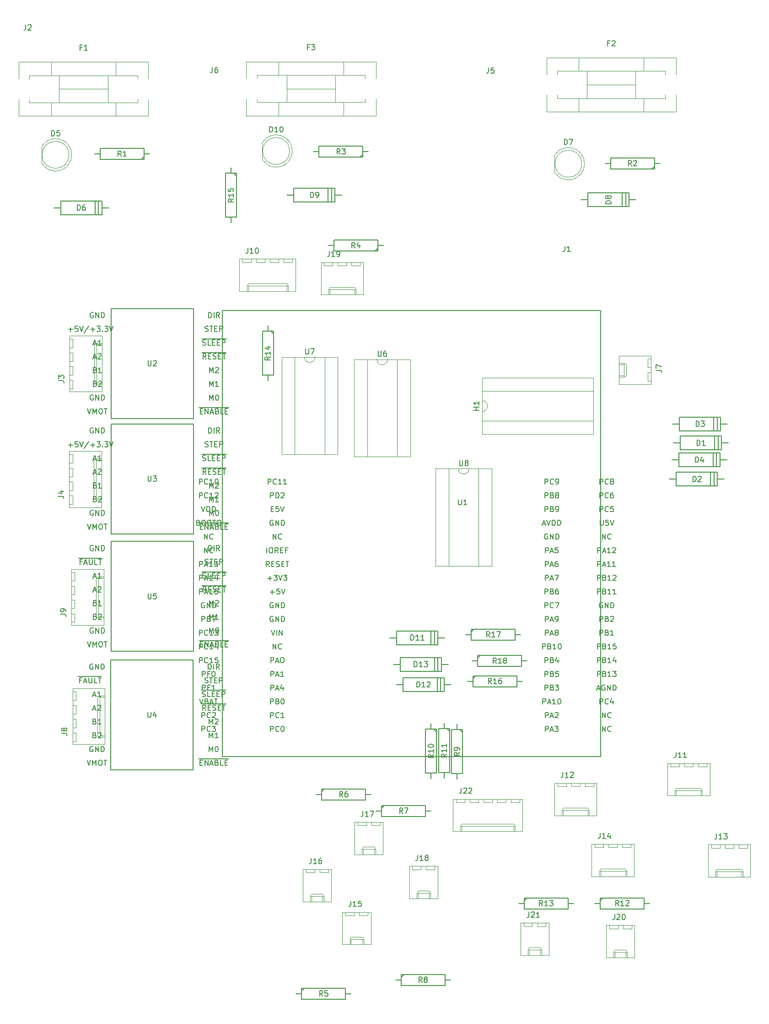
<source format=gbr>
G04 #@! TF.FileFunction,Legend,Top*
%FSLAX46Y46*%
G04 Gerber Fmt 4.6, Leading zero omitted, Abs format (unit mm)*
G04 Created by KiCad (PCBNEW 4.0.6-e0-6349~53~ubuntu16.04.1) date Sat May 13 22:22:03 2017*
%MOMM*%
%LPD*%
G01*
G04 APERTURE LIST*
%ADD10C,0.050000*%
%ADD11C,0.150000*%
%ADD12C,0.120000*%
G04 APERTURE END LIST*
D10*
D11*
X153380000Y-89630000D02*
X161000000Y-89630000D01*
X161000000Y-89630000D02*
X161000000Y-92170000D01*
X161000000Y-92170000D02*
X153380000Y-92170000D01*
X153380000Y-92170000D02*
X153380000Y-89630000D01*
X160365000Y-89630000D02*
X160365000Y-92170000D01*
X159730000Y-92170000D02*
X159730000Y-89630000D01*
X153380000Y-90900000D02*
X152110000Y-90900000D01*
X161000000Y-90900000D02*
X162270000Y-90900000D01*
X152640000Y-96300000D02*
X160260000Y-96300000D01*
X160260000Y-96300000D02*
X160260000Y-98840000D01*
X160260000Y-98840000D02*
X152640000Y-98840000D01*
X152640000Y-98840000D02*
X152640000Y-96300000D01*
X159625000Y-96300000D02*
X159625000Y-98840000D01*
X158990000Y-98840000D02*
X158990000Y-96300000D01*
X152640000Y-97570000D02*
X151370000Y-97570000D01*
X160260000Y-97570000D02*
X161530000Y-97570000D01*
X153210000Y-86120000D02*
X160830000Y-86120000D01*
X160830000Y-86120000D02*
X160830000Y-88660000D01*
X160830000Y-88660000D02*
X153210000Y-88660000D01*
X153210000Y-88660000D02*
X153210000Y-86120000D01*
X160195000Y-86120000D02*
X160195000Y-88660000D01*
X159560000Y-88660000D02*
X159560000Y-86120000D01*
X153210000Y-87390000D02*
X151940000Y-87390000D01*
X160830000Y-87390000D02*
X162100000Y-87390000D01*
X153090000Y-92740000D02*
X160710000Y-92740000D01*
X160710000Y-92740000D02*
X160710000Y-95280000D01*
X160710000Y-95280000D02*
X153090000Y-95280000D01*
X153090000Y-95280000D02*
X153090000Y-92740000D01*
X160075000Y-92740000D02*
X160075000Y-95280000D01*
X159440000Y-95280000D02*
X159440000Y-92740000D01*
X153090000Y-94010000D02*
X151820000Y-94010000D01*
X160710000Y-94010000D02*
X161980000Y-94010000D01*
D12*
X40730000Y-37620462D02*
G75*
G03X35180000Y-36075170I-2990000J462D01*
G01*
X40730000Y-37619538D02*
G75*
G02X35180000Y-39164830I-2990000J-462D01*
G01*
X40240000Y-37620000D02*
G75*
G03X40240000Y-37620000I-2500000J0D01*
G01*
X35180000Y-36075000D02*
X35180000Y-39165000D01*
D11*
X38700000Y-46150000D02*
X46320000Y-46150000D01*
X46320000Y-46150000D02*
X46320000Y-48690000D01*
X46320000Y-48690000D02*
X38700000Y-48690000D01*
X38700000Y-48690000D02*
X38700000Y-46150000D01*
X45685000Y-46150000D02*
X45685000Y-48690000D01*
X45050000Y-48690000D02*
X45050000Y-46150000D01*
X38700000Y-47420000D02*
X37430000Y-47420000D01*
X46320000Y-47420000D02*
X47590000Y-47420000D01*
D12*
X135640000Y-39260462D02*
G75*
G03X130090000Y-37715170I-2990000J462D01*
G01*
X135640000Y-39259538D02*
G75*
G02X130090000Y-40804830I-2990000J-462D01*
G01*
X135150000Y-39260000D02*
G75*
G03X135150000Y-39260000I-2500000J0D01*
G01*
X130090000Y-37715000D02*
X130090000Y-40805000D01*
D11*
X136290000Y-44670000D02*
X143910000Y-44670000D01*
X143910000Y-44670000D02*
X143910000Y-47210000D01*
X143910000Y-47210000D02*
X136290000Y-47210000D01*
X136290000Y-47210000D02*
X136290000Y-44670000D01*
X143275000Y-44670000D02*
X143275000Y-47210000D01*
X142640000Y-47210000D02*
X142640000Y-44670000D01*
X136290000Y-45940000D02*
X135020000Y-45940000D01*
X143910000Y-45940000D02*
X145180000Y-45940000D01*
X81850000Y-43800000D02*
X89470000Y-43800000D01*
X89470000Y-43800000D02*
X89470000Y-46340000D01*
X89470000Y-46340000D02*
X81850000Y-46340000D01*
X81850000Y-46340000D02*
X81850000Y-43800000D01*
X88835000Y-43800000D02*
X88835000Y-46340000D01*
X88200000Y-46340000D02*
X88200000Y-43800000D01*
X81850000Y-45070000D02*
X80580000Y-45070000D01*
X89470000Y-45070000D02*
X90740000Y-45070000D01*
D12*
X81560000Y-36920462D02*
G75*
G03X76010000Y-35375170I-2990000J462D01*
G01*
X81560000Y-36919538D02*
G75*
G02X76010000Y-38464830I-2990000J-462D01*
G01*
X81070000Y-36920000D02*
G75*
G03X81070000Y-36920000I-2500000J0D01*
G01*
X76010000Y-35375000D02*
X76010000Y-38465000D01*
X36910000Y-22950000D02*
X36910000Y-20450000D01*
X36910000Y-30450000D02*
X36910000Y-27950000D01*
X48910000Y-30450000D02*
X48910000Y-27950000D01*
X48910000Y-20450000D02*
X48910000Y-22950000D01*
X38410000Y-25450000D02*
X47410000Y-25450000D01*
X38410000Y-22950000D02*
X38410000Y-27950000D01*
X47410000Y-22950000D02*
X47410000Y-27950000D01*
X52910000Y-23550000D02*
X52910000Y-22950000D01*
X32910000Y-27350000D02*
X32910000Y-27950000D01*
X32910000Y-27950000D02*
X52910000Y-27950000D01*
X52910000Y-27950000D02*
X52910000Y-27350000D01*
X52910000Y-22950000D02*
X32910000Y-22950000D01*
X32910000Y-22950000D02*
X32910000Y-23550000D01*
X54910000Y-23550000D02*
X54910000Y-20450000D01*
X30910000Y-27350000D02*
X30910000Y-30450000D01*
X30910000Y-30450000D02*
X54910000Y-30450000D01*
X54910000Y-30450000D02*
X54910000Y-27350000D01*
X54910000Y-20450000D02*
X30910000Y-20450000D01*
X30910000Y-20450000D02*
X30910000Y-23550000D01*
X134600000Y-22160000D02*
X134600000Y-19660000D01*
X134600000Y-29660000D02*
X134600000Y-27160000D01*
X146600000Y-29660000D02*
X146600000Y-27160000D01*
X146600000Y-19660000D02*
X146600000Y-22160000D01*
X136100000Y-24660000D02*
X145100000Y-24660000D01*
X136100000Y-22160000D02*
X136100000Y-27160000D01*
X145100000Y-22160000D02*
X145100000Y-27160000D01*
X150600000Y-22760000D02*
X150600000Y-22160000D01*
X130600000Y-26560000D02*
X130600000Y-27160000D01*
X130600000Y-27160000D02*
X150600000Y-27160000D01*
X150600000Y-27160000D02*
X150600000Y-26560000D01*
X150600000Y-22160000D02*
X130600000Y-22160000D01*
X130600000Y-22160000D02*
X130600000Y-22760000D01*
X152600000Y-22760000D02*
X152600000Y-19660000D01*
X128600000Y-26560000D02*
X128600000Y-29660000D01*
X128600000Y-29660000D02*
X152600000Y-29660000D01*
X152600000Y-29660000D02*
X152600000Y-26560000D01*
X152600000Y-19660000D02*
X128600000Y-19660000D01*
X128600000Y-19660000D02*
X128600000Y-22760000D01*
X79020000Y-22890000D02*
X79020000Y-20390000D01*
X79020000Y-30390000D02*
X79020000Y-27890000D01*
X91020000Y-30390000D02*
X91020000Y-27890000D01*
X91020000Y-20390000D02*
X91020000Y-22890000D01*
X80520000Y-25390000D02*
X89520000Y-25390000D01*
X80520000Y-22890000D02*
X80520000Y-27890000D01*
X89520000Y-22890000D02*
X89520000Y-27890000D01*
X95020000Y-23490000D02*
X95020000Y-22890000D01*
X75020000Y-27290000D02*
X75020000Y-27890000D01*
X75020000Y-27890000D02*
X95020000Y-27890000D01*
X95020000Y-27890000D02*
X95020000Y-27290000D01*
X95020000Y-22890000D02*
X75020000Y-22890000D01*
X75020000Y-22890000D02*
X75020000Y-23490000D01*
X97020000Y-23490000D02*
X97020000Y-20390000D01*
X73020000Y-27290000D02*
X73020000Y-30390000D01*
X73020000Y-30390000D02*
X97020000Y-30390000D01*
X97020000Y-30390000D02*
X97020000Y-27290000D01*
X97020000Y-20390000D02*
X73020000Y-20390000D01*
X73020000Y-20390000D02*
X73020000Y-23490000D01*
X116680000Y-83060000D02*
G75*
G02X116680000Y-85060000I0J-1000000D01*
G01*
X116680000Y-85060000D02*
X116680000Y-86830000D01*
X116680000Y-86830000D02*
X137240000Y-86830000D01*
X137240000Y-86830000D02*
X137240000Y-81290000D01*
X137240000Y-81290000D02*
X116680000Y-81290000D01*
X116680000Y-81290000D02*
X116680000Y-83060000D01*
X116680000Y-89260000D02*
X137240000Y-89260000D01*
X137240000Y-89260000D02*
X137240000Y-78860000D01*
X137240000Y-78860000D02*
X116680000Y-78860000D01*
X116680000Y-78860000D02*
X116680000Y-89260000D01*
X40320000Y-81410000D02*
X46320000Y-81410000D01*
X46320000Y-81410000D02*
X46320000Y-71050000D01*
X46320000Y-71050000D02*
X40320000Y-71050000D01*
X40320000Y-71050000D02*
X40320000Y-81410000D01*
X46320000Y-80040000D02*
X45320000Y-80040000D01*
X45320000Y-80040000D02*
X45320000Y-72420000D01*
X45320000Y-72420000D02*
X46320000Y-72420000D01*
X45320000Y-80040000D02*
X44890000Y-79790000D01*
X44890000Y-79790000D02*
X44890000Y-72670000D01*
X44890000Y-72670000D02*
X45320000Y-72420000D01*
X46320000Y-79790000D02*
X45320000Y-79790000D01*
X46320000Y-72670000D02*
X45320000Y-72670000D01*
X40320000Y-80840000D02*
X40940000Y-80840000D01*
X40940000Y-80840000D02*
X40940000Y-79240000D01*
X40940000Y-79240000D02*
X40320000Y-79240000D01*
X40320000Y-78300000D02*
X40940000Y-78300000D01*
X40940000Y-78300000D02*
X40940000Y-76700000D01*
X40940000Y-76700000D02*
X40320000Y-76700000D01*
X40320000Y-75760000D02*
X40940000Y-75760000D01*
X40940000Y-75760000D02*
X40940000Y-74160000D01*
X40940000Y-74160000D02*
X40320000Y-74160000D01*
X40320000Y-73220000D02*
X40940000Y-73220000D01*
X40940000Y-73220000D02*
X40940000Y-71620000D01*
X40940000Y-71620000D02*
X40320000Y-71620000D01*
X40280000Y-102770000D02*
X46280000Y-102770000D01*
X46280000Y-102770000D02*
X46280000Y-92410000D01*
X46280000Y-92410000D02*
X40280000Y-92410000D01*
X40280000Y-92410000D02*
X40280000Y-102770000D01*
X46280000Y-101400000D02*
X45280000Y-101400000D01*
X45280000Y-101400000D02*
X45280000Y-93780000D01*
X45280000Y-93780000D02*
X46280000Y-93780000D01*
X45280000Y-101400000D02*
X44850000Y-101150000D01*
X44850000Y-101150000D02*
X44850000Y-94030000D01*
X44850000Y-94030000D02*
X45280000Y-93780000D01*
X46280000Y-101150000D02*
X45280000Y-101150000D01*
X46280000Y-94030000D02*
X45280000Y-94030000D01*
X40280000Y-102200000D02*
X40900000Y-102200000D01*
X40900000Y-102200000D02*
X40900000Y-100600000D01*
X40900000Y-100600000D02*
X40280000Y-100600000D01*
X40280000Y-99660000D02*
X40900000Y-99660000D01*
X40900000Y-99660000D02*
X40900000Y-98060000D01*
X40900000Y-98060000D02*
X40280000Y-98060000D01*
X40280000Y-97120000D02*
X40900000Y-97120000D01*
X40900000Y-97120000D02*
X40900000Y-95520000D01*
X40900000Y-95520000D02*
X40280000Y-95520000D01*
X40280000Y-94580000D02*
X40900000Y-94580000D01*
X40900000Y-94580000D02*
X40900000Y-92980000D01*
X40900000Y-92980000D02*
X40280000Y-92980000D01*
X147980000Y-74760000D02*
X141980000Y-74760000D01*
X141980000Y-74760000D02*
X141980000Y-80040000D01*
X141980000Y-80040000D02*
X147980000Y-80040000D01*
X147980000Y-80040000D02*
X147980000Y-74760000D01*
X141980000Y-76130000D02*
X142980000Y-76130000D01*
X142980000Y-76130000D02*
X142980000Y-78670000D01*
X142980000Y-78670000D02*
X141980000Y-78670000D01*
X142980000Y-76130000D02*
X143410000Y-76380000D01*
X143410000Y-76380000D02*
X143410000Y-78420000D01*
X143410000Y-78420000D02*
X142980000Y-78670000D01*
X141980000Y-76380000D02*
X142980000Y-76380000D01*
X141980000Y-78420000D02*
X142980000Y-78420000D01*
X147980000Y-75330000D02*
X147360000Y-75330000D01*
X147360000Y-75330000D02*
X147360000Y-76930000D01*
X147360000Y-76930000D02*
X147980000Y-76930000D01*
X147980000Y-77870000D02*
X147360000Y-77870000D01*
X147360000Y-77870000D02*
X147360000Y-79470000D01*
X147360000Y-79470000D02*
X147980000Y-79470000D01*
X40890000Y-146620000D02*
X46890000Y-146620000D01*
X46890000Y-146620000D02*
X46890000Y-136260000D01*
X46890000Y-136260000D02*
X40890000Y-136260000D01*
X40890000Y-136260000D02*
X40890000Y-146620000D01*
X46890000Y-145250000D02*
X45890000Y-145250000D01*
X45890000Y-145250000D02*
X45890000Y-137630000D01*
X45890000Y-137630000D02*
X46890000Y-137630000D01*
X45890000Y-145250000D02*
X45460000Y-145000000D01*
X45460000Y-145000000D02*
X45460000Y-137880000D01*
X45460000Y-137880000D02*
X45890000Y-137630000D01*
X46890000Y-145000000D02*
X45890000Y-145000000D01*
X46890000Y-137880000D02*
X45890000Y-137880000D01*
X40890000Y-146050000D02*
X41510000Y-146050000D01*
X41510000Y-146050000D02*
X41510000Y-144450000D01*
X41510000Y-144450000D02*
X40890000Y-144450000D01*
X40890000Y-143510000D02*
X41510000Y-143510000D01*
X41510000Y-143510000D02*
X41510000Y-141910000D01*
X41510000Y-141910000D02*
X40890000Y-141910000D01*
X40890000Y-140970000D02*
X41510000Y-140970000D01*
X41510000Y-140970000D02*
X41510000Y-139370000D01*
X41510000Y-139370000D02*
X40890000Y-139370000D01*
X40890000Y-138430000D02*
X41510000Y-138430000D01*
X41510000Y-138430000D02*
X41510000Y-136830000D01*
X41510000Y-136830000D02*
X40890000Y-136830000D01*
X40680000Y-124580000D02*
X46680000Y-124580000D01*
X46680000Y-124580000D02*
X46680000Y-114220000D01*
X46680000Y-114220000D02*
X40680000Y-114220000D01*
X40680000Y-114220000D02*
X40680000Y-124580000D01*
X46680000Y-123210000D02*
X45680000Y-123210000D01*
X45680000Y-123210000D02*
X45680000Y-115590000D01*
X45680000Y-115590000D02*
X46680000Y-115590000D01*
X45680000Y-123210000D02*
X45250000Y-122960000D01*
X45250000Y-122960000D02*
X45250000Y-115840000D01*
X45250000Y-115840000D02*
X45680000Y-115590000D01*
X46680000Y-122960000D02*
X45680000Y-122960000D01*
X46680000Y-115840000D02*
X45680000Y-115840000D01*
X40680000Y-124010000D02*
X41300000Y-124010000D01*
X41300000Y-124010000D02*
X41300000Y-122410000D01*
X41300000Y-122410000D02*
X40680000Y-122410000D01*
X40680000Y-121470000D02*
X41300000Y-121470000D01*
X41300000Y-121470000D02*
X41300000Y-119870000D01*
X41300000Y-119870000D02*
X40680000Y-119870000D01*
X40680000Y-118930000D02*
X41300000Y-118930000D01*
X41300000Y-118930000D02*
X41300000Y-117330000D01*
X41300000Y-117330000D02*
X40680000Y-117330000D01*
X40680000Y-116390000D02*
X41300000Y-116390000D01*
X41300000Y-116390000D02*
X41300000Y-114790000D01*
X41300000Y-114790000D02*
X40680000Y-114790000D01*
X71780000Y-56860000D02*
X71780000Y-62860000D01*
X71780000Y-62860000D02*
X82140000Y-62860000D01*
X82140000Y-62860000D02*
X82140000Y-56860000D01*
X82140000Y-56860000D02*
X71780000Y-56860000D01*
X73150000Y-62860000D02*
X73150000Y-61860000D01*
X73150000Y-61860000D02*
X80770000Y-61860000D01*
X80770000Y-61860000D02*
X80770000Y-62860000D01*
X73150000Y-61860000D02*
X73400000Y-61430000D01*
X73400000Y-61430000D02*
X80520000Y-61430000D01*
X80520000Y-61430000D02*
X80770000Y-61860000D01*
X73400000Y-62860000D02*
X73400000Y-61860000D01*
X80520000Y-62860000D02*
X80520000Y-61860000D01*
X72350000Y-56860000D02*
X72350000Y-57480000D01*
X72350000Y-57480000D02*
X73950000Y-57480000D01*
X73950000Y-57480000D02*
X73950000Y-56860000D01*
X74890000Y-56860000D02*
X74890000Y-57480000D01*
X74890000Y-57480000D02*
X76490000Y-57480000D01*
X76490000Y-57480000D02*
X76490000Y-56860000D01*
X77430000Y-56860000D02*
X77430000Y-57480000D01*
X77430000Y-57480000D02*
X79030000Y-57480000D01*
X79030000Y-57480000D02*
X79030000Y-56860000D01*
X79970000Y-56860000D02*
X79970000Y-57480000D01*
X79970000Y-57480000D02*
X81570000Y-57480000D01*
X81570000Y-57480000D02*
X81570000Y-56860000D01*
X151010000Y-150100000D02*
X151010000Y-156100000D01*
X151010000Y-156100000D02*
X158830000Y-156100000D01*
X158830000Y-156100000D02*
X158830000Y-150100000D01*
X158830000Y-150100000D02*
X151010000Y-150100000D01*
X152380000Y-156100000D02*
X152380000Y-155100000D01*
X152380000Y-155100000D02*
X157460000Y-155100000D01*
X157460000Y-155100000D02*
X157460000Y-156100000D01*
X152380000Y-155100000D02*
X152630000Y-154670000D01*
X152630000Y-154670000D02*
X157210000Y-154670000D01*
X157210000Y-154670000D02*
X157460000Y-155100000D01*
X152630000Y-156100000D02*
X152630000Y-155100000D01*
X157210000Y-156100000D02*
X157210000Y-155100000D01*
X151580000Y-150100000D02*
X151580000Y-150720000D01*
X151580000Y-150720000D02*
X153180000Y-150720000D01*
X153180000Y-150720000D02*
X153180000Y-150100000D01*
X154120000Y-150100000D02*
X154120000Y-150720000D01*
X154120000Y-150720000D02*
X155720000Y-150720000D01*
X155720000Y-150720000D02*
X155720000Y-150100000D01*
X156660000Y-150100000D02*
X156660000Y-150720000D01*
X156660000Y-150720000D02*
X158260000Y-150720000D01*
X158260000Y-150720000D02*
X158260000Y-150100000D01*
X130080000Y-153760000D02*
X130080000Y-159760000D01*
X130080000Y-159760000D02*
X137900000Y-159760000D01*
X137900000Y-159760000D02*
X137900000Y-153760000D01*
X137900000Y-153760000D02*
X130080000Y-153760000D01*
X131450000Y-159760000D02*
X131450000Y-158760000D01*
X131450000Y-158760000D02*
X136530000Y-158760000D01*
X136530000Y-158760000D02*
X136530000Y-159760000D01*
X131450000Y-158760000D02*
X131700000Y-158330000D01*
X131700000Y-158330000D02*
X136280000Y-158330000D01*
X136280000Y-158330000D02*
X136530000Y-158760000D01*
X131700000Y-159760000D02*
X131700000Y-158760000D01*
X136280000Y-159760000D02*
X136280000Y-158760000D01*
X130650000Y-153760000D02*
X130650000Y-154380000D01*
X130650000Y-154380000D02*
X132250000Y-154380000D01*
X132250000Y-154380000D02*
X132250000Y-153760000D01*
X133190000Y-153760000D02*
X133190000Y-154380000D01*
X133190000Y-154380000D02*
X134790000Y-154380000D01*
X134790000Y-154380000D02*
X134790000Y-153760000D01*
X135730000Y-153760000D02*
X135730000Y-154380000D01*
X135730000Y-154380000D02*
X137330000Y-154380000D01*
X137330000Y-154380000D02*
X137330000Y-153760000D01*
X158530000Y-165140000D02*
X158530000Y-171140000D01*
X158530000Y-171140000D02*
X166350000Y-171140000D01*
X166350000Y-171140000D02*
X166350000Y-165140000D01*
X166350000Y-165140000D02*
X158530000Y-165140000D01*
X159900000Y-171140000D02*
X159900000Y-170140000D01*
X159900000Y-170140000D02*
X164980000Y-170140000D01*
X164980000Y-170140000D02*
X164980000Y-171140000D01*
X159900000Y-170140000D02*
X160150000Y-169710000D01*
X160150000Y-169710000D02*
X164730000Y-169710000D01*
X164730000Y-169710000D02*
X164980000Y-170140000D01*
X160150000Y-171140000D02*
X160150000Y-170140000D01*
X164730000Y-171140000D02*
X164730000Y-170140000D01*
X159100000Y-165140000D02*
X159100000Y-165760000D01*
X159100000Y-165760000D02*
X160700000Y-165760000D01*
X160700000Y-165760000D02*
X160700000Y-165140000D01*
X161640000Y-165140000D02*
X161640000Y-165760000D01*
X161640000Y-165760000D02*
X163240000Y-165760000D01*
X163240000Y-165760000D02*
X163240000Y-165140000D01*
X164180000Y-165140000D02*
X164180000Y-165760000D01*
X164180000Y-165760000D02*
X165780000Y-165760000D01*
X165780000Y-165760000D02*
X165780000Y-165140000D01*
X136970000Y-165040000D02*
X136970000Y-171040000D01*
X136970000Y-171040000D02*
X144790000Y-171040000D01*
X144790000Y-171040000D02*
X144790000Y-165040000D01*
X144790000Y-165040000D02*
X136970000Y-165040000D01*
X138340000Y-171040000D02*
X138340000Y-170040000D01*
X138340000Y-170040000D02*
X143420000Y-170040000D01*
X143420000Y-170040000D02*
X143420000Y-171040000D01*
X138340000Y-170040000D02*
X138590000Y-169610000D01*
X138590000Y-169610000D02*
X143170000Y-169610000D01*
X143170000Y-169610000D02*
X143420000Y-170040000D01*
X138590000Y-171040000D02*
X138590000Y-170040000D01*
X143170000Y-171040000D02*
X143170000Y-170040000D01*
X137540000Y-165040000D02*
X137540000Y-165660000D01*
X137540000Y-165660000D02*
X139140000Y-165660000D01*
X139140000Y-165660000D02*
X139140000Y-165040000D01*
X140080000Y-165040000D02*
X140080000Y-165660000D01*
X140080000Y-165660000D02*
X141680000Y-165660000D01*
X141680000Y-165660000D02*
X141680000Y-165040000D01*
X142620000Y-165040000D02*
X142620000Y-165660000D01*
X142620000Y-165660000D02*
X144220000Y-165660000D01*
X144220000Y-165660000D02*
X144220000Y-165040000D01*
X90820000Y-177620000D02*
X90820000Y-183620000D01*
X90820000Y-183620000D02*
X96100000Y-183620000D01*
X96100000Y-183620000D02*
X96100000Y-177620000D01*
X96100000Y-177620000D02*
X90820000Y-177620000D01*
X92190000Y-183620000D02*
X92190000Y-182620000D01*
X92190000Y-182620000D02*
X94730000Y-182620000D01*
X94730000Y-182620000D02*
X94730000Y-183620000D01*
X92190000Y-182620000D02*
X92440000Y-182190000D01*
X92440000Y-182190000D02*
X94480000Y-182190000D01*
X94480000Y-182190000D02*
X94730000Y-182620000D01*
X92440000Y-183620000D02*
X92440000Y-182620000D01*
X94480000Y-183620000D02*
X94480000Y-182620000D01*
X91390000Y-177620000D02*
X91390000Y-178240000D01*
X91390000Y-178240000D02*
X92990000Y-178240000D01*
X92990000Y-178240000D02*
X92990000Y-177620000D01*
X93930000Y-177620000D02*
X93930000Y-178240000D01*
X93930000Y-178240000D02*
X95530000Y-178240000D01*
X95530000Y-178240000D02*
X95530000Y-177620000D01*
X83510000Y-169700000D02*
X83510000Y-175700000D01*
X83510000Y-175700000D02*
X88790000Y-175700000D01*
X88790000Y-175700000D02*
X88790000Y-169700000D01*
X88790000Y-169700000D02*
X83510000Y-169700000D01*
X84880000Y-175700000D02*
X84880000Y-174700000D01*
X84880000Y-174700000D02*
X87420000Y-174700000D01*
X87420000Y-174700000D02*
X87420000Y-175700000D01*
X84880000Y-174700000D02*
X85130000Y-174270000D01*
X85130000Y-174270000D02*
X87170000Y-174270000D01*
X87170000Y-174270000D02*
X87420000Y-174700000D01*
X85130000Y-175700000D02*
X85130000Y-174700000D01*
X87170000Y-175700000D02*
X87170000Y-174700000D01*
X84080000Y-169700000D02*
X84080000Y-170320000D01*
X84080000Y-170320000D02*
X85680000Y-170320000D01*
X85680000Y-170320000D02*
X85680000Y-169700000D01*
X86620000Y-169700000D02*
X86620000Y-170320000D01*
X86620000Y-170320000D02*
X88220000Y-170320000D01*
X88220000Y-170320000D02*
X88220000Y-169700000D01*
X93080000Y-160980000D02*
X93080000Y-166980000D01*
X93080000Y-166980000D02*
X98360000Y-166980000D01*
X98360000Y-166980000D02*
X98360000Y-160980000D01*
X98360000Y-160980000D02*
X93080000Y-160980000D01*
X94450000Y-166980000D02*
X94450000Y-165980000D01*
X94450000Y-165980000D02*
X96990000Y-165980000D01*
X96990000Y-165980000D02*
X96990000Y-166980000D01*
X94450000Y-165980000D02*
X94700000Y-165550000D01*
X94700000Y-165550000D02*
X96740000Y-165550000D01*
X96740000Y-165550000D02*
X96990000Y-165980000D01*
X94700000Y-166980000D02*
X94700000Y-165980000D01*
X96740000Y-166980000D02*
X96740000Y-165980000D01*
X93650000Y-160980000D02*
X93650000Y-161600000D01*
X93650000Y-161600000D02*
X95250000Y-161600000D01*
X95250000Y-161600000D02*
X95250000Y-160980000D01*
X96190000Y-160980000D02*
X96190000Y-161600000D01*
X96190000Y-161600000D02*
X97790000Y-161600000D01*
X97790000Y-161600000D02*
X97790000Y-160980000D01*
X103200000Y-169120000D02*
X103200000Y-175120000D01*
X103200000Y-175120000D02*
X108480000Y-175120000D01*
X108480000Y-175120000D02*
X108480000Y-169120000D01*
X108480000Y-169120000D02*
X103200000Y-169120000D01*
X104570000Y-175120000D02*
X104570000Y-174120000D01*
X104570000Y-174120000D02*
X107110000Y-174120000D01*
X107110000Y-174120000D02*
X107110000Y-175120000D01*
X104570000Y-174120000D02*
X104820000Y-173690000D01*
X104820000Y-173690000D02*
X106860000Y-173690000D01*
X106860000Y-173690000D02*
X107110000Y-174120000D01*
X104820000Y-175120000D02*
X104820000Y-174120000D01*
X106860000Y-175120000D02*
X106860000Y-174120000D01*
X103770000Y-169120000D02*
X103770000Y-169740000D01*
X103770000Y-169740000D02*
X105370000Y-169740000D01*
X105370000Y-169740000D02*
X105370000Y-169120000D01*
X106310000Y-169120000D02*
X106310000Y-169740000D01*
X106310000Y-169740000D02*
X107910000Y-169740000D01*
X107910000Y-169740000D02*
X107910000Y-169120000D01*
X86860000Y-57470000D02*
X86860000Y-63470000D01*
X86860000Y-63470000D02*
X94680000Y-63470000D01*
X94680000Y-63470000D02*
X94680000Y-57470000D01*
X94680000Y-57470000D02*
X86860000Y-57470000D01*
X88230000Y-63470000D02*
X88230000Y-62470000D01*
X88230000Y-62470000D02*
X93310000Y-62470000D01*
X93310000Y-62470000D02*
X93310000Y-63470000D01*
X88230000Y-62470000D02*
X88480000Y-62040000D01*
X88480000Y-62040000D02*
X93060000Y-62040000D01*
X93060000Y-62040000D02*
X93310000Y-62470000D01*
X88480000Y-63470000D02*
X88480000Y-62470000D01*
X93060000Y-63470000D02*
X93060000Y-62470000D01*
X87430000Y-57470000D02*
X87430000Y-58090000D01*
X87430000Y-58090000D02*
X89030000Y-58090000D01*
X89030000Y-58090000D02*
X89030000Y-57470000D01*
X89970000Y-57470000D02*
X89970000Y-58090000D01*
X89970000Y-58090000D02*
X91570000Y-58090000D01*
X91570000Y-58090000D02*
X91570000Y-57470000D01*
X92510000Y-57470000D02*
X92510000Y-58090000D01*
X92510000Y-58090000D02*
X94110000Y-58090000D01*
X94110000Y-58090000D02*
X94110000Y-57470000D01*
X139650000Y-180040000D02*
X139650000Y-186040000D01*
X139650000Y-186040000D02*
X144930000Y-186040000D01*
X144930000Y-186040000D02*
X144930000Y-180040000D01*
X144930000Y-180040000D02*
X139650000Y-180040000D01*
X141020000Y-186040000D02*
X141020000Y-185040000D01*
X141020000Y-185040000D02*
X143560000Y-185040000D01*
X143560000Y-185040000D02*
X143560000Y-186040000D01*
X141020000Y-185040000D02*
X141270000Y-184610000D01*
X141270000Y-184610000D02*
X143310000Y-184610000D01*
X143310000Y-184610000D02*
X143560000Y-185040000D01*
X141270000Y-186040000D02*
X141270000Y-185040000D01*
X143310000Y-186040000D02*
X143310000Y-185040000D01*
X140220000Y-180040000D02*
X140220000Y-180660000D01*
X140220000Y-180660000D02*
X141820000Y-180660000D01*
X141820000Y-180660000D02*
X141820000Y-180040000D01*
X142760000Y-180040000D02*
X142760000Y-180660000D01*
X142760000Y-180660000D02*
X144360000Y-180660000D01*
X144360000Y-180660000D02*
X144360000Y-180040000D01*
X123800000Y-179630000D02*
X123800000Y-185630000D01*
X123800000Y-185630000D02*
X129080000Y-185630000D01*
X129080000Y-185630000D02*
X129080000Y-179630000D01*
X129080000Y-179630000D02*
X123800000Y-179630000D01*
X125170000Y-185630000D02*
X125170000Y-184630000D01*
X125170000Y-184630000D02*
X127710000Y-184630000D01*
X127710000Y-184630000D02*
X127710000Y-185630000D01*
X125170000Y-184630000D02*
X125420000Y-184200000D01*
X125420000Y-184200000D02*
X127460000Y-184200000D01*
X127460000Y-184200000D02*
X127710000Y-184630000D01*
X125420000Y-185630000D02*
X125420000Y-184630000D01*
X127460000Y-185630000D02*
X127460000Y-184630000D01*
X124370000Y-179630000D02*
X124370000Y-180250000D01*
X124370000Y-180250000D02*
X125970000Y-180250000D01*
X125970000Y-180250000D02*
X125970000Y-179630000D01*
X126910000Y-179630000D02*
X126910000Y-180250000D01*
X126910000Y-180250000D02*
X128510000Y-180250000D01*
X128510000Y-180250000D02*
X128510000Y-179630000D01*
D11*
X55160000Y-37450000D02*
X54144000Y-37450000D01*
X54144000Y-37450000D02*
X54144000Y-38466000D01*
X54144000Y-38466000D02*
X46016000Y-38466000D01*
X46016000Y-38466000D02*
X46016000Y-36434000D01*
X46016000Y-36434000D02*
X54144000Y-36434000D01*
X54144000Y-36434000D02*
X54144000Y-37450000D01*
X54144000Y-37958000D02*
X53636000Y-38466000D01*
X45000000Y-37450000D02*
X46016000Y-37450000D01*
X149610000Y-39210000D02*
X148594000Y-39210000D01*
X148594000Y-39210000D02*
X148594000Y-40226000D01*
X148594000Y-40226000D02*
X140466000Y-40226000D01*
X140466000Y-40226000D02*
X140466000Y-38194000D01*
X140466000Y-38194000D02*
X148594000Y-38194000D01*
X148594000Y-38194000D02*
X148594000Y-39210000D01*
X148594000Y-39718000D02*
X148086000Y-40226000D01*
X139450000Y-39210000D02*
X140466000Y-39210000D01*
X95650000Y-37020000D02*
X94634000Y-37020000D01*
X94634000Y-37020000D02*
X94634000Y-38036000D01*
X94634000Y-38036000D02*
X86506000Y-38036000D01*
X86506000Y-38036000D02*
X86506000Y-36004000D01*
X86506000Y-36004000D02*
X94634000Y-36004000D01*
X94634000Y-36004000D02*
X94634000Y-37020000D01*
X94634000Y-37528000D02*
X94126000Y-38036000D01*
X85490000Y-37020000D02*
X86506000Y-37020000D01*
X98410000Y-54380000D02*
X97394000Y-54380000D01*
X97394000Y-54380000D02*
X97394000Y-55396000D01*
X97394000Y-55396000D02*
X89266000Y-55396000D01*
X89266000Y-55396000D02*
X89266000Y-53364000D01*
X89266000Y-53364000D02*
X97394000Y-53364000D01*
X97394000Y-53364000D02*
X97394000Y-54380000D01*
X97394000Y-54888000D02*
X96886000Y-55396000D01*
X88250000Y-54380000D02*
X89266000Y-54380000D01*
X82270000Y-192710000D02*
X83286000Y-192710000D01*
X83286000Y-192710000D02*
X83286000Y-191694000D01*
X83286000Y-191694000D02*
X91414000Y-191694000D01*
X91414000Y-191694000D02*
X91414000Y-193726000D01*
X91414000Y-193726000D02*
X83286000Y-193726000D01*
X83286000Y-193726000D02*
X83286000Y-192710000D01*
X83286000Y-192202000D02*
X83794000Y-191694000D01*
X92430000Y-192710000D02*
X91414000Y-192710000D01*
X85990000Y-155870000D02*
X87006000Y-155870000D01*
X87006000Y-155870000D02*
X87006000Y-154854000D01*
X87006000Y-154854000D02*
X95134000Y-154854000D01*
X95134000Y-154854000D02*
X95134000Y-156886000D01*
X95134000Y-156886000D02*
X87006000Y-156886000D01*
X87006000Y-156886000D02*
X87006000Y-155870000D01*
X87006000Y-155362000D02*
X87514000Y-154854000D01*
X96150000Y-155870000D02*
X95134000Y-155870000D01*
X97080000Y-158900000D02*
X98096000Y-158900000D01*
X98096000Y-158900000D02*
X98096000Y-157884000D01*
X98096000Y-157884000D02*
X106224000Y-157884000D01*
X106224000Y-157884000D02*
X106224000Y-159916000D01*
X106224000Y-159916000D02*
X98096000Y-159916000D01*
X98096000Y-159916000D02*
X98096000Y-158900000D01*
X98096000Y-158392000D02*
X98604000Y-157884000D01*
X107240000Y-158900000D02*
X106224000Y-158900000D01*
X100670000Y-190170000D02*
X101686000Y-190170000D01*
X101686000Y-190170000D02*
X101686000Y-189154000D01*
X101686000Y-189154000D02*
X109814000Y-189154000D01*
X109814000Y-189154000D02*
X109814000Y-191186000D01*
X109814000Y-191186000D02*
X101686000Y-191186000D01*
X101686000Y-191186000D02*
X101686000Y-190170000D01*
X101686000Y-189662000D02*
X102194000Y-189154000D01*
X110830000Y-190170000D02*
X109814000Y-190170000D01*
X112060000Y-142870000D02*
X112060000Y-143886000D01*
X112060000Y-143886000D02*
X113076000Y-143886000D01*
X113076000Y-143886000D02*
X113076000Y-152014000D01*
X113076000Y-152014000D02*
X111044000Y-152014000D01*
X111044000Y-152014000D02*
X111044000Y-143886000D01*
X111044000Y-143886000D02*
X112060000Y-143886000D01*
X112568000Y-143886000D02*
X113076000Y-144394000D01*
X112060000Y-153030000D02*
X112060000Y-152014000D01*
X107230000Y-142770000D02*
X107230000Y-143786000D01*
X107230000Y-143786000D02*
X108246000Y-143786000D01*
X108246000Y-143786000D02*
X108246000Y-151914000D01*
X108246000Y-151914000D02*
X106214000Y-151914000D01*
X106214000Y-151914000D02*
X106214000Y-143786000D01*
X106214000Y-143786000D02*
X107230000Y-143786000D01*
X107738000Y-143786000D02*
X108246000Y-144294000D01*
X107230000Y-152930000D02*
X107230000Y-151914000D01*
X109670000Y-142690000D02*
X109670000Y-143706000D01*
X109670000Y-143706000D02*
X110686000Y-143706000D01*
X110686000Y-143706000D02*
X110686000Y-151834000D01*
X110686000Y-151834000D02*
X108654000Y-151834000D01*
X108654000Y-151834000D02*
X108654000Y-143706000D01*
X108654000Y-143706000D02*
X109670000Y-143706000D01*
X110178000Y-143706000D02*
X110686000Y-144214000D01*
X109670000Y-152850000D02*
X109670000Y-151834000D01*
X137540000Y-176010000D02*
X138556000Y-176010000D01*
X138556000Y-176010000D02*
X138556000Y-174994000D01*
X138556000Y-174994000D02*
X146684000Y-174994000D01*
X146684000Y-174994000D02*
X146684000Y-177026000D01*
X146684000Y-177026000D02*
X138556000Y-177026000D01*
X138556000Y-177026000D02*
X138556000Y-176010000D01*
X138556000Y-175502000D02*
X139064000Y-174994000D01*
X147700000Y-176010000D02*
X146684000Y-176010000D01*
X123440000Y-176010000D02*
X124456000Y-176010000D01*
X124456000Y-176010000D02*
X124456000Y-174994000D01*
X124456000Y-174994000D02*
X132584000Y-174994000D01*
X132584000Y-174994000D02*
X132584000Y-177026000D01*
X132584000Y-177026000D02*
X124456000Y-177026000D01*
X124456000Y-177026000D02*
X124456000Y-176010000D01*
X124456000Y-175502000D02*
X124964000Y-174994000D01*
X133600000Y-176010000D02*
X132584000Y-176010000D01*
D12*
X99210000Y-75430000D02*
G75*
G02X97210000Y-75430000I-1000000J0D01*
G01*
X97210000Y-75430000D02*
X95440000Y-75430000D01*
X95440000Y-75430000D02*
X95440000Y-93450000D01*
X95440000Y-93450000D02*
X100980000Y-93450000D01*
X100980000Y-93450000D02*
X100980000Y-75430000D01*
X100980000Y-75430000D02*
X99210000Y-75430000D01*
X93010000Y-75430000D02*
X93010000Y-93450000D01*
X93010000Y-93450000D02*
X103410000Y-93450000D01*
X103410000Y-93450000D02*
X103410000Y-75430000D01*
X103410000Y-75430000D02*
X93010000Y-75430000D01*
X85780000Y-75000000D02*
G75*
G02X83780000Y-75000000I-1000000J0D01*
G01*
X83780000Y-75000000D02*
X82010000Y-75000000D01*
X82010000Y-75000000D02*
X82010000Y-93020000D01*
X82010000Y-93020000D02*
X87550000Y-93020000D01*
X87550000Y-93020000D02*
X87550000Y-75000000D01*
X87550000Y-75000000D02*
X85780000Y-75000000D01*
X79580000Y-75000000D02*
X79580000Y-93020000D01*
X79580000Y-93020000D02*
X89980000Y-93020000D01*
X89980000Y-93020000D02*
X89980000Y-75000000D01*
X89980000Y-75000000D02*
X79580000Y-75000000D01*
X114290000Y-95630000D02*
G75*
G02X112290000Y-95630000I-1000000J0D01*
G01*
X112290000Y-95630000D02*
X110520000Y-95630000D01*
X110520000Y-95630000D02*
X110520000Y-113650000D01*
X110520000Y-113650000D02*
X116060000Y-113650000D01*
X116060000Y-113650000D02*
X116060000Y-95630000D01*
X116060000Y-95630000D02*
X114290000Y-95630000D01*
X108090000Y-95630000D02*
X108090000Y-113650000D01*
X108090000Y-113650000D02*
X118490000Y-113650000D01*
X118490000Y-113650000D02*
X118490000Y-95630000D01*
X118490000Y-95630000D02*
X108090000Y-95630000D01*
D11*
X100890000Y-125640000D02*
X108510000Y-125640000D01*
X108510000Y-125640000D02*
X108510000Y-128180000D01*
X108510000Y-128180000D02*
X100890000Y-128180000D01*
X100890000Y-128180000D02*
X100890000Y-125640000D01*
X107875000Y-125640000D02*
X107875000Y-128180000D01*
X107240000Y-128180000D02*
X107240000Y-125640000D01*
X100890000Y-126910000D02*
X99620000Y-126910000D01*
X108510000Y-126910000D02*
X109780000Y-126910000D01*
X102010000Y-134310000D02*
X109630000Y-134310000D01*
X109630000Y-134310000D02*
X109630000Y-136850000D01*
X109630000Y-136850000D02*
X102010000Y-136850000D01*
X102010000Y-136850000D02*
X102010000Y-134310000D01*
X108995000Y-134310000D02*
X108995000Y-136850000D01*
X108360000Y-136850000D02*
X108360000Y-134310000D01*
X102010000Y-135580000D02*
X100740000Y-135580000D01*
X109630000Y-135580000D02*
X110900000Y-135580000D01*
X101510000Y-130560000D02*
X109130000Y-130560000D01*
X109130000Y-130560000D02*
X109130000Y-133100000D01*
X109130000Y-133100000D02*
X101510000Y-133100000D01*
X101510000Y-133100000D02*
X101510000Y-130560000D01*
X108495000Y-130560000D02*
X108495000Y-133100000D01*
X107860000Y-133100000D02*
X107860000Y-130560000D01*
X101510000Y-131830000D02*
X100240000Y-131830000D01*
X109130000Y-131830000D02*
X110400000Y-131830000D01*
D12*
X111280000Y-156700000D02*
X111280000Y-162700000D01*
X111280000Y-162700000D02*
X124180000Y-162700000D01*
X124180000Y-162700000D02*
X124180000Y-156700000D01*
X124180000Y-156700000D02*
X111280000Y-156700000D01*
X112650000Y-162700000D02*
X112650000Y-161700000D01*
X112650000Y-161700000D02*
X122810000Y-161700000D01*
X122810000Y-161700000D02*
X122810000Y-162700000D01*
X112650000Y-161700000D02*
X112900000Y-161270000D01*
X112900000Y-161270000D02*
X122560000Y-161270000D01*
X122560000Y-161270000D02*
X122810000Y-161700000D01*
X112900000Y-162700000D02*
X112900000Y-161700000D01*
X122560000Y-162700000D02*
X122560000Y-161700000D01*
X111850000Y-156700000D02*
X111850000Y-157320000D01*
X111850000Y-157320000D02*
X113450000Y-157320000D01*
X113450000Y-157320000D02*
X113450000Y-156700000D01*
X114390000Y-156700000D02*
X114390000Y-157320000D01*
X114390000Y-157320000D02*
X115990000Y-157320000D01*
X115990000Y-157320000D02*
X115990000Y-156700000D01*
X116930000Y-156700000D02*
X116930000Y-157320000D01*
X116930000Y-157320000D02*
X118530000Y-157320000D01*
X118530000Y-157320000D02*
X118530000Y-156700000D01*
X119470000Y-156700000D02*
X119470000Y-157320000D01*
X119470000Y-157320000D02*
X121070000Y-157320000D01*
X121070000Y-157320000D02*
X121070000Y-156700000D01*
X122010000Y-156700000D02*
X122010000Y-157320000D01*
X122010000Y-157320000D02*
X123610000Y-157320000D01*
X123610000Y-157320000D02*
X123610000Y-156700000D01*
D11*
X77050000Y-69230000D02*
X77050000Y-70246000D01*
X77050000Y-70246000D02*
X78066000Y-70246000D01*
X78066000Y-70246000D02*
X78066000Y-78374000D01*
X78066000Y-78374000D02*
X76034000Y-78374000D01*
X76034000Y-78374000D02*
X76034000Y-70246000D01*
X76034000Y-70246000D02*
X77050000Y-70246000D01*
X77558000Y-70246000D02*
X78066000Y-70754000D01*
X77050000Y-79390000D02*
X77050000Y-78374000D01*
X70220000Y-40020000D02*
X70220000Y-41036000D01*
X70220000Y-41036000D02*
X71236000Y-41036000D01*
X71236000Y-41036000D02*
X71236000Y-49164000D01*
X71236000Y-49164000D02*
X69204000Y-49164000D01*
X69204000Y-49164000D02*
X69204000Y-41036000D01*
X69204000Y-41036000D02*
X70220000Y-41036000D01*
X70728000Y-41036000D02*
X71236000Y-41544000D01*
X70220000Y-50180000D02*
X70220000Y-49164000D01*
X113990000Y-134950000D02*
X115006000Y-134950000D01*
X115006000Y-134950000D02*
X115006000Y-133934000D01*
X115006000Y-133934000D02*
X123134000Y-133934000D01*
X123134000Y-133934000D02*
X123134000Y-135966000D01*
X123134000Y-135966000D02*
X115006000Y-135966000D01*
X115006000Y-135966000D02*
X115006000Y-134950000D01*
X115006000Y-134442000D02*
X115514000Y-133934000D01*
X124150000Y-134950000D02*
X123134000Y-134950000D01*
X113680000Y-126340000D02*
X114696000Y-126340000D01*
X114696000Y-126340000D02*
X114696000Y-125324000D01*
X114696000Y-125324000D02*
X122824000Y-125324000D01*
X122824000Y-125324000D02*
X122824000Y-127356000D01*
X122824000Y-127356000D02*
X114696000Y-127356000D01*
X114696000Y-127356000D02*
X114696000Y-126340000D01*
X114696000Y-125832000D02*
X115204000Y-125324000D01*
X123840000Y-126340000D02*
X122824000Y-126340000D01*
X114860000Y-131180000D02*
X115876000Y-131180000D01*
X115876000Y-131180000D02*
X115876000Y-130164000D01*
X115876000Y-130164000D02*
X124004000Y-130164000D01*
X124004000Y-130164000D02*
X124004000Y-132196000D01*
X124004000Y-132196000D02*
X115876000Y-132196000D01*
X115876000Y-132196000D02*
X115876000Y-131180000D01*
X115876000Y-130672000D02*
X116384000Y-130164000D01*
X125020000Y-131180000D02*
X124004000Y-131180000D01*
X63240000Y-87370000D02*
X63240000Y-107690000D01*
X63240000Y-107690000D02*
X48000000Y-107690000D01*
X48000000Y-107690000D02*
X48000000Y-87370000D01*
X48000000Y-87370000D02*
X63240000Y-87370000D01*
X63240000Y-66030000D02*
X63240000Y-86350000D01*
X63240000Y-86350000D02*
X48000000Y-86350000D01*
X48000000Y-86350000D02*
X48000000Y-66030000D01*
X48000000Y-66030000D02*
X63240000Y-66030000D01*
X63240000Y-109090000D02*
X63240000Y-129410000D01*
X63240000Y-129410000D02*
X48000000Y-129410000D01*
X48000000Y-129410000D02*
X48000000Y-109090000D01*
X48000000Y-109090000D02*
X63240000Y-109090000D01*
X63180000Y-131000000D02*
X63180000Y-151320000D01*
X63180000Y-151320000D02*
X47940000Y-151320000D01*
X47940000Y-151320000D02*
X47940000Y-131000000D01*
X47940000Y-131000000D02*
X63180000Y-131000000D01*
X68600000Y-148870000D02*
X68600000Y-66370000D01*
X68600000Y-66370000D02*
X138600000Y-66370000D01*
X138600000Y-66370000D02*
X138600000Y-148870000D01*
X68600000Y-148870000D02*
X138600000Y-148870000D01*
X156451905Y-91352381D02*
X156451905Y-90352381D01*
X156690000Y-90352381D01*
X156832858Y-90400000D01*
X156928096Y-90495238D01*
X156975715Y-90590476D01*
X157023334Y-90780952D01*
X157023334Y-90923810D01*
X156975715Y-91114286D01*
X156928096Y-91209524D01*
X156832858Y-91304762D01*
X156690000Y-91352381D01*
X156451905Y-91352381D01*
X157975715Y-91352381D02*
X157404286Y-91352381D01*
X157690000Y-91352381D02*
X157690000Y-90352381D01*
X157594762Y-90495238D01*
X157499524Y-90590476D01*
X157404286Y-90638095D01*
X155711905Y-98022381D02*
X155711905Y-97022381D01*
X155950000Y-97022381D01*
X156092858Y-97070000D01*
X156188096Y-97165238D01*
X156235715Y-97260476D01*
X156283334Y-97450952D01*
X156283334Y-97593810D01*
X156235715Y-97784286D01*
X156188096Y-97879524D01*
X156092858Y-97974762D01*
X155950000Y-98022381D01*
X155711905Y-98022381D01*
X156664286Y-97117619D02*
X156711905Y-97070000D01*
X156807143Y-97022381D01*
X157045239Y-97022381D01*
X157140477Y-97070000D01*
X157188096Y-97117619D01*
X157235715Y-97212857D01*
X157235715Y-97308095D01*
X157188096Y-97450952D01*
X156616667Y-98022381D01*
X157235715Y-98022381D01*
X156281905Y-87842381D02*
X156281905Y-86842381D01*
X156520000Y-86842381D01*
X156662858Y-86890000D01*
X156758096Y-86985238D01*
X156805715Y-87080476D01*
X156853334Y-87270952D01*
X156853334Y-87413810D01*
X156805715Y-87604286D01*
X156758096Y-87699524D01*
X156662858Y-87794762D01*
X156520000Y-87842381D01*
X156281905Y-87842381D01*
X157186667Y-86842381D02*
X157805715Y-86842381D01*
X157472381Y-87223333D01*
X157615239Y-87223333D01*
X157710477Y-87270952D01*
X157758096Y-87318571D01*
X157805715Y-87413810D01*
X157805715Y-87651905D01*
X157758096Y-87747143D01*
X157710477Y-87794762D01*
X157615239Y-87842381D01*
X157329524Y-87842381D01*
X157234286Y-87794762D01*
X157186667Y-87747143D01*
X156161905Y-94462381D02*
X156161905Y-93462381D01*
X156400000Y-93462381D01*
X156542858Y-93510000D01*
X156638096Y-93605238D01*
X156685715Y-93700476D01*
X156733334Y-93890952D01*
X156733334Y-94033810D01*
X156685715Y-94224286D01*
X156638096Y-94319524D01*
X156542858Y-94414762D01*
X156400000Y-94462381D01*
X156161905Y-94462381D01*
X157590477Y-93795714D02*
X157590477Y-94462381D01*
X157352381Y-93414762D02*
X157114286Y-94129048D01*
X157733334Y-94129048D01*
X37001905Y-34112381D02*
X37001905Y-33112381D01*
X37240000Y-33112381D01*
X37382858Y-33160000D01*
X37478096Y-33255238D01*
X37525715Y-33350476D01*
X37573334Y-33540952D01*
X37573334Y-33683810D01*
X37525715Y-33874286D01*
X37478096Y-33969524D01*
X37382858Y-34064762D01*
X37240000Y-34112381D01*
X37001905Y-34112381D01*
X38478096Y-33112381D02*
X38001905Y-33112381D01*
X37954286Y-33588571D01*
X38001905Y-33540952D01*
X38097143Y-33493333D01*
X38335239Y-33493333D01*
X38430477Y-33540952D01*
X38478096Y-33588571D01*
X38525715Y-33683810D01*
X38525715Y-33921905D01*
X38478096Y-34017143D01*
X38430477Y-34064762D01*
X38335239Y-34112381D01*
X38097143Y-34112381D01*
X38001905Y-34064762D01*
X37954286Y-34017143D01*
X41771905Y-47872381D02*
X41771905Y-46872381D01*
X42010000Y-46872381D01*
X42152858Y-46920000D01*
X42248096Y-47015238D01*
X42295715Y-47110476D01*
X42343334Y-47300952D01*
X42343334Y-47443810D01*
X42295715Y-47634286D01*
X42248096Y-47729524D01*
X42152858Y-47824762D01*
X42010000Y-47872381D01*
X41771905Y-47872381D01*
X43200477Y-46872381D02*
X43010000Y-46872381D01*
X42914762Y-46920000D01*
X42867143Y-46967619D01*
X42771905Y-47110476D01*
X42724286Y-47300952D01*
X42724286Y-47681905D01*
X42771905Y-47777143D01*
X42819524Y-47824762D01*
X42914762Y-47872381D01*
X43105239Y-47872381D01*
X43200477Y-47824762D01*
X43248096Y-47777143D01*
X43295715Y-47681905D01*
X43295715Y-47443810D01*
X43248096Y-47348571D01*
X43200477Y-47300952D01*
X43105239Y-47253333D01*
X42914762Y-47253333D01*
X42819524Y-47300952D01*
X42771905Y-47348571D01*
X42724286Y-47443810D01*
X131911905Y-35752381D02*
X131911905Y-34752381D01*
X132150000Y-34752381D01*
X132292858Y-34800000D01*
X132388096Y-34895238D01*
X132435715Y-34990476D01*
X132483334Y-35180952D01*
X132483334Y-35323810D01*
X132435715Y-35514286D01*
X132388096Y-35609524D01*
X132292858Y-35704762D01*
X132150000Y-35752381D01*
X131911905Y-35752381D01*
X132816667Y-34752381D02*
X133483334Y-34752381D01*
X133054762Y-35752381D01*
X140552381Y-46678095D02*
X139552381Y-46678095D01*
X139552381Y-46440000D01*
X139600000Y-46297142D01*
X139695238Y-46201904D01*
X139790476Y-46154285D01*
X139980952Y-46106666D01*
X140123810Y-46106666D01*
X140314286Y-46154285D01*
X140409524Y-46201904D01*
X140504762Y-46297142D01*
X140552381Y-46440000D01*
X140552381Y-46678095D01*
X139980952Y-45535238D02*
X139933333Y-45630476D01*
X139885714Y-45678095D01*
X139790476Y-45725714D01*
X139742857Y-45725714D01*
X139647619Y-45678095D01*
X139600000Y-45630476D01*
X139552381Y-45535238D01*
X139552381Y-45344761D01*
X139600000Y-45249523D01*
X139647619Y-45201904D01*
X139742857Y-45154285D01*
X139790476Y-45154285D01*
X139885714Y-45201904D01*
X139933333Y-45249523D01*
X139980952Y-45344761D01*
X139980952Y-45535238D01*
X140028571Y-45630476D01*
X140076190Y-45678095D01*
X140171429Y-45725714D01*
X140361905Y-45725714D01*
X140457143Y-45678095D01*
X140504762Y-45630476D01*
X140552381Y-45535238D01*
X140552381Y-45344761D01*
X140504762Y-45249523D01*
X140457143Y-45201904D01*
X140361905Y-45154285D01*
X140171429Y-45154285D01*
X140076190Y-45201904D01*
X140028571Y-45249523D01*
X139980952Y-45344761D01*
X84921905Y-45522381D02*
X84921905Y-44522381D01*
X85160000Y-44522381D01*
X85302858Y-44570000D01*
X85398096Y-44665238D01*
X85445715Y-44760476D01*
X85493334Y-44950952D01*
X85493334Y-45093810D01*
X85445715Y-45284286D01*
X85398096Y-45379524D01*
X85302858Y-45474762D01*
X85160000Y-45522381D01*
X84921905Y-45522381D01*
X85969524Y-45522381D02*
X86160000Y-45522381D01*
X86255239Y-45474762D01*
X86302858Y-45427143D01*
X86398096Y-45284286D01*
X86445715Y-45093810D01*
X86445715Y-44712857D01*
X86398096Y-44617619D01*
X86350477Y-44570000D01*
X86255239Y-44522381D01*
X86064762Y-44522381D01*
X85969524Y-44570000D01*
X85921905Y-44617619D01*
X85874286Y-44712857D01*
X85874286Y-44950952D01*
X85921905Y-45046190D01*
X85969524Y-45093810D01*
X86064762Y-45141429D01*
X86255239Y-45141429D01*
X86350477Y-45093810D01*
X86398096Y-45046190D01*
X86445715Y-44950952D01*
X77355714Y-33412381D02*
X77355714Y-32412381D01*
X77593809Y-32412381D01*
X77736667Y-32460000D01*
X77831905Y-32555238D01*
X77879524Y-32650476D01*
X77927143Y-32840952D01*
X77927143Y-32983810D01*
X77879524Y-33174286D01*
X77831905Y-33269524D01*
X77736667Y-33364762D01*
X77593809Y-33412381D01*
X77355714Y-33412381D01*
X78879524Y-33412381D02*
X78308095Y-33412381D01*
X78593809Y-33412381D02*
X78593809Y-32412381D01*
X78498571Y-32555238D01*
X78403333Y-32650476D01*
X78308095Y-32698095D01*
X79498571Y-32412381D02*
X79593810Y-32412381D01*
X79689048Y-32460000D01*
X79736667Y-32507619D01*
X79784286Y-32602857D01*
X79831905Y-32793333D01*
X79831905Y-33031429D01*
X79784286Y-33221905D01*
X79736667Y-33317143D01*
X79689048Y-33364762D01*
X79593810Y-33412381D01*
X79498571Y-33412381D01*
X79403333Y-33364762D01*
X79355714Y-33317143D01*
X79308095Y-33221905D01*
X79260476Y-33031429D01*
X79260476Y-32793333D01*
X79308095Y-32602857D01*
X79355714Y-32507619D01*
X79403333Y-32460000D01*
X79498571Y-32412381D01*
X42576667Y-17758571D02*
X42243333Y-17758571D01*
X42243333Y-18282381D02*
X42243333Y-17282381D01*
X42719524Y-17282381D01*
X43624286Y-18282381D02*
X43052857Y-18282381D01*
X43338571Y-18282381D02*
X43338571Y-17282381D01*
X43243333Y-17425238D01*
X43148095Y-17520476D01*
X43052857Y-17568095D01*
X140266667Y-16968571D02*
X139933333Y-16968571D01*
X139933333Y-17492381D02*
X139933333Y-16492381D01*
X140409524Y-16492381D01*
X140742857Y-16587619D02*
X140790476Y-16540000D01*
X140885714Y-16492381D01*
X141123810Y-16492381D01*
X141219048Y-16540000D01*
X141266667Y-16587619D01*
X141314286Y-16682857D01*
X141314286Y-16778095D01*
X141266667Y-16920952D01*
X140695238Y-17492381D01*
X141314286Y-17492381D01*
X84686667Y-17698571D02*
X84353333Y-17698571D01*
X84353333Y-18222381D02*
X84353333Y-17222381D01*
X84829524Y-17222381D01*
X85115238Y-17222381D02*
X85734286Y-17222381D01*
X85400952Y-17603333D01*
X85543810Y-17603333D01*
X85639048Y-17650952D01*
X85686667Y-17698571D01*
X85734286Y-17793810D01*
X85734286Y-18031905D01*
X85686667Y-18127143D01*
X85639048Y-18174762D01*
X85543810Y-18222381D01*
X85258095Y-18222381D01*
X85162857Y-18174762D01*
X85115238Y-18127143D01*
X116132381Y-84821905D02*
X115132381Y-84821905D01*
X115608571Y-84821905D02*
X115608571Y-84250476D01*
X116132381Y-84250476D02*
X115132381Y-84250476D01*
X116132381Y-83250476D02*
X116132381Y-83821905D01*
X116132381Y-83536191D02*
X115132381Y-83536191D01*
X115275238Y-83631429D01*
X115370476Y-83726667D01*
X115418095Y-83821905D01*
X132016667Y-54512381D02*
X132016667Y-55226667D01*
X131969047Y-55369524D01*
X131873809Y-55464762D01*
X131730952Y-55512381D01*
X131635714Y-55512381D01*
X133016667Y-55512381D02*
X132445238Y-55512381D01*
X132730952Y-55512381D02*
X132730952Y-54512381D01*
X132635714Y-54655238D01*
X132540476Y-54750476D01*
X132445238Y-54798095D01*
X32236667Y-13542381D02*
X32236667Y-14256667D01*
X32189047Y-14399524D01*
X32093809Y-14494762D01*
X31950952Y-14542381D01*
X31855714Y-14542381D01*
X32665238Y-13637619D02*
X32712857Y-13590000D01*
X32808095Y-13542381D01*
X33046191Y-13542381D01*
X33141429Y-13590000D01*
X33189048Y-13637619D01*
X33236667Y-13732857D01*
X33236667Y-13828095D01*
X33189048Y-13970952D01*
X32617619Y-14542381D01*
X33236667Y-14542381D01*
X38292381Y-79373333D02*
X39006667Y-79373333D01*
X39149524Y-79420953D01*
X39244762Y-79516191D01*
X39292381Y-79659048D01*
X39292381Y-79754286D01*
X38292381Y-78992381D02*
X38292381Y-78373333D01*
X38673333Y-78706667D01*
X38673333Y-78563809D01*
X38720952Y-78468571D01*
X38768571Y-78420952D01*
X38863810Y-78373333D01*
X39101905Y-78373333D01*
X39197143Y-78420952D01*
X39244762Y-78468571D01*
X39292381Y-78563809D01*
X39292381Y-78849524D01*
X39244762Y-78944762D01*
X39197143Y-78992381D01*
X38252381Y-100733333D02*
X38966667Y-100733333D01*
X39109524Y-100780953D01*
X39204762Y-100876191D01*
X39252381Y-101019048D01*
X39252381Y-101114286D01*
X38585714Y-99828571D02*
X39252381Y-99828571D01*
X38204762Y-100066667D02*
X38919048Y-100304762D01*
X38919048Y-99685714D01*
X117886667Y-21522381D02*
X117886667Y-22236667D01*
X117839047Y-22379524D01*
X117743809Y-22474762D01*
X117600952Y-22522381D01*
X117505714Y-22522381D01*
X118839048Y-21522381D02*
X118362857Y-21522381D01*
X118315238Y-21998571D01*
X118362857Y-21950952D01*
X118458095Y-21903333D01*
X118696191Y-21903333D01*
X118791429Y-21950952D01*
X118839048Y-21998571D01*
X118886667Y-22093810D01*
X118886667Y-22331905D01*
X118839048Y-22427143D01*
X118791429Y-22474762D01*
X118696191Y-22522381D01*
X118458095Y-22522381D01*
X118362857Y-22474762D01*
X118315238Y-22427143D01*
X66786667Y-21432381D02*
X66786667Y-22146667D01*
X66739047Y-22289524D01*
X66643809Y-22384762D01*
X66500952Y-22432381D01*
X66405714Y-22432381D01*
X67691429Y-21432381D02*
X67500952Y-21432381D01*
X67405714Y-21480000D01*
X67358095Y-21527619D01*
X67262857Y-21670476D01*
X67215238Y-21860952D01*
X67215238Y-22241905D01*
X67262857Y-22337143D01*
X67310476Y-22384762D01*
X67405714Y-22432381D01*
X67596191Y-22432381D01*
X67691429Y-22384762D01*
X67739048Y-22337143D01*
X67786667Y-22241905D01*
X67786667Y-22003810D01*
X67739048Y-21908571D01*
X67691429Y-21860952D01*
X67596191Y-21813333D01*
X67405714Y-21813333D01*
X67310476Y-21860952D01*
X67262857Y-21908571D01*
X67215238Y-22003810D01*
X148912381Y-77463333D02*
X149626667Y-77463333D01*
X149769524Y-77510953D01*
X149864762Y-77606191D01*
X149912381Y-77749048D01*
X149912381Y-77844286D01*
X148912381Y-77082381D02*
X148912381Y-76415714D01*
X149912381Y-76844286D01*
X38862381Y-144583333D02*
X39576667Y-144583333D01*
X39719524Y-144630953D01*
X39814762Y-144726191D01*
X39862381Y-144869048D01*
X39862381Y-144964286D01*
X39290952Y-143964286D02*
X39243333Y-144059524D01*
X39195714Y-144107143D01*
X39100476Y-144154762D01*
X39052857Y-144154762D01*
X38957619Y-144107143D01*
X38910000Y-144059524D01*
X38862381Y-143964286D01*
X38862381Y-143773809D01*
X38910000Y-143678571D01*
X38957619Y-143630952D01*
X39052857Y-143583333D01*
X39100476Y-143583333D01*
X39195714Y-143630952D01*
X39243333Y-143678571D01*
X39290952Y-143773809D01*
X39290952Y-143964286D01*
X39338571Y-144059524D01*
X39386190Y-144107143D01*
X39481429Y-144154762D01*
X39671905Y-144154762D01*
X39767143Y-144107143D01*
X39814762Y-144059524D01*
X39862381Y-143964286D01*
X39862381Y-143773809D01*
X39814762Y-143678571D01*
X39767143Y-143630952D01*
X39671905Y-143583333D01*
X39481429Y-143583333D01*
X39386190Y-143630952D01*
X39338571Y-143678571D01*
X39290952Y-143773809D01*
X38652381Y-122543333D02*
X39366667Y-122543333D01*
X39509524Y-122590953D01*
X39604762Y-122686191D01*
X39652381Y-122829048D01*
X39652381Y-122924286D01*
X39652381Y-122019524D02*
X39652381Y-121829048D01*
X39604762Y-121733809D01*
X39557143Y-121686190D01*
X39414286Y-121590952D01*
X39223810Y-121543333D01*
X38842857Y-121543333D01*
X38747619Y-121590952D01*
X38700000Y-121638571D01*
X38652381Y-121733809D01*
X38652381Y-121924286D01*
X38700000Y-122019524D01*
X38747619Y-122067143D01*
X38842857Y-122114762D01*
X39080952Y-122114762D01*
X39176190Y-122067143D01*
X39223810Y-122019524D01*
X39271429Y-121924286D01*
X39271429Y-121733809D01*
X39223810Y-121638571D01*
X39176190Y-121590952D01*
X39080952Y-121543333D01*
X73340477Y-54832381D02*
X73340477Y-55546667D01*
X73292857Y-55689524D01*
X73197619Y-55784762D01*
X73054762Y-55832381D01*
X72959524Y-55832381D01*
X74340477Y-55832381D02*
X73769048Y-55832381D01*
X74054762Y-55832381D02*
X74054762Y-54832381D01*
X73959524Y-54975238D01*
X73864286Y-55070476D01*
X73769048Y-55118095D01*
X74959524Y-54832381D02*
X75054763Y-54832381D01*
X75150001Y-54880000D01*
X75197620Y-54927619D01*
X75245239Y-55022857D01*
X75292858Y-55213333D01*
X75292858Y-55451429D01*
X75245239Y-55641905D01*
X75197620Y-55737143D01*
X75150001Y-55784762D01*
X75054763Y-55832381D01*
X74959524Y-55832381D01*
X74864286Y-55784762D01*
X74816667Y-55737143D01*
X74769048Y-55641905D01*
X74721429Y-55451429D01*
X74721429Y-55213333D01*
X74769048Y-55022857D01*
X74816667Y-54927619D01*
X74864286Y-54880000D01*
X74959524Y-54832381D01*
X152570477Y-148072381D02*
X152570477Y-148786667D01*
X152522857Y-148929524D01*
X152427619Y-149024762D01*
X152284762Y-149072381D01*
X152189524Y-149072381D01*
X153570477Y-149072381D02*
X152999048Y-149072381D01*
X153284762Y-149072381D02*
X153284762Y-148072381D01*
X153189524Y-148215238D01*
X153094286Y-148310476D01*
X152999048Y-148358095D01*
X154522858Y-149072381D02*
X153951429Y-149072381D01*
X154237143Y-149072381D02*
X154237143Y-148072381D01*
X154141905Y-148215238D01*
X154046667Y-148310476D01*
X153951429Y-148358095D01*
X131640477Y-151732381D02*
X131640477Y-152446667D01*
X131592857Y-152589524D01*
X131497619Y-152684762D01*
X131354762Y-152732381D01*
X131259524Y-152732381D01*
X132640477Y-152732381D02*
X132069048Y-152732381D01*
X132354762Y-152732381D02*
X132354762Y-151732381D01*
X132259524Y-151875238D01*
X132164286Y-151970476D01*
X132069048Y-152018095D01*
X133021429Y-151827619D02*
X133069048Y-151780000D01*
X133164286Y-151732381D01*
X133402382Y-151732381D01*
X133497620Y-151780000D01*
X133545239Y-151827619D01*
X133592858Y-151922857D01*
X133592858Y-152018095D01*
X133545239Y-152160952D01*
X132973810Y-152732381D01*
X133592858Y-152732381D01*
X160090477Y-163112381D02*
X160090477Y-163826667D01*
X160042857Y-163969524D01*
X159947619Y-164064762D01*
X159804762Y-164112381D01*
X159709524Y-164112381D01*
X161090477Y-164112381D02*
X160519048Y-164112381D01*
X160804762Y-164112381D02*
X160804762Y-163112381D01*
X160709524Y-163255238D01*
X160614286Y-163350476D01*
X160519048Y-163398095D01*
X161423810Y-163112381D02*
X162042858Y-163112381D01*
X161709524Y-163493333D01*
X161852382Y-163493333D01*
X161947620Y-163540952D01*
X161995239Y-163588571D01*
X162042858Y-163683810D01*
X162042858Y-163921905D01*
X161995239Y-164017143D01*
X161947620Y-164064762D01*
X161852382Y-164112381D01*
X161566667Y-164112381D01*
X161471429Y-164064762D01*
X161423810Y-164017143D01*
X138530477Y-163012381D02*
X138530477Y-163726667D01*
X138482857Y-163869524D01*
X138387619Y-163964762D01*
X138244762Y-164012381D01*
X138149524Y-164012381D01*
X139530477Y-164012381D02*
X138959048Y-164012381D01*
X139244762Y-164012381D02*
X139244762Y-163012381D01*
X139149524Y-163155238D01*
X139054286Y-163250476D01*
X138959048Y-163298095D01*
X140387620Y-163345714D02*
X140387620Y-164012381D01*
X140149524Y-162964762D02*
X139911429Y-163679048D01*
X140530477Y-163679048D01*
X92380477Y-175592381D02*
X92380477Y-176306667D01*
X92332857Y-176449524D01*
X92237619Y-176544762D01*
X92094762Y-176592381D01*
X91999524Y-176592381D01*
X93380477Y-176592381D02*
X92809048Y-176592381D01*
X93094762Y-176592381D02*
X93094762Y-175592381D01*
X92999524Y-175735238D01*
X92904286Y-175830476D01*
X92809048Y-175878095D01*
X94285239Y-175592381D02*
X93809048Y-175592381D01*
X93761429Y-176068571D01*
X93809048Y-176020952D01*
X93904286Y-175973333D01*
X94142382Y-175973333D01*
X94237620Y-176020952D01*
X94285239Y-176068571D01*
X94332858Y-176163810D01*
X94332858Y-176401905D01*
X94285239Y-176497143D01*
X94237620Y-176544762D01*
X94142382Y-176592381D01*
X93904286Y-176592381D01*
X93809048Y-176544762D01*
X93761429Y-176497143D01*
X85070477Y-167672381D02*
X85070477Y-168386667D01*
X85022857Y-168529524D01*
X84927619Y-168624762D01*
X84784762Y-168672381D01*
X84689524Y-168672381D01*
X86070477Y-168672381D02*
X85499048Y-168672381D01*
X85784762Y-168672381D02*
X85784762Y-167672381D01*
X85689524Y-167815238D01*
X85594286Y-167910476D01*
X85499048Y-167958095D01*
X86927620Y-167672381D02*
X86737143Y-167672381D01*
X86641905Y-167720000D01*
X86594286Y-167767619D01*
X86499048Y-167910476D01*
X86451429Y-168100952D01*
X86451429Y-168481905D01*
X86499048Y-168577143D01*
X86546667Y-168624762D01*
X86641905Y-168672381D01*
X86832382Y-168672381D01*
X86927620Y-168624762D01*
X86975239Y-168577143D01*
X87022858Y-168481905D01*
X87022858Y-168243810D01*
X86975239Y-168148571D01*
X86927620Y-168100952D01*
X86832382Y-168053333D01*
X86641905Y-168053333D01*
X86546667Y-168100952D01*
X86499048Y-168148571D01*
X86451429Y-168243810D01*
X94640477Y-158952381D02*
X94640477Y-159666667D01*
X94592857Y-159809524D01*
X94497619Y-159904762D01*
X94354762Y-159952381D01*
X94259524Y-159952381D01*
X95640477Y-159952381D02*
X95069048Y-159952381D01*
X95354762Y-159952381D02*
X95354762Y-158952381D01*
X95259524Y-159095238D01*
X95164286Y-159190476D01*
X95069048Y-159238095D01*
X95973810Y-158952381D02*
X96640477Y-158952381D01*
X96211905Y-159952381D01*
X104760477Y-167092381D02*
X104760477Y-167806667D01*
X104712857Y-167949524D01*
X104617619Y-168044762D01*
X104474762Y-168092381D01*
X104379524Y-168092381D01*
X105760477Y-168092381D02*
X105189048Y-168092381D01*
X105474762Y-168092381D02*
X105474762Y-167092381D01*
X105379524Y-167235238D01*
X105284286Y-167330476D01*
X105189048Y-167378095D01*
X106331905Y-167520952D02*
X106236667Y-167473333D01*
X106189048Y-167425714D01*
X106141429Y-167330476D01*
X106141429Y-167282857D01*
X106189048Y-167187619D01*
X106236667Y-167140000D01*
X106331905Y-167092381D01*
X106522382Y-167092381D01*
X106617620Y-167140000D01*
X106665239Y-167187619D01*
X106712858Y-167282857D01*
X106712858Y-167330476D01*
X106665239Y-167425714D01*
X106617620Y-167473333D01*
X106522382Y-167520952D01*
X106331905Y-167520952D01*
X106236667Y-167568571D01*
X106189048Y-167616190D01*
X106141429Y-167711429D01*
X106141429Y-167901905D01*
X106189048Y-167997143D01*
X106236667Y-168044762D01*
X106331905Y-168092381D01*
X106522382Y-168092381D01*
X106617620Y-168044762D01*
X106665239Y-167997143D01*
X106712858Y-167901905D01*
X106712858Y-167711429D01*
X106665239Y-167616190D01*
X106617620Y-167568571D01*
X106522382Y-167520952D01*
X88420477Y-55442381D02*
X88420477Y-56156667D01*
X88372857Y-56299524D01*
X88277619Y-56394762D01*
X88134762Y-56442381D01*
X88039524Y-56442381D01*
X89420477Y-56442381D02*
X88849048Y-56442381D01*
X89134762Y-56442381D02*
X89134762Y-55442381D01*
X89039524Y-55585238D01*
X88944286Y-55680476D01*
X88849048Y-55728095D01*
X89896667Y-56442381D02*
X90087143Y-56442381D01*
X90182382Y-56394762D01*
X90230001Y-56347143D01*
X90325239Y-56204286D01*
X90372858Y-56013810D01*
X90372858Y-55632857D01*
X90325239Y-55537619D01*
X90277620Y-55490000D01*
X90182382Y-55442381D01*
X89991905Y-55442381D01*
X89896667Y-55490000D01*
X89849048Y-55537619D01*
X89801429Y-55632857D01*
X89801429Y-55870952D01*
X89849048Y-55966190D01*
X89896667Y-56013810D01*
X89991905Y-56061429D01*
X90182382Y-56061429D01*
X90277620Y-56013810D01*
X90325239Y-55966190D01*
X90372858Y-55870952D01*
X141210477Y-178012381D02*
X141210477Y-178726667D01*
X141162857Y-178869524D01*
X141067619Y-178964762D01*
X140924762Y-179012381D01*
X140829524Y-179012381D01*
X141639048Y-178107619D02*
X141686667Y-178060000D01*
X141781905Y-178012381D01*
X142020001Y-178012381D01*
X142115239Y-178060000D01*
X142162858Y-178107619D01*
X142210477Y-178202857D01*
X142210477Y-178298095D01*
X142162858Y-178440952D01*
X141591429Y-179012381D01*
X142210477Y-179012381D01*
X142829524Y-178012381D02*
X142924763Y-178012381D01*
X143020001Y-178060000D01*
X143067620Y-178107619D01*
X143115239Y-178202857D01*
X143162858Y-178393333D01*
X143162858Y-178631429D01*
X143115239Y-178821905D01*
X143067620Y-178917143D01*
X143020001Y-178964762D01*
X142924763Y-179012381D01*
X142829524Y-179012381D01*
X142734286Y-178964762D01*
X142686667Y-178917143D01*
X142639048Y-178821905D01*
X142591429Y-178631429D01*
X142591429Y-178393333D01*
X142639048Y-178202857D01*
X142686667Y-178107619D01*
X142734286Y-178060000D01*
X142829524Y-178012381D01*
X125360477Y-177602381D02*
X125360477Y-178316667D01*
X125312857Y-178459524D01*
X125217619Y-178554762D01*
X125074762Y-178602381D01*
X124979524Y-178602381D01*
X125789048Y-177697619D02*
X125836667Y-177650000D01*
X125931905Y-177602381D01*
X126170001Y-177602381D01*
X126265239Y-177650000D01*
X126312858Y-177697619D01*
X126360477Y-177792857D01*
X126360477Y-177888095D01*
X126312858Y-178030952D01*
X125741429Y-178602381D01*
X126360477Y-178602381D01*
X127312858Y-178602381D02*
X126741429Y-178602381D01*
X127027143Y-178602381D02*
X127027143Y-177602381D01*
X126931905Y-177745238D01*
X126836667Y-177840476D01*
X126741429Y-177888095D01*
X49913334Y-37902381D02*
X49580000Y-37426190D01*
X49341905Y-37902381D02*
X49341905Y-36902381D01*
X49722858Y-36902381D01*
X49818096Y-36950000D01*
X49865715Y-36997619D01*
X49913334Y-37092857D01*
X49913334Y-37235714D01*
X49865715Y-37330952D01*
X49818096Y-37378571D01*
X49722858Y-37426190D01*
X49341905Y-37426190D01*
X50865715Y-37902381D02*
X50294286Y-37902381D01*
X50580000Y-37902381D02*
X50580000Y-36902381D01*
X50484762Y-37045238D01*
X50389524Y-37140476D01*
X50294286Y-37188095D01*
X144363334Y-39662381D02*
X144030000Y-39186190D01*
X143791905Y-39662381D02*
X143791905Y-38662381D01*
X144172858Y-38662381D01*
X144268096Y-38710000D01*
X144315715Y-38757619D01*
X144363334Y-38852857D01*
X144363334Y-38995714D01*
X144315715Y-39090952D01*
X144268096Y-39138571D01*
X144172858Y-39186190D01*
X143791905Y-39186190D01*
X144744286Y-38757619D02*
X144791905Y-38710000D01*
X144887143Y-38662381D01*
X145125239Y-38662381D01*
X145220477Y-38710000D01*
X145268096Y-38757619D01*
X145315715Y-38852857D01*
X145315715Y-38948095D01*
X145268096Y-39090952D01*
X144696667Y-39662381D01*
X145315715Y-39662381D01*
X90403334Y-37472381D02*
X90070000Y-36996190D01*
X89831905Y-37472381D02*
X89831905Y-36472381D01*
X90212858Y-36472381D01*
X90308096Y-36520000D01*
X90355715Y-36567619D01*
X90403334Y-36662857D01*
X90403334Y-36805714D01*
X90355715Y-36900952D01*
X90308096Y-36948571D01*
X90212858Y-36996190D01*
X89831905Y-36996190D01*
X90736667Y-36472381D02*
X91355715Y-36472381D01*
X91022381Y-36853333D01*
X91165239Y-36853333D01*
X91260477Y-36900952D01*
X91308096Y-36948571D01*
X91355715Y-37043810D01*
X91355715Y-37281905D01*
X91308096Y-37377143D01*
X91260477Y-37424762D01*
X91165239Y-37472381D01*
X90879524Y-37472381D01*
X90784286Y-37424762D01*
X90736667Y-37377143D01*
X93163334Y-54832381D02*
X92830000Y-54356190D01*
X92591905Y-54832381D02*
X92591905Y-53832381D01*
X92972858Y-53832381D01*
X93068096Y-53880000D01*
X93115715Y-53927619D01*
X93163334Y-54022857D01*
X93163334Y-54165714D01*
X93115715Y-54260952D01*
X93068096Y-54308571D01*
X92972858Y-54356190D01*
X92591905Y-54356190D01*
X94020477Y-54165714D02*
X94020477Y-54832381D01*
X93782381Y-53784762D02*
X93544286Y-54499048D01*
X94163334Y-54499048D01*
X87183334Y-193162381D02*
X86850000Y-192686190D01*
X86611905Y-193162381D02*
X86611905Y-192162381D01*
X86992858Y-192162381D01*
X87088096Y-192210000D01*
X87135715Y-192257619D01*
X87183334Y-192352857D01*
X87183334Y-192495714D01*
X87135715Y-192590952D01*
X87088096Y-192638571D01*
X86992858Y-192686190D01*
X86611905Y-192686190D01*
X88088096Y-192162381D02*
X87611905Y-192162381D01*
X87564286Y-192638571D01*
X87611905Y-192590952D01*
X87707143Y-192543333D01*
X87945239Y-192543333D01*
X88040477Y-192590952D01*
X88088096Y-192638571D01*
X88135715Y-192733810D01*
X88135715Y-192971905D01*
X88088096Y-193067143D01*
X88040477Y-193114762D01*
X87945239Y-193162381D01*
X87707143Y-193162381D01*
X87611905Y-193114762D01*
X87564286Y-193067143D01*
X90903334Y-156322381D02*
X90570000Y-155846190D01*
X90331905Y-156322381D02*
X90331905Y-155322381D01*
X90712858Y-155322381D01*
X90808096Y-155370000D01*
X90855715Y-155417619D01*
X90903334Y-155512857D01*
X90903334Y-155655714D01*
X90855715Y-155750952D01*
X90808096Y-155798571D01*
X90712858Y-155846190D01*
X90331905Y-155846190D01*
X91760477Y-155322381D02*
X91570000Y-155322381D01*
X91474762Y-155370000D01*
X91427143Y-155417619D01*
X91331905Y-155560476D01*
X91284286Y-155750952D01*
X91284286Y-156131905D01*
X91331905Y-156227143D01*
X91379524Y-156274762D01*
X91474762Y-156322381D01*
X91665239Y-156322381D01*
X91760477Y-156274762D01*
X91808096Y-156227143D01*
X91855715Y-156131905D01*
X91855715Y-155893810D01*
X91808096Y-155798571D01*
X91760477Y-155750952D01*
X91665239Y-155703333D01*
X91474762Y-155703333D01*
X91379524Y-155750952D01*
X91331905Y-155798571D01*
X91284286Y-155893810D01*
X101993334Y-159352381D02*
X101660000Y-158876190D01*
X101421905Y-159352381D02*
X101421905Y-158352381D01*
X101802858Y-158352381D01*
X101898096Y-158400000D01*
X101945715Y-158447619D01*
X101993334Y-158542857D01*
X101993334Y-158685714D01*
X101945715Y-158780952D01*
X101898096Y-158828571D01*
X101802858Y-158876190D01*
X101421905Y-158876190D01*
X102326667Y-158352381D02*
X102993334Y-158352381D01*
X102564762Y-159352381D01*
X105583334Y-190622381D02*
X105250000Y-190146190D01*
X105011905Y-190622381D02*
X105011905Y-189622381D01*
X105392858Y-189622381D01*
X105488096Y-189670000D01*
X105535715Y-189717619D01*
X105583334Y-189812857D01*
X105583334Y-189955714D01*
X105535715Y-190050952D01*
X105488096Y-190098571D01*
X105392858Y-190146190D01*
X105011905Y-190146190D01*
X106154762Y-190050952D02*
X106059524Y-190003333D01*
X106011905Y-189955714D01*
X105964286Y-189860476D01*
X105964286Y-189812857D01*
X106011905Y-189717619D01*
X106059524Y-189670000D01*
X106154762Y-189622381D01*
X106345239Y-189622381D01*
X106440477Y-189670000D01*
X106488096Y-189717619D01*
X106535715Y-189812857D01*
X106535715Y-189860476D01*
X106488096Y-189955714D01*
X106440477Y-190003333D01*
X106345239Y-190050952D01*
X106154762Y-190050952D01*
X106059524Y-190098571D01*
X106011905Y-190146190D01*
X105964286Y-190241429D01*
X105964286Y-190431905D01*
X106011905Y-190527143D01*
X106059524Y-190574762D01*
X106154762Y-190622381D01*
X106345239Y-190622381D01*
X106440477Y-190574762D01*
X106488096Y-190527143D01*
X106535715Y-190431905D01*
X106535715Y-190241429D01*
X106488096Y-190146190D01*
X106440477Y-190098571D01*
X106345239Y-190050952D01*
X112512381Y-148116666D02*
X112036190Y-148450000D01*
X112512381Y-148688095D02*
X111512381Y-148688095D01*
X111512381Y-148307142D01*
X111560000Y-148211904D01*
X111607619Y-148164285D01*
X111702857Y-148116666D01*
X111845714Y-148116666D01*
X111940952Y-148164285D01*
X111988571Y-148211904D01*
X112036190Y-148307142D01*
X112036190Y-148688095D01*
X112512381Y-147640476D02*
X112512381Y-147450000D01*
X112464762Y-147354761D01*
X112417143Y-147307142D01*
X112274286Y-147211904D01*
X112083810Y-147164285D01*
X111702857Y-147164285D01*
X111607619Y-147211904D01*
X111560000Y-147259523D01*
X111512381Y-147354761D01*
X111512381Y-147545238D01*
X111560000Y-147640476D01*
X111607619Y-147688095D01*
X111702857Y-147735714D01*
X111940952Y-147735714D01*
X112036190Y-147688095D01*
X112083810Y-147640476D01*
X112131429Y-147545238D01*
X112131429Y-147354761D01*
X112083810Y-147259523D01*
X112036190Y-147211904D01*
X111940952Y-147164285D01*
X107682381Y-148492857D02*
X107206190Y-148826191D01*
X107682381Y-149064286D02*
X106682381Y-149064286D01*
X106682381Y-148683333D01*
X106730000Y-148588095D01*
X106777619Y-148540476D01*
X106872857Y-148492857D01*
X107015714Y-148492857D01*
X107110952Y-148540476D01*
X107158571Y-148588095D01*
X107206190Y-148683333D01*
X107206190Y-149064286D01*
X107682381Y-147540476D02*
X107682381Y-148111905D01*
X107682381Y-147826191D02*
X106682381Y-147826191D01*
X106825238Y-147921429D01*
X106920476Y-148016667D01*
X106968095Y-148111905D01*
X106682381Y-146921429D02*
X106682381Y-146826190D01*
X106730000Y-146730952D01*
X106777619Y-146683333D01*
X106872857Y-146635714D01*
X107063333Y-146588095D01*
X107301429Y-146588095D01*
X107491905Y-146635714D01*
X107587143Y-146683333D01*
X107634762Y-146730952D01*
X107682381Y-146826190D01*
X107682381Y-146921429D01*
X107634762Y-147016667D01*
X107587143Y-147064286D01*
X107491905Y-147111905D01*
X107301429Y-147159524D01*
X107063333Y-147159524D01*
X106872857Y-147111905D01*
X106777619Y-147064286D01*
X106730000Y-147016667D01*
X106682381Y-146921429D01*
X110122381Y-148412857D02*
X109646190Y-148746191D01*
X110122381Y-148984286D02*
X109122381Y-148984286D01*
X109122381Y-148603333D01*
X109170000Y-148508095D01*
X109217619Y-148460476D01*
X109312857Y-148412857D01*
X109455714Y-148412857D01*
X109550952Y-148460476D01*
X109598571Y-148508095D01*
X109646190Y-148603333D01*
X109646190Y-148984286D01*
X110122381Y-147460476D02*
X110122381Y-148031905D01*
X110122381Y-147746191D02*
X109122381Y-147746191D01*
X109265238Y-147841429D01*
X109360476Y-147936667D01*
X109408095Y-148031905D01*
X110122381Y-146508095D02*
X110122381Y-147079524D01*
X110122381Y-146793810D02*
X109122381Y-146793810D01*
X109265238Y-146889048D01*
X109360476Y-146984286D01*
X109408095Y-147079524D01*
X141977143Y-176462381D02*
X141643809Y-175986190D01*
X141405714Y-176462381D02*
X141405714Y-175462381D01*
X141786667Y-175462381D01*
X141881905Y-175510000D01*
X141929524Y-175557619D01*
X141977143Y-175652857D01*
X141977143Y-175795714D01*
X141929524Y-175890952D01*
X141881905Y-175938571D01*
X141786667Y-175986190D01*
X141405714Y-175986190D01*
X142929524Y-176462381D02*
X142358095Y-176462381D01*
X142643809Y-176462381D02*
X142643809Y-175462381D01*
X142548571Y-175605238D01*
X142453333Y-175700476D01*
X142358095Y-175748095D01*
X143310476Y-175557619D02*
X143358095Y-175510000D01*
X143453333Y-175462381D01*
X143691429Y-175462381D01*
X143786667Y-175510000D01*
X143834286Y-175557619D01*
X143881905Y-175652857D01*
X143881905Y-175748095D01*
X143834286Y-175890952D01*
X143262857Y-176462381D01*
X143881905Y-176462381D01*
X127877143Y-176462381D02*
X127543809Y-175986190D01*
X127305714Y-176462381D02*
X127305714Y-175462381D01*
X127686667Y-175462381D01*
X127781905Y-175510000D01*
X127829524Y-175557619D01*
X127877143Y-175652857D01*
X127877143Y-175795714D01*
X127829524Y-175890952D01*
X127781905Y-175938571D01*
X127686667Y-175986190D01*
X127305714Y-175986190D01*
X128829524Y-176462381D02*
X128258095Y-176462381D01*
X128543809Y-176462381D02*
X128543809Y-175462381D01*
X128448571Y-175605238D01*
X128353333Y-175700476D01*
X128258095Y-175748095D01*
X129162857Y-175462381D02*
X129781905Y-175462381D01*
X129448571Y-175843333D01*
X129591429Y-175843333D01*
X129686667Y-175890952D01*
X129734286Y-175938571D01*
X129781905Y-176033810D01*
X129781905Y-176271905D01*
X129734286Y-176367143D01*
X129686667Y-176414762D01*
X129591429Y-176462381D01*
X129305714Y-176462381D01*
X129210476Y-176414762D01*
X129162857Y-176367143D01*
X97448095Y-73882381D02*
X97448095Y-74691905D01*
X97495714Y-74787143D01*
X97543333Y-74834762D01*
X97638571Y-74882381D01*
X97829048Y-74882381D01*
X97924286Y-74834762D01*
X97971905Y-74787143D01*
X98019524Y-74691905D01*
X98019524Y-73882381D01*
X98924286Y-73882381D02*
X98733809Y-73882381D01*
X98638571Y-73930000D01*
X98590952Y-73977619D01*
X98495714Y-74120476D01*
X98448095Y-74310952D01*
X98448095Y-74691905D01*
X98495714Y-74787143D01*
X98543333Y-74834762D01*
X98638571Y-74882381D01*
X98829048Y-74882381D01*
X98924286Y-74834762D01*
X98971905Y-74787143D01*
X99019524Y-74691905D01*
X99019524Y-74453810D01*
X98971905Y-74358571D01*
X98924286Y-74310952D01*
X98829048Y-74263333D01*
X98638571Y-74263333D01*
X98543333Y-74310952D01*
X98495714Y-74358571D01*
X98448095Y-74453810D01*
X84018095Y-73452381D02*
X84018095Y-74261905D01*
X84065714Y-74357143D01*
X84113333Y-74404762D01*
X84208571Y-74452381D01*
X84399048Y-74452381D01*
X84494286Y-74404762D01*
X84541905Y-74357143D01*
X84589524Y-74261905D01*
X84589524Y-73452381D01*
X84970476Y-73452381D02*
X85637143Y-73452381D01*
X85208571Y-74452381D01*
X112528095Y-94082381D02*
X112528095Y-94891905D01*
X112575714Y-94987143D01*
X112623333Y-95034762D01*
X112718571Y-95082381D01*
X112909048Y-95082381D01*
X113004286Y-95034762D01*
X113051905Y-94987143D01*
X113099524Y-94891905D01*
X113099524Y-94082381D01*
X113718571Y-94510952D02*
X113623333Y-94463333D01*
X113575714Y-94415714D01*
X113528095Y-94320476D01*
X113528095Y-94272857D01*
X113575714Y-94177619D01*
X113623333Y-94130000D01*
X113718571Y-94082381D01*
X113909048Y-94082381D01*
X114004286Y-94130000D01*
X114051905Y-94177619D01*
X114099524Y-94272857D01*
X114099524Y-94320476D01*
X114051905Y-94415714D01*
X114004286Y-94463333D01*
X113909048Y-94510952D01*
X113718571Y-94510952D01*
X113623333Y-94558571D01*
X113575714Y-94606190D01*
X113528095Y-94701429D01*
X113528095Y-94891905D01*
X113575714Y-94987143D01*
X113623333Y-95034762D01*
X113718571Y-95082381D01*
X113909048Y-95082381D01*
X114004286Y-95034762D01*
X114051905Y-94987143D01*
X114099524Y-94891905D01*
X114099524Y-94701429D01*
X114051905Y-94606190D01*
X114004286Y-94558571D01*
X113909048Y-94510952D01*
X103485714Y-127362381D02*
X103485714Y-126362381D01*
X103723809Y-126362381D01*
X103866667Y-126410000D01*
X103961905Y-126505238D01*
X104009524Y-126600476D01*
X104057143Y-126790952D01*
X104057143Y-126933810D01*
X104009524Y-127124286D01*
X103961905Y-127219524D01*
X103866667Y-127314762D01*
X103723809Y-127362381D01*
X103485714Y-127362381D01*
X105009524Y-127362381D02*
X104438095Y-127362381D01*
X104723809Y-127362381D02*
X104723809Y-126362381D01*
X104628571Y-126505238D01*
X104533333Y-126600476D01*
X104438095Y-126648095D01*
X105961905Y-127362381D02*
X105390476Y-127362381D01*
X105676190Y-127362381D02*
X105676190Y-126362381D01*
X105580952Y-126505238D01*
X105485714Y-126600476D01*
X105390476Y-126648095D01*
X104605714Y-136032381D02*
X104605714Y-135032381D01*
X104843809Y-135032381D01*
X104986667Y-135080000D01*
X105081905Y-135175238D01*
X105129524Y-135270476D01*
X105177143Y-135460952D01*
X105177143Y-135603810D01*
X105129524Y-135794286D01*
X105081905Y-135889524D01*
X104986667Y-135984762D01*
X104843809Y-136032381D01*
X104605714Y-136032381D01*
X106129524Y-136032381D02*
X105558095Y-136032381D01*
X105843809Y-136032381D02*
X105843809Y-135032381D01*
X105748571Y-135175238D01*
X105653333Y-135270476D01*
X105558095Y-135318095D01*
X106510476Y-135127619D02*
X106558095Y-135080000D01*
X106653333Y-135032381D01*
X106891429Y-135032381D01*
X106986667Y-135080000D01*
X107034286Y-135127619D01*
X107081905Y-135222857D01*
X107081905Y-135318095D01*
X107034286Y-135460952D01*
X106462857Y-136032381D01*
X107081905Y-136032381D01*
X104105714Y-132282381D02*
X104105714Y-131282381D01*
X104343809Y-131282381D01*
X104486667Y-131330000D01*
X104581905Y-131425238D01*
X104629524Y-131520476D01*
X104677143Y-131710952D01*
X104677143Y-131853810D01*
X104629524Y-132044286D01*
X104581905Y-132139524D01*
X104486667Y-132234762D01*
X104343809Y-132282381D01*
X104105714Y-132282381D01*
X105629524Y-132282381D02*
X105058095Y-132282381D01*
X105343809Y-132282381D02*
X105343809Y-131282381D01*
X105248571Y-131425238D01*
X105153333Y-131520476D01*
X105058095Y-131568095D01*
X105962857Y-131282381D02*
X106581905Y-131282381D01*
X106248571Y-131663333D01*
X106391429Y-131663333D01*
X106486667Y-131710952D01*
X106534286Y-131758571D01*
X106581905Y-131853810D01*
X106581905Y-132091905D01*
X106534286Y-132187143D01*
X106486667Y-132234762D01*
X106391429Y-132282381D01*
X106105714Y-132282381D01*
X106010476Y-132234762D01*
X105962857Y-132187143D01*
X112840477Y-154672381D02*
X112840477Y-155386667D01*
X112792857Y-155529524D01*
X112697619Y-155624762D01*
X112554762Y-155672381D01*
X112459524Y-155672381D01*
X113269048Y-154767619D02*
X113316667Y-154720000D01*
X113411905Y-154672381D01*
X113650001Y-154672381D01*
X113745239Y-154720000D01*
X113792858Y-154767619D01*
X113840477Y-154862857D01*
X113840477Y-154958095D01*
X113792858Y-155100952D01*
X113221429Y-155672381D01*
X113840477Y-155672381D01*
X114221429Y-154767619D02*
X114269048Y-154720000D01*
X114364286Y-154672381D01*
X114602382Y-154672381D01*
X114697620Y-154720000D01*
X114745239Y-154767619D01*
X114792858Y-154862857D01*
X114792858Y-154958095D01*
X114745239Y-155100952D01*
X114173810Y-155672381D01*
X114792858Y-155672381D01*
X77502381Y-74952857D02*
X77026190Y-75286191D01*
X77502381Y-75524286D02*
X76502381Y-75524286D01*
X76502381Y-75143333D01*
X76550000Y-75048095D01*
X76597619Y-75000476D01*
X76692857Y-74952857D01*
X76835714Y-74952857D01*
X76930952Y-75000476D01*
X76978571Y-75048095D01*
X77026190Y-75143333D01*
X77026190Y-75524286D01*
X77502381Y-74000476D02*
X77502381Y-74571905D01*
X77502381Y-74286191D02*
X76502381Y-74286191D01*
X76645238Y-74381429D01*
X76740476Y-74476667D01*
X76788095Y-74571905D01*
X76835714Y-73143333D02*
X77502381Y-73143333D01*
X76454762Y-73381429D02*
X77169048Y-73619524D01*
X77169048Y-73000476D01*
X70672381Y-45742857D02*
X70196190Y-46076191D01*
X70672381Y-46314286D02*
X69672381Y-46314286D01*
X69672381Y-45933333D01*
X69720000Y-45838095D01*
X69767619Y-45790476D01*
X69862857Y-45742857D01*
X70005714Y-45742857D01*
X70100952Y-45790476D01*
X70148571Y-45838095D01*
X70196190Y-45933333D01*
X70196190Y-46314286D01*
X70672381Y-44790476D02*
X70672381Y-45361905D01*
X70672381Y-45076191D02*
X69672381Y-45076191D01*
X69815238Y-45171429D01*
X69910476Y-45266667D01*
X69958095Y-45361905D01*
X69672381Y-43885714D02*
X69672381Y-44361905D01*
X70148571Y-44409524D01*
X70100952Y-44361905D01*
X70053333Y-44266667D01*
X70053333Y-44028571D01*
X70100952Y-43933333D01*
X70148571Y-43885714D01*
X70243810Y-43838095D01*
X70481905Y-43838095D01*
X70577143Y-43885714D01*
X70624762Y-43933333D01*
X70672381Y-44028571D01*
X70672381Y-44266667D01*
X70624762Y-44361905D01*
X70577143Y-44409524D01*
X118427143Y-135402381D02*
X118093809Y-134926190D01*
X117855714Y-135402381D02*
X117855714Y-134402381D01*
X118236667Y-134402381D01*
X118331905Y-134450000D01*
X118379524Y-134497619D01*
X118427143Y-134592857D01*
X118427143Y-134735714D01*
X118379524Y-134830952D01*
X118331905Y-134878571D01*
X118236667Y-134926190D01*
X117855714Y-134926190D01*
X119379524Y-135402381D02*
X118808095Y-135402381D01*
X119093809Y-135402381D02*
X119093809Y-134402381D01*
X118998571Y-134545238D01*
X118903333Y-134640476D01*
X118808095Y-134688095D01*
X120236667Y-134402381D02*
X120046190Y-134402381D01*
X119950952Y-134450000D01*
X119903333Y-134497619D01*
X119808095Y-134640476D01*
X119760476Y-134830952D01*
X119760476Y-135211905D01*
X119808095Y-135307143D01*
X119855714Y-135354762D01*
X119950952Y-135402381D01*
X120141429Y-135402381D01*
X120236667Y-135354762D01*
X120284286Y-135307143D01*
X120331905Y-135211905D01*
X120331905Y-134973810D01*
X120284286Y-134878571D01*
X120236667Y-134830952D01*
X120141429Y-134783333D01*
X119950952Y-134783333D01*
X119855714Y-134830952D01*
X119808095Y-134878571D01*
X119760476Y-134973810D01*
X118117143Y-126792381D02*
X117783809Y-126316190D01*
X117545714Y-126792381D02*
X117545714Y-125792381D01*
X117926667Y-125792381D01*
X118021905Y-125840000D01*
X118069524Y-125887619D01*
X118117143Y-125982857D01*
X118117143Y-126125714D01*
X118069524Y-126220952D01*
X118021905Y-126268571D01*
X117926667Y-126316190D01*
X117545714Y-126316190D01*
X119069524Y-126792381D02*
X118498095Y-126792381D01*
X118783809Y-126792381D02*
X118783809Y-125792381D01*
X118688571Y-125935238D01*
X118593333Y-126030476D01*
X118498095Y-126078095D01*
X119402857Y-125792381D02*
X120069524Y-125792381D01*
X119640952Y-126792381D01*
X119297143Y-131632381D02*
X118963809Y-131156190D01*
X118725714Y-131632381D02*
X118725714Y-130632381D01*
X119106667Y-130632381D01*
X119201905Y-130680000D01*
X119249524Y-130727619D01*
X119297143Y-130822857D01*
X119297143Y-130965714D01*
X119249524Y-131060952D01*
X119201905Y-131108571D01*
X119106667Y-131156190D01*
X118725714Y-131156190D01*
X120249524Y-131632381D02*
X119678095Y-131632381D01*
X119963809Y-131632381D02*
X119963809Y-130632381D01*
X119868571Y-130775238D01*
X119773333Y-130870476D01*
X119678095Y-130918095D01*
X120820952Y-131060952D02*
X120725714Y-131013333D01*
X120678095Y-130965714D01*
X120630476Y-130870476D01*
X120630476Y-130822857D01*
X120678095Y-130727619D01*
X120725714Y-130680000D01*
X120820952Y-130632381D01*
X121011429Y-130632381D01*
X121106667Y-130680000D01*
X121154286Y-130727619D01*
X121201905Y-130822857D01*
X121201905Y-130870476D01*
X121154286Y-130965714D01*
X121106667Y-131013333D01*
X121011429Y-131060952D01*
X120820952Y-131060952D01*
X120725714Y-131108571D01*
X120678095Y-131156190D01*
X120630476Y-131251429D01*
X120630476Y-131441905D01*
X120678095Y-131537143D01*
X120725714Y-131584762D01*
X120820952Y-131632381D01*
X121011429Y-131632381D01*
X121106667Y-131584762D01*
X121154286Y-131537143D01*
X121201905Y-131441905D01*
X121201905Y-131251429D01*
X121154286Y-131156190D01*
X121106667Y-131108571D01*
X121011429Y-131060952D01*
X54858095Y-96982381D02*
X54858095Y-97791905D01*
X54905714Y-97887143D01*
X54953333Y-97934762D01*
X55048571Y-97982381D01*
X55239048Y-97982381D01*
X55334286Y-97934762D01*
X55381905Y-97887143D01*
X55429524Y-97791905D01*
X55429524Y-96982381D01*
X55810476Y-96982381D02*
X56429524Y-96982381D01*
X56096190Y-97363333D01*
X56239048Y-97363333D01*
X56334286Y-97410952D01*
X56381905Y-97458571D01*
X56429524Y-97553810D01*
X56429524Y-97791905D01*
X56381905Y-97887143D01*
X56334286Y-97934762D01*
X56239048Y-97982381D01*
X55953333Y-97982381D01*
X55858095Y-97934762D01*
X55810476Y-97887143D01*
X44698096Y-88140000D02*
X44602858Y-88092381D01*
X44460001Y-88092381D01*
X44317143Y-88140000D01*
X44221905Y-88235238D01*
X44174286Y-88330476D01*
X44126667Y-88520952D01*
X44126667Y-88663810D01*
X44174286Y-88854286D01*
X44221905Y-88949524D01*
X44317143Y-89044762D01*
X44460001Y-89092381D01*
X44555239Y-89092381D01*
X44698096Y-89044762D01*
X44745715Y-88997143D01*
X44745715Y-88663810D01*
X44555239Y-88663810D01*
X45174286Y-89092381D02*
X45174286Y-88092381D01*
X45745715Y-89092381D01*
X45745715Y-88092381D01*
X46221905Y-89092381D02*
X46221905Y-88092381D01*
X46460000Y-88092381D01*
X46602858Y-88140000D01*
X46698096Y-88235238D01*
X46745715Y-88330476D01*
X46793334Y-88520952D01*
X46793334Y-88663810D01*
X46745715Y-88854286D01*
X46698096Y-88949524D01*
X46602858Y-89044762D01*
X46460000Y-89092381D01*
X46221905Y-89092381D01*
X40142381Y-91251429D02*
X40904286Y-91251429D01*
X40523334Y-91632381D02*
X40523334Y-90870476D01*
X41856667Y-90632381D02*
X41380476Y-90632381D01*
X41332857Y-91108571D01*
X41380476Y-91060952D01*
X41475714Y-91013333D01*
X41713810Y-91013333D01*
X41809048Y-91060952D01*
X41856667Y-91108571D01*
X41904286Y-91203810D01*
X41904286Y-91441905D01*
X41856667Y-91537143D01*
X41809048Y-91584762D01*
X41713810Y-91632381D01*
X41475714Y-91632381D01*
X41380476Y-91584762D01*
X41332857Y-91537143D01*
X42190000Y-90632381D02*
X42523333Y-91632381D01*
X42856667Y-90632381D01*
X43904286Y-90584762D02*
X43047143Y-91870476D01*
X44237619Y-91251429D02*
X44999524Y-91251429D01*
X44618572Y-91632381D02*
X44618572Y-90870476D01*
X45380476Y-90632381D02*
X45999524Y-90632381D01*
X45666190Y-91013333D01*
X45809048Y-91013333D01*
X45904286Y-91060952D01*
X45951905Y-91108571D01*
X45999524Y-91203810D01*
X45999524Y-91441905D01*
X45951905Y-91537143D01*
X45904286Y-91584762D01*
X45809048Y-91632381D01*
X45523333Y-91632381D01*
X45428095Y-91584762D01*
X45380476Y-91537143D01*
X46428095Y-91537143D02*
X46475714Y-91584762D01*
X46428095Y-91632381D01*
X46380476Y-91584762D01*
X46428095Y-91537143D01*
X46428095Y-91632381D01*
X46809047Y-90632381D02*
X47428095Y-90632381D01*
X47094761Y-91013333D01*
X47237619Y-91013333D01*
X47332857Y-91060952D01*
X47380476Y-91108571D01*
X47428095Y-91203810D01*
X47428095Y-91441905D01*
X47380476Y-91537143D01*
X47332857Y-91584762D01*
X47237619Y-91632381D01*
X46951904Y-91632381D01*
X46856666Y-91584762D01*
X46809047Y-91537143D01*
X47713809Y-90632381D02*
X48047142Y-91632381D01*
X48380476Y-90632381D01*
X44745714Y-93886667D02*
X45221905Y-93886667D01*
X44650476Y-94172381D02*
X44983809Y-93172381D01*
X45317143Y-94172381D01*
X46174286Y-94172381D02*
X45602857Y-94172381D01*
X45888571Y-94172381D02*
X45888571Y-93172381D01*
X45793333Y-93315238D01*
X45698095Y-93410476D01*
X45602857Y-93458095D01*
X44745714Y-96426667D02*
X45221905Y-96426667D01*
X44650476Y-96712381D02*
X44983809Y-95712381D01*
X45317143Y-96712381D01*
X45602857Y-95807619D02*
X45650476Y-95760000D01*
X45745714Y-95712381D01*
X45983810Y-95712381D01*
X46079048Y-95760000D01*
X46126667Y-95807619D01*
X46174286Y-95902857D01*
X46174286Y-95998095D01*
X46126667Y-96140952D01*
X45555238Y-96712381D01*
X46174286Y-96712381D01*
X45055239Y-98728571D02*
X45198096Y-98776190D01*
X45245715Y-98823810D01*
X45293334Y-98919048D01*
X45293334Y-99061905D01*
X45245715Y-99157143D01*
X45198096Y-99204762D01*
X45102858Y-99252381D01*
X44721905Y-99252381D01*
X44721905Y-98252381D01*
X45055239Y-98252381D01*
X45150477Y-98300000D01*
X45198096Y-98347619D01*
X45245715Y-98442857D01*
X45245715Y-98538095D01*
X45198096Y-98633333D01*
X45150477Y-98680952D01*
X45055239Y-98728571D01*
X44721905Y-98728571D01*
X46245715Y-99252381D02*
X45674286Y-99252381D01*
X45960000Y-99252381D02*
X45960000Y-98252381D01*
X45864762Y-98395238D01*
X45769524Y-98490476D01*
X45674286Y-98538095D01*
X45055239Y-101268571D02*
X45198096Y-101316190D01*
X45245715Y-101363810D01*
X45293334Y-101459048D01*
X45293334Y-101601905D01*
X45245715Y-101697143D01*
X45198096Y-101744762D01*
X45102858Y-101792381D01*
X44721905Y-101792381D01*
X44721905Y-100792381D01*
X45055239Y-100792381D01*
X45150477Y-100840000D01*
X45198096Y-100887619D01*
X45245715Y-100982857D01*
X45245715Y-101078095D01*
X45198096Y-101173333D01*
X45150477Y-101220952D01*
X45055239Y-101268571D01*
X44721905Y-101268571D01*
X45674286Y-100887619D02*
X45721905Y-100840000D01*
X45817143Y-100792381D01*
X46055239Y-100792381D01*
X46150477Y-100840000D01*
X46198096Y-100887619D01*
X46245715Y-100982857D01*
X46245715Y-101078095D01*
X46198096Y-101220952D01*
X45626667Y-101792381D01*
X46245715Y-101792381D01*
X44698096Y-103380000D02*
X44602858Y-103332381D01*
X44460001Y-103332381D01*
X44317143Y-103380000D01*
X44221905Y-103475238D01*
X44174286Y-103570476D01*
X44126667Y-103760952D01*
X44126667Y-103903810D01*
X44174286Y-104094286D01*
X44221905Y-104189524D01*
X44317143Y-104284762D01*
X44460001Y-104332381D01*
X44555239Y-104332381D01*
X44698096Y-104284762D01*
X44745715Y-104237143D01*
X44745715Y-103903810D01*
X44555239Y-103903810D01*
X45174286Y-104332381D02*
X45174286Y-103332381D01*
X45745715Y-104332381D01*
X45745715Y-103332381D01*
X46221905Y-104332381D02*
X46221905Y-103332381D01*
X46460000Y-103332381D01*
X46602858Y-103380000D01*
X46698096Y-103475238D01*
X46745715Y-103570476D01*
X46793334Y-103760952D01*
X46793334Y-103903810D01*
X46745715Y-104094286D01*
X46698096Y-104189524D01*
X46602858Y-104284762D01*
X46460000Y-104332381D01*
X46221905Y-104332381D01*
X43650476Y-105872381D02*
X43983809Y-106872381D01*
X44317143Y-105872381D01*
X44650476Y-106872381D02*
X44650476Y-105872381D01*
X44983810Y-106586667D01*
X45317143Y-105872381D01*
X45317143Y-106872381D01*
X45983809Y-105872381D02*
X46174286Y-105872381D01*
X46269524Y-105920000D01*
X46364762Y-106015238D01*
X46412381Y-106205714D01*
X46412381Y-106539048D01*
X46364762Y-106729524D01*
X46269524Y-106824762D01*
X46174286Y-106872381D01*
X45983809Y-106872381D01*
X45888571Y-106824762D01*
X45793333Y-106729524D01*
X45745714Y-106539048D01*
X45745714Y-106205714D01*
X45793333Y-106015238D01*
X45888571Y-105920000D01*
X45983809Y-105872381D01*
X46698095Y-105872381D02*
X47269524Y-105872381D01*
X46983809Y-106872381D02*
X46983809Y-105872381D01*
X66050000Y-89092381D02*
X66050000Y-88092381D01*
X66288095Y-88092381D01*
X66430953Y-88140000D01*
X66526191Y-88235238D01*
X66573810Y-88330476D01*
X66621429Y-88520952D01*
X66621429Y-88663810D01*
X66573810Y-88854286D01*
X66526191Y-88949524D01*
X66430953Y-89044762D01*
X66288095Y-89092381D01*
X66050000Y-89092381D01*
X67050000Y-89092381D02*
X67050000Y-88092381D01*
X68097619Y-89092381D02*
X67764285Y-88616190D01*
X67526190Y-89092381D02*
X67526190Y-88092381D01*
X67907143Y-88092381D01*
X68002381Y-88140000D01*
X68050000Y-88187619D01*
X68097619Y-88282857D01*
X68097619Y-88425714D01*
X68050000Y-88520952D01*
X68002381Y-88568571D01*
X67907143Y-88616190D01*
X67526190Y-88616190D01*
X65430952Y-91584762D02*
X65573809Y-91632381D01*
X65811905Y-91632381D01*
X65907143Y-91584762D01*
X65954762Y-91537143D01*
X66002381Y-91441905D01*
X66002381Y-91346667D01*
X65954762Y-91251429D01*
X65907143Y-91203810D01*
X65811905Y-91156190D01*
X65621428Y-91108571D01*
X65526190Y-91060952D01*
X65478571Y-91013333D01*
X65430952Y-90918095D01*
X65430952Y-90822857D01*
X65478571Y-90727619D01*
X65526190Y-90680000D01*
X65621428Y-90632381D01*
X65859524Y-90632381D01*
X66002381Y-90680000D01*
X66288095Y-90632381D02*
X66859524Y-90632381D01*
X66573809Y-91632381D02*
X66573809Y-90632381D01*
X67192857Y-91108571D02*
X67526191Y-91108571D01*
X67669048Y-91632381D02*
X67192857Y-91632381D01*
X67192857Y-90632381D01*
X67669048Y-90632381D01*
X68097619Y-91632381D02*
X68097619Y-90632381D01*
X68478572Y-90632381D01*
X68573810Y-90680000D01*
X68621429Y-90727619D01*
X68669048Y-90822857D01*
X68669048Y-90965714D01*
X68621429Y-91060952D01*
X68573810Y-91108571D01*
X68478572Y-91156190D01*
X68097619Y-91156190D01*
X64954762Y-94124762D02*
X65097619Y-94172381D01*
X65335715Y-94172381D01*
X65430953Y-94124762D01*
X65478572Y-94077143D01*
X65526191Y-93981905D01*
X65526191Y-93886667D01*
X65478572Y-93791429D01*
X65430953Y-93743810D01*
X65335715Y-93696190D01*
X65145238Y-93648571D01*
X65050000Y-93600952D01*
X65002381Y-93553333D01*
X64954762Y-93458095D01*
X64954762Y-93362857D01*
X65002381Y-93267619D01*
X65050000Y-93220000D01*
X65145238Y-93172381D01*
X65383334Y-93172381D01*
X65526191Y-93220000D01*
X66430953Y-94172381D02*
X65954762Y-94172381D01*
X65954762Y-93172381D01*
X66764286Y-93648571D02*
X67097620Y-93648571D01*
X67240477Y-94172381D02*
X66764286Y-94172381D01*
X66764286Y-93172381D01*
X67240477Y-93172381D01*
X67669048Y-93648571D02*
X68002382Y-93648571D01*
X68145239Y-94172381D02*
X67669048Y-94172381D01*
X67669048Y-93172381D01*
X68145239Y-93172381D01*
X68573810Y-94172381D02*
X68573810Y-93172381D01*
X68954763Y-93172381D01*
X69050001Y-93220000D01*
X69097620Y-93267619D01*
X69145239Y-93362857D01*
X69145239Y-93505714D01*
X69097620Y-93600952D01*
X69050001Y-93648571D01*
X68954763Y-93696190D01*
X68573810Y-93696190D01*
X64764286Y-93000000D02*
X69335715Y-93000000D01*
X65597619Y-96712381D02*
X65264285Y-96236190D01*
X65026190Y-96712381D02*
X65026190Y-95712381D01*
X65407143Y-95712381D01*
X65502381Y-95760000D01*
X65550000Y-95807619D01*
X65597619Y-95902857D01*
X65597619Y-96045714D01*
X65550000Y-96140952D01*
X65502381Y-96188571D01*
X65407143Y-96236190D01*
X65026190Y-96236190D01*
X66026190Y-96188571D02*
X66359524Y-96188571D01*
X66502381Y-96712381D02*
X66026190Y-96712381D01*
X66026190Y-95712381D01*
X66502381Y-95712381D01*
X66883333Y-96664762D02*
X67026190Y-96712381D01*
X67264286Y-96712381D01*
X67359524Y-96664762D01*
X67407143Y-96617143D01*
X67454762Y-96521905D01*
X67454762Y-96426667D01*
X67407143Y-96331429D01*
X67359524Y-96283810D01*
X67264286Y-96236190D01*
X67073809Y-96188571D01*
X66978571Y-96140952D01*
X66930952Y-96093333D01*
X66883333Y-95998095D01*
X66883333Y-95902857D01*
X66930952Y-95807619D01*
X66978571Y-95760000D01*
X67073809Y-95712381D01*
X67311905Y-95712381D01*
X67454762Y-95760000D01*
X67883333Y-96188571D02*
X68216667Y-96188571D01*
X68359524Y-96712381D02*
X67883333Y-96712381D01*
X67883333Y-95712381D01*
X68359524Y-95712381D01*
X68645238Y-95712381D02*
X69216667Y-95712381D01*
X68930952Y-96712381D02*
X68930952Y-95712381D01*
X64788095Y-95540000D02*
X69311905Y-95540000D01*
X66240476Y-99252381D02*
X66240476Y-98252381D01*
X66573810Y-98966667D01*
X66907143Y-98252381D01*
X66907143Y-99252381D01*
X67335714Y-98347619D02*
X67383333Y-98300000D01*
X67478571Y-98252381D01*
X67716667Y-98252381D01*
X67811905Y-98300000D01*
X67859524Y-98347619D01*
X67907143Y-98442857D01*
X67907143Y-98538095D01*
X67859524Y-98680952D01*
X67288095Y-99252381D01*
X67907143Y-99252381D01*
X66240476Y-101792381D02*
X66240476Y-100792381D01*
X66573810Y-101506667D01*
X66907143Y-100792381D01*
X66907143Y-101792381D01*
X67907143Y-101792381D02*
X67335714Y-101792381D01*
X67621428Y-101792381D02*
X67621428Y-100792381D01*
X67526190Y-100935238D01*
X67430952Y-101030476D01*
X67335714Y-101078095D01*
X66240476Y-104332381D02*
X66240476Y-103332381D01*
X66573810Y-104046667D01*
X66907143Y-103332381D01*
X66907143Y-104332381D01*
X67573809Y-103332381D02*
X67669048Y-103332381D01*
X67764286Y-103380000D01*
X67811905Y-103427619D01*
X67859524Y-103522857D01*
X67907143Y-103713333D01*
X67907143Y-103951429D01*
X67859524Y-104141905D01*
X67811905Y-104237143D01*
X67764286Y-104284762D01*
X67669048Y-104332381D01*
X67573809Y-104332381D01*
X67478571Y-104284762D01*
X67430952Y-104237143D01*
X67383333Y-104141905D01*
X67335714Y-103951429D01*
X67335714Y-103713333D01*
X67383333Y-103522857D01*
X67430952Y-103427619D01*
X67478571Y-103380000D01*
X67573809Y-103332381D01*
X64526190Y-106348571D02*
X64859524Y-106348571D01*
X65002381Y-106872381D02*
X64526190Y-106872381D01*
X64526190Y-105872381D01*
X65002381Y-105872381D01*
X65430952Y-106872381D02*
X65430952Y-105872381D01*
X66002381Y-106872381D01*
X66002381Y-105872381D01*
X66430952Y-106586667D02*
X66907143Y-106586667D01*
X66335714Y-106872381D02*
X66669047Y-105872381D01*
X67002381Y-106872381D01*
X67669048Y-106348571D02*
X67811905Y-106396190D01*
X67859524Y-106443810D01*
X67907143Y-106539048D01*
X67907143Y-106681905D01*
X67859524Y-106777143D01*
X67811905Y-106824762D01*
X67716667Y-106872381D01*
X67335714Y-106872381D01*
X67335714Y-105872381D01*
X67669048Y-105872381D01*
X67764286Y-105920000D01*
X67811905Y-105967619D01*
X67859524Y-106062857D01*
X67859524Y-106158095D01*
X67811905Y-106253333D01*
X67764286Y-106300952D01*
X67669048Y-106348571D01*
X67335714Y-106348571D01*
X68811905Y-106872381D02*
X68335714Y-106872381D01*
X68335714Y-105872381D01*
X69145238Y-106348571D02*
X69478572Y-106348571D01*
X69621429Y-106872381D02*
X69145238Y-106872381D01*
X69145238Y-105872381D01*
X69621429Y-105872381D01*
X64288095Y-105700000D02*
X69811905Y-105700000D01*
X54858095Y-75642381D02*
X54858095Y-76451905D01*
X54905714Y-76547143D01*
X54953333Y-76594762D01*
X55048571Y-76642381D01*
X55239048Y-76642381D01*
X55334286Y-76594762D01*
X55381905Y-76547143D01*
X55429524Y-76451905D01*
X55429524Y-75642381D01*
X55858095Y-75737619D02*
X55905714Y-75690000D01*
X56000952Y-75642381D01*
X56239048Y-75642381D01*
X56334286Y-75690000D01*
X56381905Y-75737619D01*
X56429524Y-75832857D01*
X56429524Y-75928095D01*
X56381905Y-76070952D01*
X55810476Y-76642381D01*
X56429524Y-76642381D01*
X44698096Y-66800000D02*
X44602858Y-66752381D01*
X44460001Y-66752381D01*
X44317143Y-66800000D01*
X44221905Y-66895238D01*
X44174286Y-66990476D01*
X44126667Y-67180952D01*
X44126667Y-67323810D01*
X44174286Y-67514286D01*
X44221905Y-67609524D01*
X44317143Y-67704762D01*
X44460001Y-67752381D01*
X44555239Y-67752381D01*
X44698096Y-67704762D01*
X44745715Y-67657143D01*
X44745715Y-67323810D01*
X44555239Y-67323810D01*
X45174286Y-67752381D02*
X45174286Y-66752381D01*
X45745715Y-67752381D01*
X45745715Y-66752381D01*
X46221905Y-67752381D02*
X46221905Y-66752381D01*
X46460000Y-66752381D01*
X46602858Y-66800000D01*
X46698096Y-66895238D01*
X46745715Y-66990476D01*
X46793334Y-67180952D01*
X46793334Y-67323810D01*
X46745715Y-67514286D01*
X46698096Y-67609524D01*
X46602858Y-67704762D01*
X46460000Y-67752381D01*
X46221905Y-67752381D01*
X40142381Y-69911429D02*
X40904286Y-69911429D01*
X40523334Y-70292381D02*
X40523334Y-69530476D01*
X41856667Y-69292381D02*
X41380476Y-69292381D01*
X41332857Y-69768571D01*
X41380476Y-69720952D01*
X41475714Y-69673333D01*
X41713810Y-69673333D01*
X41809048Y-69720952D01*
X41856667Y-69768571D01*
X41904286Y-69863810D01*
X41904286Y-70101905D01*
X41856667Y-70197143D01*
X41809048Y-70244762D01*
X41713810Y-70292381D01*
X41475714Y-70292381D01*
X41380476Y-70244762D01*
X41332857Y-70197143D01*
X42190000Y-69292381D02*
X42523333Y-70292381D01*
X42856667Y-69292381D01*
X43904286Y-69244762D02*
X43047143Y-70530476D01*
X44237619Y-69911429D02*
X44999524Y-69911429D01*
X44618572Y-70292381D02*
X44618572Y-69530476D01*
X45380476Y-69292381D02*
X45999524Y-69292381D01*
X45666190Y-69673333D01*
X45809048Y-69673333D01*
X45904286Y-69720952D01*
X45951905Y-69768571D01*
X45999524Y-69863810D01*
X45999524Y-70101905D01*
X45951905Y-70197143D01*
X45904286Y-70244762D01*
X45809048Y-70292381D01*
X45523333Y-70292381D01*
X45428095Y-70244762D01*
X45380476Y-70197143D01*
X46428095Y-70197143D02*
X46475714Y-70244762D01*
X46428095Y-70292381D01*
X46380476Y-70244762D01*
X46428095Y-70197143D01*
X46428095Y-70292381D01*
X46809047Y-69292381D02*
X47428095Y-69292381D01*
X47094761Y-69673333D01*
X47237619Y-69673333D01*
X47332857Y-69720952D01*
X47380476Y-69768571D01*
X47428095Y-69863810D01*
X47428095Y-70101905D01*
X47380476Y-70197143D01*
X47332857Y-70244762D01*
X47237619Y-70292381D01*
X46951904Y-70292381D01*
X46856666Y-70244762D01*
X46809047Y-70197143D01*
X47713809Y-69292381D02*
X48047142Y-70292381D01*
X48380476Y-69292381D01*
X44745714Y-72546667D02*
X45221905Y-72546667D01*
X44650476Y-72832381D02*
X44983809Y-71832381D01*
X45317143Y-72832381D01*
X46174286Y-72832381D02*
X45602857Y-72832381D01*
X45888571Y-72832381D02*
X45888571Y-71832381D01*
X45793333Y-71975238D01*
X45698095Y-72070476D01*
X45602857Y-72118095D01*
X44745714Y-75086667D02*
X45221905Y-75086667D01*
X44650476Y-75372381D02*
X44983809Y-74372381D01*
X45317143Y-75372381D01*
X45602857Y-74467619D02*
X45650476Y-74420000D01*
X45745714Y-74372381D01*
X45983810Y-74372381D01*
X46079048Y-74420000D01*
X46126667Y-74467619D01*
X46174286Y-74562857D01*
X46174286Y-74658095D01*
X46126667Y-74800952D01*
X45555238Y-75372381D01*
X46174286Y-75372381D01*
X45055239Y-77388571D02*
X45198096Y-77436190D01*
X45245715Y-77483810D01*
X45293334Y-77579048D01*
X45293334Y-77721905D01*
X45245715Y-77817143D01*
X45198096Y-77864762D01*
X45102858Y-77912381D01*
X44721905Y-77912381D01*
X44721905Y-76912381D01*
X45055239Y-76912381D01*
X45150477Y-76960000D01*
X45198096Y-77007619D01*
X45245715Y-77102857D01*
X45245715Y-77198095D01*
X45198096Y-77293333D01*
X45150477Y-77340952D01*
X45055239Y-77388571D01*
X44721905Y-77388571D01*
X46245715Y-77912381D02*
X45674286Y-77912381D01*
X45960000Y-77912381D02*
X45960000Y-76912381D01*
X45864762Y-77055238D01*
X45769524Y-77150476D01*
X45674286Y-77198095D01*
X45055239Y-79928571D02*
X45198096Y-79976190D01*
X45245715Y-80023810D01*
X45293334Y-80119048D01*
X45293334Y-80261905D01*
X45245715Y-80357143D01*
X45198096Y-80404762D01*
X45102858Y-80452381D01*
X44721905Y-80452381D01*
X44721905Y-79452381D01*
X45055239Y-79452381D01*
X45150477Y-79500000D01*
X45198096Y-79547619D01*
X45245715Y-79642857D01*
X45245715Y-79738095D01*
X45198096Y-79833333D01*
X45150477Y-79880952D01*
X45055239Y-79928571D01*
X44721905Y-79928571D01*
X45674286Y-79547619D02*
X45721905Y-79500000D01*
X45817143Y-79452381D01*
X46055239Y-79452381D01*
X46150477Y-79500000D01*
X46198096Y-79547619D01*
X46245715Y-79642857D01*
X46245715Y-79738095D01*
X46198096Y-79880952D01*
X45626667Y-80452381D01*
X46245715Y-80452381D01*
X44698096Y-82040000D02*
X44602858Y-81992381D01*
X44460001Y-81992381D01*
X44317143Y-82040000D01*
X44221905Y-82135238D01*
X44174286Y-82230476D01*
X44126667Y-82420952D01*
X44126667Y-82563810D01*
X44174286Y-82754286D01*
X44221905Y-82849524D01*
X44317143Y-82944762D01*
X44460001Y-82992381D01*
X44555239Y-82992381D01*
X44698096Y-82944762D01*
X44745715Y-82897143D01*
X44745715Y-82563810D01*
X44555239Y-82563810D01*
X45174286Y-82992381D02*
X45174286Y-81992381D01*
X45745715Y-82992381D01*
X45745715Y-81992381D01*
X46221905Y-82992381D02*
X46221905Y-81992381D01*
X46460000Y-81992381D01*
X46602858Y-82040000D01*
X46698096Y-82135238D01*
X46745715Y-82230476D01*
X46793334Y-82420952D01*
X46793334Y-82563810D01*
X46745715Y-82754286D01*
X46698096Y-82849524D01*
X46602858Y-82944762D01*
X46460000Y-82992381D01*
X46221905Y-82992381D01*
X43650476Y-84532381D02*
X43983809Y-85532381D01*
X44317143Y-84532381D01*
X44650476Y-85532381D02*
X44650476Y-84532381D01*
X44983810Y-85246667D01*
X45317143Y-84532381D01*
X45317143Y-85532381D01*
X45983809Y-84532381D02*
X46174286Y-84532381D01*
X46269524Y-84580000D01*
X46364762Y-84675238D01*
X46412381Y-84865714D01*
X46412381Y-85199048D01*
X46364762Y-85389524D01*
X46269524Y-85484762D01*
X46174286Y-85532381D01*
X45983809Y-85532381D01*
X45888571Y-85484762D01*
X45793333Y-85389524D01*
X45745714Y-85199048D01*
X45745714Y-84865714D01*
X45793333Y-84675238D01*
X45888571Y-84580000D01*
X45983809Y-84532381D01*
X46698095Y-84532381D02*
X47269524Y-84532381D01*
X46983809Y-85532381D02*
X46983809Y-84532381D01*
X66050000Y-67752381D02*
X66050000Y-66752381D01*
X66288095Y-66752381D01*
X66430953Y-66800000D01*
X66526191Y-66895238D01*
X66573810Y-66990476D01*
X66621429Y-67180952D01*
X66621429Y-67323810D01*
X66573810Y-67514286D01*
X66526191Y-67609524D01*
X66430953Y-67704762D01*
X66288095Y-67752381D01*
X66050000Y-67752381D01*
X67050000Y-67752381D02*
X67050000Y-66752381D01*
X68097619Y-67752381D02*
X67764285Y-67276190D01*
X67526190Y-67752381D02*
X67526190Y-66752381D01*
X67907143Y-66752381D01*
X68002381Y-66800000D01*
X68050000Y-66847619D01*
X68097619Y-66942857D01*
X68097619Y-67085714D01*
X68050000Y-67180952D01*
X68002381Y-67228571D01*
X67907143Y-67276190D01*
X67526190Y-67276190D01*
X65430952Y-70244762D02*
X65573809Y-70292381D01*
X65811905Y-70292381D01*
X65907143Y-70244762D01*
X65954762Y-70197143D01*
X66002381Y-70101905D01*
X66002381Y-70006667D01*
X65954762Y-69911429D01*
X65907143Y-69863810D01*
X65811905Y-69816190D01*
X65621428Y-69768571D01*
X65526190Y-69720952D01*
X65478571Y-69673333D01*
X65430952Y-69578095D01*
X65430952Y-69482857D01*
X65478571Y-69387619D01*
X65526190Y-69340000D01*
X65621428Y-69292381D01*
X65859524Y-69292381D01*
X66002381Y-69340000D01*
X66288095Y-69292381D02*
X66859524Y-69292381D01*
X66573809Y-70292381D02*
X66573809Y-69292381D01*
X67192857Y-69768571D02*
X67526191Y-69768571D01*
X67669048Y-70292381D02*
X67192857Y-70292381D01*
X67192857Y-69292381D01*
X67669048Y-69292381D01*
X68097619Y-70292381D02*
X68097619Y-69292381D01*
X68478572Y-69292381D01*
X68573810Y-69340000D01*
X68621429Y-69387619D01*
X68669048Y-69482857D01*
X68669048Y-69625714D01*
X68621429Y-69720952D01*
X68573810Y-69768571D01*
X68478572Y-69816190D01*
X68097619Y-69816190D01*
X64954762Y-72784762D02*
X65097619Y-72832381D01*
X65335715Y-72832381D01*
X65430953Y-72784762D01*
X65478572Y-72737143D01*
X65526191Y-72641905D01*
X65526191Y-72546667D01*
X65478572Y-72451429D01*
X65430953Y-72403810D01*
X65335715Y-72356190D01*
X65145238Y-72308571D01*
X65050000Y-72260952D01*
X65002381Y-72213333D01*
X64954762Y-72118095D01*
X64954762Y-72022857D01*
X65002381Y-71927619D01*
X65050000Y-71880000D01*
X65145238Y-71832381D01*
X65383334Y-71832381D01*
X65526191Y-71880000D01*
X66430953Y-72832381D02*
X65954762Y-72832381D01*
X65954762Y-71832381D01*
X66764286Y-72308571D02*
X67097620Y-72308571D01*
X67240477Y-72832381D02*
X66764286Y-72832381D01*
X66764286Y-71832381D01*
X67240477Y-71832381D01*
X67669048Y-72308571D02*
X68002382Y-72308571D01*
X68145239Y-72832381D02*
X67669048Y-72832381D01*
X67669048Y-71832381D01*
X68145239Y-71832381D01*
X68573810Y-72832381D02*
X68573810Y-71832381D01*
X68954763Y-71832381D01*
X69050001Y-71880000D01*
X69097620Y-71927619D01*
X69145239Y-72022857D01*
X69145239Y-72165714D01*
X69097620Y-72260952D01*
X69050001Y-72308571D01*
X68954763Y-72356190D01*
X68573810Y-72356190D01*
X64764286Y-71660000D02*
X69335715Y-71660000D01*
X65597619Y-75372381D02*
X65264285Y-74896190D01*
X65026190Y-75372381D02*
X65026190Y-74372381D01*
X65407143Y-74372381D01*
X65502381Y-74420000D01*
X65550000Y-74467619D01*
X65597619Y-74562857D01*
X65597619Y-74705714D01*
X65550000Y-74800952D01*
X65502381Y-74848571D01*
X65407143Y-74896190D01*
X65026190Y-74896190D01*
X66026190Y-74848571D02*
X66359524Y-74848571D01*
X66502381Y-75372381D02*
X66026190Y-75372381D01*
X66026190Y-74372381D01*
X66502381Y-74372381D01*
X66883333Y-75324762D02*
X67026190Y-75372381D01*
X67264286Y-75372381D01*
X67359524Y-75324762D01*
X67407143Y-75277143D01*
X67454762Y-75181905D01*
X67454762Y-75086667D01*
X67407143Y-74991429D01*
X67359524Y-74943810D01*
X67264286Y-74896190D01*
X67073809Y-74848571D01*
X66978571Y-74800952D01*
X66930952Y-74753333D01*
X66883333Y-74658095D01*
X66883333Y-74562857D01*
X66930952Y-74467619D01*
X66978571Y-74420000D01*
X67073809Y-74372381D01*
X67311905Y-74372381D01*
X67454762Y-74420000D01*
X67883333Y-74848571D02*
X68216667Y-74848571D01*
X68359524Y-75372381D02*
X67883333Y-75372381D01*
X67883333Y-74372381D01*
X68359524Y-74372381D01*
X68645238Y-74372381D02*
X69216667Y-74372381D01*
X68930952Y-75372381D02*
X68930952Y-74372381D01*
X64788095Y-74200000D02*
X69311905Y-74200000D01*
X66240476Y-77912381D02*
X66240476Y-76912381D01*
X66573810Y-77626667D01*
X66907143Y-76912381D01*
X66907143Y-77912381D01*
X67335714Y-77007619D02*
X67383333Y-76960000D01*
X67478571Y-76912381D01*
X67716667Y-76912381D01*
X67811905Y-76960000D01*
X67859524Y-77007619D01*
X67907143Y-77102857D01*
X67907143Y-77198095D01*
X67859524Y-77340952D01*
X67288095Y-77912381D01*
X67907143Y-77912381D01*
X66240476Y-80452381D02*
X66240476Y-79452381D01*
X66573810Y-80166667D01*
X66907143Y-79452381D01*
X66907143Y-80452381D01*
X67907143Y-80452381D02*
X67335714Y-80452381D01*
X67621428Y-80452381D02*
X67621428Y-79452381D01*
X67526190Y-79595238D01*
X67430952Y-79690476D01*
X67335714Y-79738095D01*
X66240476Y-82992381D02*
X66240476Y-81992381D01*
X66573810Y-82706667D01*
X66907143Y-81992381D01*
X66907143Y-82992381D01*
X67573809Y-81992381D02*
X67669048Y-81992381D01*
X67764286Y-82040000D01*
X67811905Y-82087619D01*
X67859524Y-82182857D01*
X67907143Y-82373333D01*
X67907143Y-82611429D01*
X67859524Y-82801905D01*
X67811905Y-82897143D01*
X67764286Y-82944762D01*
X67669048Y-82992381D01*
X67573809Y-82992381D01*
X67478571Y-82944762D01*
X67430952Y-82897143D01*
X67383333Y-82801905D01*
X67335714Y-82611429D01*
X67335714Y-82373333D01*
X67383333Y-82182857D01*
X67430952Y-82087619D01*
X67478571Y-82040000D01*
X67573809Y-81992381D01*
X64526190Y-85008571D02*
X64859524Y-85008571D01*
X65002381Y-85532381D02*
X64526190Y-85532381D01*
X64526190Y-84532381D01*
X65002381Y-84532381D01*
X65430952Y-85532381D02*
X65430952Y-84532381D01*
X66002381Y-85532381D01*
X66002381Y-84532381D01*
X66430952Y-85246667D02*
X66907143Y-85246667D01*
X66335714Y-85532381D02*
X66669047Y-84532381D01*
X67002381Y-85532381D01*
X67669048Y-85008571D02*
X67811905Y-85056190D01*
X67859524Y-85103810D01*
X67907143Y-85199048D01*
X67907143Y-85341905D01*
X67859524Y-85437143D01*
X67811905Y-85484762D01*
X67716667Y-85532381D01*
X67335714Y-85532381D01*
X67335714Y-84532381D01*
X67669048Y-84532381D01*
X67764286Y-84580000D01*
X67811905Y-84627619D01*
X67859524Y-84722857D01*
X67859524Y-84818095D01*
X67811905Y-84913333D01*
X67764286Y-84960952D01*
X67669048Y-85008571D01*
X67335714Y-85008571D01*
X68811905Y-85532381D02*
X68335714Y-85532381D01*
X68335714Y-84532381D01*
X69145238Y-85008571D02*
X69478572Y-85008571D01*
X69621429Y-85532381D02*
X69145238Y-85532381D01*
X69145238Y-84532381D01*
X69621429Y-84532381D01*
X64288095Y-84360000D02*
X69811905Y-84360000D01*
X54858095Y-118702381D02*
X54858095Y-119511905D01*
X54905714Y-119607143D01*
X54953333Y-119654762D01*
X55048571Y-119702381D01*
X55239048Y-119702381D01*
X55334286Y-119654762D01*
X55381905Y-119607143D01*
X55429524Y-119511905D01*
X55429524Y-118702381D01*
X56381905Y-118702381D02*
X55905714Y-118702381D01*
X55858095Y-119178571D01*
X55905714Y-119130952D01*
X56000952Y-119083333D01*
X56239048Y-119083333D01*
X56334286Y-119130952D01*
X56381905Y-119178571D01*
X56429524Y-119273810D01*
X56429524Y-119511905D01*
X56381905Y-119607143D01*
X56334286Y-119654762D01*
X56239048Y-119702381D01*
X56000952Y-119702381D01*
X55905714Y-119654762D01*
X55858095Y-119607143D01*
X44698096Y-109860000D02*
X44602858Y-109812381D01*
X44460001Y-109812381D01*
X44317143Y-109860000D01*
X44221905Y-109955238D01*
X44174286Y-110050476D01*
X44126667Y-110240952D01*
X44126667Y-110383810D01*
X44174286Y-110574286D01*
X44221905Y-110669524D01*
X44317143Y-110764762D01*
X44460001Y-110812381D01*
X44555239Y-110812381D01*
X44698096Y-110764762D01*
X44745715Y-110717143D01*
X44745715Y-110383810D01*
X44555239Y-110383810D01*
X45174286Y-110812381D02*
X45174286Y-109812381D01*
X45745715Y-110812381D01*
X45745715Y-109812381D01*
X46221905Y-110812381D02*
X46221905Y-109812381D01*
X46460000Y-109812381D01*
X46602858Y-109860000D01*
X46698096Y-109955238D01*
X46745715Y-110050476D01*
X46793334Y-110240952D01*
X46793334Y-110383810D01*
X46745715Y-110574286D01*
X46698096Y-110669524D01*
X46602858Y-110764762D01*
X46460000Y-110812381D01*
X46221905Y-110812381D01*
X42594762Y-112828571D02*
X42261428Y-112828571D01*
X42261428Y-113352381D02*
X42261428Y-112352381D01*
X42737619Y-112352381D01*
X43070952Y-113066667D02*
X43547143Y-113066667D01*
X42975714Y-113352381D02*
X43309047Y-112352381D01*
X43642381Y-113352381D01*
X43975714Y-112352381D02*
X43975714Y-113161905D01*
X44023333Y-113257143D01*
X44070952Y-113304762D01*
X44166190Y-113352381D01*
X44356667Y-113352381D01*
X44451905Y-113304762D01*
X44499524Y-113257143D01*
X44547143Y-113161905D01*
X44547143Y-112352381D01*
X45499524Y-113352381D02*
X45023333Y-113352381D01*
X45023333Y-112352381D01*
X45690000Y-112352381D02*
X46261429Y-112352381D01*
X45975714Y-113352381D02*
X45975714Y-112352381D01*
X42023333Y-112180000D02*
X46356667Y-112180000D01*
X44745714Y-115606667D02*
X45221905Y-115606667D01*
X44650476Y-115892381D02*
X44983809Y-114892381D01*
X45317143Y-115892381D01*
X46174286Y-115892381D02*
X45602857Y-115892381D01*
X45888571Y-115892381D02*
X45888571Y-114892381D01*
X45793333Y-115035238D01*
X45698095Y-115130476D01*
X45602857Y-115178095D01*
X44745714Y-118146667D02*
X45221905Y-118146667D01*
X44650476Y-118432381D02*
X44983809Y-117432381D01*
X45317143Y-118432381D01*
X45602857Y-117527619D02*
X45650476Y-117480000D01*
X45745714Y-117432381D01*
X45983810Y-117432381D01*
X46079048Y-117480000D01*
X46126667Y-117527619D01*
X46174286Y-117622857D01*
X46174286Y-117718095D01*
X46126667Y-117860952D01*
X45555238Y-118432381D01*
X46174286Y-118432381D01*
X45055239Y-120448571D02*
X45198096Y-120496190D01*
X45245715Y-120543810D01*
X45293334Y-120639048D01*
X45293334Y-120781905D01*
X45245715Y-120877143D01*
X45198096Y-120924762D01*
X45102858Y-120972381D01*
X44721905Y-120972381D01*
X44721905Y-119972381D01*
X45055239Y-119972381D01*
X45150477Y-120020000D01*
X45198096Y-120067619D01*
X45245715Y-120162857D01*
X45245715Y-120258095D01*
X45198096Y-120353333D01*
X45150477Y-120400952D01*
X45055239Y-120448571D01*
X44721905Y-120448571D01*
X46245715Y-120972381D02*
X45674286Y-120972381D01*
X45960000Y-120972381D02*
X45960000Y-119972381D01*
X45864762Y-120115238D01*
X45769524Y-120210476D01*
X45674286Y-120258095D01*
X45055239Y-122988571D02*
X45198096Y-123036190D01*
X45245715Y-123083810D01*
X45293334Y-123179048D01*
X45293334Y-123321905D01*
X45245715Y-123417143D01*
X45198096Y-123464762D01*
X45102858Y-123512381D01*
X44721905Y-123512381D01*
X44721905Y-122512381D01*
X45055239Y-122512381D01*
X45150477Y-122560000D01*
X45198096Y-122607619D01*
X45245715Y-122702857D01*
X45245715Y-122798095D01*
X45198096Y-122893333D01*
X45150477Y-122940952D01*
X45055239Y-122988571D01*
X44721905Y-122988571D01*
X45674286Y-122607619D02*
X45721905Y-122560000D01*
X45817143Y-122512381D01*
X46055239Y-122512381D01*
X46150477Y-122560000D01*
X46198096Y-122607619D01*
X46245715Y-122702857D01*
X46245715Y-122798095D01*
X46198096Y-122940952D01*
X45626667Y-123512381D01*
X46245715Y-123512381D01*
X44698096Y-125100000D02*
X44602858Y-125052381D01*
X44460001Y-125052381D01*
X44317143Y-125100000D01*
X44221905Y-125195238D01*
X44174286Y-125290476D01*
X44126667Y-125480952D01*
X44126667Y-125623810D01*
X44174286Y-125814286D01*
X44221905Y-125909524D01*
X44317143Y-126004762D01*
X44460001Y-126052381D01*
X44555239Y-126052381D01*
X44698096Y-126004762D01*
X44745715Y-125957143D01*
X44745715Y-125623810D01*
X44555239Y-125623810D01*
X45174286Y-126052381D02*
X45174286Y-125052381D01*
X45745715Y-126052381D01*
X45745715Y-125052381D01*
X46221905Y-126052381D02*
X46221905Y-125052381D01*
X46460000Y-125052381D01*
X46602858Y-125100000D01*
X46698096Y-125195238D01*
X46745715Y-125290476D01*
X46793334Y-125480952D01*
X46793334Y-125623810D01*
X46745715Y-125814286D01*
X46698096Y-125909524D01*
X46602858Y-126004762D01*
X46460000Y-126052381D01*
X46221905Y-126052381D01*
X43650476Y-127592381D02*
X43983809Y-128592381D01*
X44317143Y-127592381D01*
X44650476Y-128592381D02*
X44650476Y-127592381D01*
X44983810Y-128306667D01*
X45317143Y-127592381D01*
X45317143Y-128592381D01*
X45983809Y-127592381D02*
X46174286Y-127592381D01*
X46269524Y-127640000D01*
X46364762Y-127735238D01*
X46412381Y-127925714D01*
X46412381Y-128259048D01*
X46364762Y-128449524D01*
X46269524Y-128544762D01*
X46174286Y-128592381D01*
X45983809Y-128592381D01*
X45888571Y-128544762D01*
X45793333Y-128449524D01*
X45745714Y-128259048D01*
X45745714Y-127925714D01*
X45793333Y-127735238D01*
X45888571Y-127640000D01*
X45983809Y-127592381D01*
X46698095Y-127592381D02*
X47269524Y-127592381D01*
X46983809Y-128592381D02*
X46983809Y-127592381D01*
X66050000Y-110812381D02*
X66050000Y-109812381D01*
X66288095Y-109812381D01*
X66430953Y-109860000D01*
X66526191Y-109955238D01*
X66573810Y-110050476D01*
X66621429Y-110240952D01*
X66621429Y-110383810D01*
X66573810Y-110574286D01*
X66526191Y-110669524D01*
X66430953Y-110764762D01*
X66288095Y-110812381D01*
X66050000Y-110812381D01*
X67050000Y-110812381D02*
X67050000Y-109812381D01*
X68097619Y-110812381D02*
X67764285Y-110336190D01*
X67526190Y-110812381D02*
X67526190Y-109812381D01*
X67907143Y-109812381D01*
X68002381Y-109860000D01*
X68050000Y-109907619D01*
X68097619Y-110002857D01*
X68097619Y-110145714D01*
X68050000Y-110240952D01*
X68002381Y-110288571D01*
X67907143Y-110336190D01*
X67526190Y-110336190D01*
X65430952Y-113304762D02*
X65573809Y-113352381D01*
X65811905Y-113352381D01*
X65907143Y-113304762D01*
X65954762Y-113257143D01*
X66002381Y-113161905D01*
X66002381Y-113066667D01*
X65954762Y-112971429D01*
X65907143Y-112923810D01*
X65811905Y-112876190D01*
X65621428Y-112828571D01*
X65526190Y-112780952D01*
X65478571Y-112733333D01*
X65430952Y-112638095D01*
X65430952Y-112542857D01*
X65478571Y-112447619D01*
X65526190Y-112400000D01*
X65621428Y-112352381D01*
X65859524Y-112352381D01*
X66002381Y-112400000D01*
X66288095Y-112352381D02*
X66859524Y-112352381D01*
X66573809Y-113352381D02*
X66573809Y-112352381D01*
X67192857Y-112828571D02*
X67526191Y-112828571D01*
X67669048Y-113352381D02*
X67192857Y-113352381D01*
X67192857Y-112352381D01*
X67669048Y-112352381D01*
X68097619Y-113352381D02*
X68097619Y-112352381D01*
X68478572Y-112352381D01*
X68573810Y-112400000D01*
X68621429Y-112447619D01*
X68669048Y-112542857D01*
X68669048Y-112685714D01*
X68621429Y-112780952D01*
X68573810Y-112828571D01*
X68478572Y-112876190D01*
X68097619Y-112876190D01*
X64954762Y-115844762D02*
X65097619Y-115892381D01*
X65335715Y-115892381D01*
X65430953Y-115844762D01*
X65478572Y-115797143D01*
X65526191Y-115701905D01*
X65526191Y-115606667D01*
X65478572Y-115511429D01*
X65430953Y-115463810D01*
X65335715Y-115416190D01*
X65145238Y-115368571D01*
X65050000Y-115320952D01*
X65002381Y-115273333D01*
X64954762Y-115178095D01*
X64954762Y-115082857D01*
X65002381Y-114987619D01*
X65050000Y-114940000D01*
X65145238Y-114892381D01*
X65383334Y-114892381D01*
X65526191Y-114940000D01*
X66430953Y-115892381D02*
X65954762Y-115892381D01*
X65954762Y-114892381D01*
X66764286Y-115368571D02*
X67097620Y-115368571D01*
X67240477Y-115892381D02*
X66764286Y-115892381D01*
X66764286Y-114892381D01*
X67240477Y-114892381D01*
X67669048Y-115368571D02*
X68002382Y-115368571D01*
X68145239Y-115892381D02*
X67669048Y-115892381D01*
X67669048Y-114892381D01*
X68145239Y-114892381D01*
X68573810Y-115892381D02*
X68573810Y-114892381D01*
X68954763Y-114892381D01*
X69050001Y-114940000D01*
X69097620Y-114987619D01*
X69145239Y-115082857D01*
X69145239Y-115225714D01*
X69097620Y-115320952D01*
X69050001Y-115368571D01*
X68954763Y-115416190D01*
X68573810Y-115416190D01*
X64764286Y-114720000D02*
X69335715Y-114720000D01*
X65597619Y-118432381D02*
X65264285Y-117956190D01*
X65026190Y-118432381D02*
X65026190Y-117432381D01*
X65407143Y-117432381D01*
X65502381Y-117480000D01*
X65550000Y-117527619D01*
X65597619Y-117622857D01*
X65597619Y-117765714D01*
X65550000Y-117860952D01*
X65502381Y-117908571D01*
X65407143Y-117956190D01*
X65026190Y-117956190D01*
X66026190Y-117908571D02*
X66359524Y-117908571D01*
X66502381Y-118432381D02*
X66026190Y-118432381D01*
X66026190Y-117432381D01*
X66502381Y-117432381D01*
X66883333Y-118384762D02*
X67026190Y-118432381D01*
X67264286Y-118432381D01*
X67359524Y-118384762D01*
X67407143Y-118337143D01*
X67454762Y-118241905D01*
X67454762Y-118146667D01*
X67407143Y-118051429D01*
X67359524Y-118003810D01*
X67264286Y-117956190D01*
X67073809Y-117908571D01*
X66978571Y-117860952D01*
X66930952Y-117813333D01*
X66883333Y-117718095D01*
X66883333Y-117622857D01*
X66930952Y-117527619D01*
X66978571Y-117480000D01*
X67073809Y-117432381D01*
X67311905Y-117432381D01*
X67454762Y-117480000D01*
X67883333Y-117908571D02*
X68216667Y-117908571D01*
X68359524Y-118432381D02*
X67883333Y-118432381D01*
X67883333Y-117432381D01*
X68359524Y-117432381D01*
X68645238Y-117432381D02*
X69216667Y-117432381D01*
X68930952Y-118432381D02*
X68930952Y-117432381D01*
X64788095Y-117260000D02*
X69311905Y-117260000D01*
X66240476Y-120972381D02*
X66240476Y-119972381D01*
X66573810Y-120686667D01*
X66907143Y-119972381D01*
X66907143Y-120972381D01*
X67335714Y-120067619D02*
X67383333Y-120020000D01*
X67478571Y-119972381D01*
X67716667Y-119972381D01*
X67811905Y-120020000D01*
X67859524Y-120067619D01*
X67907143Y-120162857D01*
X67907143Y-120258095D01*
X67859524Y-120400952D01*
X67288095Y-120972381D01*
X67907143Y-120972381D01*
X66240476Y-123512381D02*
X66240476Y-122512381D01*
X66573810Y-123226667D01*
X66907143Y-122512381D01*
X66907143Y-123512381D01*
X67907143Y-123512381D02*
X67335714Y-123512381D01*
X67621428Y-123512381D02*
X67621428Y-122512381D01*
X67526190Y-122655238D01*
X67430952Y-122750476D01*
X67335714Y-122798095D01*
X66240476Y-126052381D02*
X66240476Y-125052381D01*
X66573810Y-125766667D01*
X66907143Y-125052381D01*
X66907143Y-126052381D01*
X67573809Y-125052381D02*
X67669048Y-125052381D01*
X67764286Y-125100000D01*
X67811905Y-125147619D01*
X67859524Y-125242857D01*
X67907143Y-125433333D01*
X67907143Y-125671429D01*
X67859524Y-125861905D01*
X67811905Y-125957143D01*
X67764286Y-126004762D01*
X67669048Y-126052381D01*
X67573809Y-126052381D01*
X67478571Y-126004762D01*
X67430952Y-125957143D01*
X67383333Y-125861905D01*
X67335714Y-125671429D01*
X67335714Y-125433333D01*
X67383333Y-125242857D01*
X67430952Y-125147619D01*
X67478571Y-125100000D01*
X67573809Y-125052381D01*
X64526190Y-128068571D02*
X64859524Y-128068571D01*
X65002381Y-128592381D02*
X64526190Y-128592381D01*
X64526190Y-127592381D01*
X65002381Y-127592381D01*
X65430952Y-128592381D02*
X65430952Y-127592381D01*
X66002381Y-128592381D01*
X66002381Y-127592381D01*
X66430952Y-128306667D02*
X66907143Y-128306667D01*
X66335714Y-128592381D02*
X66669047Y-127592381D01*
X67002381Y-128592381D01*
X67669048Y-128068571D02*
X67811905Y-128116190D01*
X67859524Y-128163810D01*
X67907143Y-128259048D01*
X67907143Y-128401905D01*
X67859524Y-128497143D01*
X67811905Y-128544762D01*
X67716667Y-128592381D01*
X67335714Y-128592381D01*
X67335714Y-127592381D01*
X67669048Y-127592381D01*
X67764286Y-127640000D01*
X67811905Y-127687619D01*
X67859524Y-127782857D01*
X67859524Y-127878095D01*
X67811905Y-127973333D01*
X67764286Y-128020952D01*
X67669048Y-128068571D01*
X67335714Y-128068571D01*
X68811905Y-128592381D02*
X68335714Y-128592381D01*
X68335714Y-127592381D01*
X69145238Y-128068571D02*
X69478572Y-128068571D01*
X69621429Y-128592381D02*
X69145238Y-128592381D01*
X69145238Y-127592381D01*
X69621429Y-127592381D01*
X64288095Y-127420000D02*
X69811905Y-127420000D01*
X54798095Y-140612381D02*
X54798095Y-141421905D01*
X54845714Y-141517143D01*
X54893333Y-141564762D01*
X54988571Y-141612381D01*
X55179048Y-141612381D01*
X55274286Y-141564762D01*
X55321905Y-141517143D01*
X55369524Y-141421905D01*
X55369524Y-140612381D01*
X56274286Y-140945714D02*
X56274286Y-141612381D01*
X56036190Y-140564762D02*
X55798095Y-141279048D01*
X56417143Y-141279048D01*
X44638096Y-131770000D02*
X44542858Y-131722381D01*
X44400001Y-131722381D01*
X44257143Y-131770000D01*
X44161905Y-131865238D01*
X44114286Y-131960476D01*
X44066667Y-132150952D01*
X44066667Y-132293810D01*
X44114286Y-132484286D01*
X44161905Y-132579524D01*
X44257143Y-132674762D01*
X44400001Y-132722381D01*
X44495239Y-132722381D01*
X44638096Y-132674762D01*
X44685715Y-132627143D01*
X44685715Y-132293810D01*
X44495239Y-132293810D01*
X45114286Y-132722381D02*
X45114286Y-131722381D01*
X45685715Y-132722381D01*
X45685715Y-131722381D01*
X46161905Y-132722381D02*
X46161905Y-131722381D01*
X46400000Y-131722381D01*
X46542858Y-131770000D01*
X46638096Y-131865238D01*
X46685715Y-131960476D01*
X46733334Y-132150952D01*
X46733334Y-132293810D01*
X46685715Y-132484286D01*
X46638096Y-132579524D01*
X46542858Y-132674762D01*
X46400000Y-132722381D01*
X46161905Y-132722381D01*
X42534762Y-134738571D02*
X42201428Y-134738571D01*
X42201428Y-135262381D02*
X42201428Y-134262381D01*
X42677619Y-134262381D01*
X43010952Y-134976667D02*
X43487143Y-134976667D01*
X42915714Y-135262381D02*
X43249047Y-134262381D01*
X43582381Y-135262381D01*
X43915714Y-134262381D02*
X43915714Y-135071905D01*
X43963333Y-135167143D01*
X44010952Y-135214762D01*
X44106190Y-135262381D01*
X44296667Y-135262381D01*
X44391905Y-135214762D01*
X44439524Y-135167143D01*
X44487143Y-135071905D01*
X44487143Y-134262381D01*
X45439524Y-135262381D02*
X44963333Y-135262381D01*
X44963333Y-134262381D01*
X45630000Y-134262381D02*
X46201429Y-134262381D01*
X45915714Y-135262381D02*
X45915714Y-134262381D01*
X41963333Y-134090000D02*
X46296667Y-134090000D01*
X44685714Y-137516667D02*
X45161905Y-137516667D01*
X44590476Y-137802381D02*
X44923809Y-136802381D01*
X45257143Y-137802381D01*
X46114286Y-137802381D02*
X45542857Y-137802381D01*
X45828571Y-137802381D02*
X45828571Y-136802381D01*
X45733333Y-136945238D01*
X45638095Y-137040476D01*
X45542857Y-137088095D01*
X44685714Y-140056667D02*
X45161905Y-140056667D01*
X44590476Y-140342381D02*
X44923809Y-139342381D01*
X45257143Y-140342381D01*
X45542857Y-139437619D02*
X45590476Y-139390000D01*
X45685714Y-139342381D01*
X45923810Y-139342381D01*
X46019048Y-139390000D01*
X46066667Y-139437619D01*
X46114286Y-139532857D01*
X46114286Y-139628095D01*
X46066667Y-139770952D01*
X45495238Y-140342381D01*
X46114286Y-140342381D01*
X44995239Y-142358571D02*
X45138096Y-142406190D01*
X45185715Y-142453810D01*
X45233334Y-142549048D01*
X45233334Y-142691905D01*
X45185715Y-142787143D01*
X45138096Y-142834762D01*
X45042858Y-142882381D01*
X44661905Y-142882381D01*
X44661905Y-141882381D01*
X44995239Y-141882381D01*
X45090477Y-141930000D01*
X45138096Y-141977619D01*
X45185715Y-142072857D01*
X45185715Y-142168095D01*
X45138096Y-142263333D01*
X45090477Y-142310952D01*
X44995239Y-142358571D01*
X44661905Y-142358571D01*
X46185715Y-142882381D02*
X45614286Y-142882381D01*
X45900000Y-142882381D02*
X45900000Y-141882381D01*
X45804762Y-142025238D01*
X45709524Y-142120476D01*
X45614286Y-142168095D01*
X44995239Y-144898571D02*
X45138096Y-144946190D01*
X45185715Y-144993810D01*
X45233334Y-145089048D01*
X45233334Y-145231905D01*
X45185715Y-145327143D01*
X45138096Y-145374762D01*
X45042858Y-145422381D01*
X44661905Y-145422381D01*
X44661905Y-144422381D01*
X44995239Y-144422381D01*
X45090477Y-144470000D01*
X45138096Y-144517619D01*
X45185715Y-144612857D01*
X45185715Y-144708095D01*
X45138096Y-144803333D01*
X45090477Y-144850952D01*
X44995239Y-144898571D01*
X44661905Y-144898571D01*
X45614286Y-144517619D02*
X45661905Y-144470000D01*
X45757143Y-144422381D01*
X45995239Y-144422381D01*
X46090477Y-144470000D01*
X46138096Y-144517619D01*
X46185715Y-144612857D01*
X46185715Y-144708095D01*
X46138096Y-144850952D01*
X45566667Y-145422381D01*
X46185715Y-145422381D01*
X44638096Y-147010000D02*
X44542858Y-146962381D01*
X44400001Y-146962381D01*
X44257143Y-147010000D01*
X44161905Y-147105238D01*
X44114286Y-147200476D01*
X44066667Y-147390952D01*
X44066667Y-147533810D01*
X44114286Y-147724286D01*
X44161905Y-147819524D01*
X44257143Y-147914762D01*
X44400001Y-147962381D01*
X44495239Y-147962381D01*
X44638096Y-147914762D01*
X44685715Y-147867143D01*
X44685715Y-147533810D01*
X44495239Y-147533810D01*
X45114286Y-147962381D02*
X45114286Y-146962381D01*
X45685715Y-147962381D01*
X45685715Y-146962381D01*
X46161905Y-147962381D02*
X46161905Y-146962381D01*
X46400000Y-146962381D01*
X46542858Y-147010000D01*
X46638096Y-147105238D01*
X46685715Y-147200476D01*
X46733334Y-147390952D01*
X46733334Y-147533810D01*
X46685715Y-147724286D01*
X46638096Y-147819524D01*
X46542858Y-147914762D01*
X46400000Y-147962381D01*
X46161905Y-147962381D01*
X43590476Y-149502381D02*
X43923809Y-150502381D01*
X44257143Y-149502381D01*
X44590476Y-150502381D02*
X44590476Y-149502381D01*
X44923810Y-150216667D01*
X45257143Y-149502381D01*
X45257143Y-150502381D01*
X45923809Y-149502381D02*
X46114286Y-149502381D01*
X46209524Y-149550000D01*
X46304762Y-149645238D01*
X46352381Y-149835714D01*
X46352381Y-150169048D01*
X46304762Y-150359524D01*
X46209524Y-150454762D01*
X46114286Y-150502381D01*
X45923809Y-150502381D01*
X45828571Y-150454762D01*
X45733333Y-150359524D01*
X45685714Y-150169048D01*
X45685714Y-149835714D01*
X45733333Y-149645238D01*
X45828571Y-149550000D01*
X45923809Y-149502381D01*
X46638095Y-149502381D02*
X47209524Y-149502381D01*
X46923809Y-150502381D02*
X46923809Y-149502381D01*
X65990000Y-132722381D02*
X65990000Y-131722381D01*
X66228095Y-131722381D01*
X66370953Y-131770000D01*
X66466191Y-131865238D01*
X66513810Y-131960476D01*
X66561429Y-132150952D01*
X66561429Y-132293810D01*
X66513810Y-132484286D01*
X66466191Y-132579524D01*
X66370953Y-132674762D01*
X66228095Y-132722381D01*
X65990000Y-132722381D01*
X66990000Y-132722381D02*
X66990000Y-131722381D01*
X68037619Y-132722381D02*
X67704285Y-132246190D01*
X67466190Y-132722381D02*
X67466190Y-131722381D01*
X67847143Y-131722381D01*
X67942381Y-131770000D01*
X67990000Y-131817619D01*
X68037619Y-131912857D01*
X68037619Y-132055714D01*
X67990000Y-132150952D01*
X67942381Y-132198571D01*
X67847143Y-132246190D01*
X67466190Y-132246190D01*
X65370952Y-135214762D02*
X65513809Y-135262381D01*
X65751905Y-135262381D01*
X65847143Y-135214762D01*
X65894762Y-135167143D01*
X65942381Y-135071905D01*
X65942381Y-134976667D01*
X65894762Y-134881429D01*
X65847143Y-134833810D01*
X65751905Y-134786190D01*
X65561428Y-134738571D01*
X65466190Y-134690952D01*
X65418571Y-134643333D01*
X65370952Y-134548095D01*
X65370952Y-134452857D01*
X65418571Y-134357619D01*
X65466190Y-134310000D01*
X65561428Y-134262381D01*
X65799524Y-134262381D01*
X65942381Y-134310000D01*
X66228095Y-134262381D02*
X66799524Y-134262381D01*
X66513809Y-135262381D02*
X66513809Y-134262381D01*
X67132857Y-134738571D02*
X67466191Y-134738571D01*
X67609048Y-135262381D02*
X67132857Y-135262381D01*
X67132857Y-134262381D01*
X67609048Y-134262381D01*
X68037619Y-135262381D02*
X68037619Y-134262381D01*
X68418572Y-134262381D01*
X68513810Y-134310000D01*
X68561429Y-134357619D01*
X68609048Y-134452857D01*
X68609048Y-134595714D01*
X68561429Y-134690952D01*
X68513810Y-134738571D01*
X68418572Y-134786190D01*
X68037619Y-134786190D01*
X64894762Y-137754762D02*
X65037619Y-137802381D01*
X65275715Y-137802381D01*
X65370953Y-137754762D01*
X65418572Y-137707143D01*
X65466191Y-137611905D01*
X65466191Y-137516667D01*
X65418572Y-137421429D01*
X65370953Y-137373810D01*
X65275715Y-137326190D01*
X65085238Y-137278571D01*
X64990000Y-137230952D01*
X64942381Y-137183333D01*
X64894762Y-137088095D01*
X64894762Y-136992857D01*
X64942381Y-136897619D01*
X64990000Y-136850000D01*
X65085238Y-136802381D01*
X65323334Y-136802381D01*
X65466191Y-136850000D01*
X66370953Y-137802381D02*
X65894762Y-137802381D01*
X65894762Y-136802381D01*
X66704286Y-137278571D02*
X67037620Y-137278571D01*
X67180477Y-137802381D02*
X66704286Y-137802381D01*
X66704286Y-136802381D01*
X67180477Y-136802381D01*
X67609048Y-137278571D02*
X67942382Y-137278571D01*
X68085239Y-137802381D02*
X67609048Y-137802381D01*
X67609048Y-136802381D01*
X68085239Y-136802381D01*
X68513810Y-137802381D02*
X68513810Y-136802381D01*
X68894763Y-136802381D01*
X68990001Y-136850000D01*
X69037620Y-136897619D01*
X69085239Y-136992857D01*
X69085239Y-137135714D01*
X69037620Y-137230952D01*
X68990001Y-137278571D01*
X68894763Y-137326190D01*
X68513810Y-137326190D01*
X64704286Y-136630000D02*
X69275715Y-136630000D01*
X65537619Y-140342381D02*
X65204285Y-139866190D01*
X64966190Y-140342381D02*
X64966190Y-139342381D01*
X65347143Y-139342381D01*
X65442381Y-139390000D01*
X65490000Y-139437619D01*
X65537619Y-139532857D01*
X65537619Y-139675714D01*
X65490000Y-139770952D01*
X65442381Y-139818571D01*
X65347143Y-139866190D01*
X64966190Y-139866190D01*
X65966190Y-139818571D02*
X66299524Y-139818571D01*
X66442381Y-140342381D02*
X65966190Y-140342381D01*
X65966190Y-139342381D01*
X66442381Y-139342381D01*
X66823333Y-140294762D02*
X66966190Y-140342381D01*
X67204286Y-140342381D01*
X67299524Y-140294762D01*
X67347143Y-140247143D01*
X67394762Y-140151905D01*
X67394762Y-140056667D01*
X67347143Y-139961429D01*
X67299524Y-139913810D01*
X67204286Y-139866190D01*
X67013809Y-139818571D01*
X66918571Y-139770952D01*
X66870952Y-139723333D01*
X66823333Y-139628095D01*
X66823333Y-139532857D01*
X66870952Y-139437619D01*
X66918571Y-139390000D01*
X67013809Y-139342381D01*
X67251905Y-139342381D01*
X67394762Y-139390000D01*
X67823333Y-139818571D02*
X68156667Y-139818571D01*
X68299524Y-140342381D02*
X67823333Y-140342381D01*
X67823333Y-139342381D01*
X68299524Y-139342381D01*
X68585238Y-139342381D02*
X69156667Y-139342381D01*
X68870952Y-140342381D02*
X68870952Y-139342381D01*
X64728095Y-139170000D02*
X69251905Y-139170000D01*
X66180476Y-142882381D02*
X66180476Y-141882381D01*
X66513810Y-142596667D01*
X66847143Y-141882381D01*
X66847143Y-142882381D01*
X67275714Y-141977619D02*
X67323333Y-141930000D01*
X67418571Y-141882381D01*
X67656667Y-141882381D01*
X67751905Y-141930000D01*
X67799524Y-141977619D01*
X67847143Y-142072857D01*
X67847143Y-142168095D01*
X67799524Y-142310952D01*
X67228095Y-142882381D01*
X67847143Y-142882381D01*
X66180476Y-145422381D02*
X66180476Y-144422381D01*
X66513810Y-145136667D01*
X66847143Y-144422381D01*
X66847143Y-145422381D01*
X67847143Y-145422381D02*
X67275714Y-145422381D01*
X67561428Y-145422381D02*
X67561428Y-144422381D01*
X67466190Y-144565238D01*
X67370952Y-144660476D01*
X67275714Y-144708095D01*
X66180476Y-147962381D02*
X66180476Y-146962381D01*
X66513810Y-147676667D01*
X66847143Y-146962381D01*
X66847143Y-147962381D01*
X67513809Y-146962381D02*
X67609048Y-146962381D01*
X67704286Y-147010000D01*
X67751905Y-147057619D01*
X67799524Y-147152857D01*
X67847143Y-147343333D01*
X67847143Y-147581429D01*
X67799524Y-147771905D01*
X67751905Y-147867143D01*
X67704286Y-147914762D01*
X67609048Y-147962381D01*
X67513809Y-147962381D01*
X67418571Y-147914762D01*
X67370952Y-147867143D01*
X67323333Y-147771905D01*
X67275714Y-147581429D01*
X67275714Y-147343333D01*
X67323333Y-147152857D01*
X67370952Y-147057619D01*
X67418571Y-147010000D01*
X67513809Y-146962381D01*
X64466190Y-149978571D02*
X64799524Y-149978571D01*
X64942381Y-150502381D02*
X64466190Y-150502381D01*
X64466190Y-149502381D01*
X64942381Y-149502381D01*
X65370952Y-150502381D02*
X65370952Y-149502381D01*
X65942381Y-150502381D01*
X65942381Y-149502381D01*
X66370952Y-150216667D02*
X66847143Y-150216667D01*
X66275714Y-150502381D02*
X66609047Y-149502381D01*
X66942381Y-150502381D01*
X67609048Y-149978571D02*
X67751905Y-150026190D01*
X67799524Y-150073810D01*
X67847143Y-150169048D01*
X67847143Y-150311905D01*
X67799524Y-150407143D01*
X67751905Y-150454762D01*
X67656667Y-150502381D01*
X67275714Y-150502381D01*
X67275714Y-149502381D01*
X67609048Y-149502381D01*
X67704286Y-149550000D01*
X67751905Y-149597619D01*
X67799524Y-149692857D01*
X67799524Y-149788095D01*
X67751905Y-149883333D01*
X67704286Y-149930952D01*
X67609048Y-149978571D01*
X67275714Y-149978571D01*
X68751905Y-150502381D02*
X68275714Y-150502381D01*
X68275714Y-149502381D01*
X69085238Y-149978571D02*
X69418572Y-149978571D01*
X69561429Y-150502381D02*
X69085238Y-150502381D01*
X69085238Y-149502381D01*
X69561429Y-149502381D01*
X64228095Y-149330000D02*
X69751905Y-149330000D01*
X112288095Y-101332381D02*
X112288095Y-102141905D01*
X112335714Y-102237143D01*
X112383333Y-102284762D01*
X112478571Y-102332381D01*
X112669048Y-102332381D01*
X112764286Y-102284762D01*
X112811905Y-102237143D01*
X112859524Y-102141905D01*
X112859524Y-101332381D01*
X113859524Y-102332381D02*
X113288095Y-102332381D01*
X113573809Y-102332381D02*
X113573809Y-101332381D01*
X113478571Y-101475238D01*
X113383333Y-101570476D01*
X113288095Y-101618095D01*
X138934286Y-144242381D02*
X138934286Y-143242381D01*
X139505715Y-144242381D01*
X139505715Y-143242381D01*
X140553334Y-144147143D02*
X140505715Y-144194762D01*
X140362858Y-144242381D01*
X140267620Y-144242381D01*
X140124762Y-144194762D01*
X140029524Y-144099524D01*
X139981905Y-144004286D01*
X139934286Y-143813810D01*
X139934286Y-143670952D01*
X139981905Y-143480476D01*
X140029524Y-143385238D01*
X140124762Y-143290000D01*
X140267620Y-143242381D01*
X140362858Y-143242381D01*
X140505715Y-143290000D01*
X140553334Y-143337619D01*
X138934286Y-141702381D02*
X138934286Y-140702381D01*
X139505715Y-141702381D01*
X139505715Y-140702381D01*
X140553334Y-141607143D02*
X140505715Y-141654762D01*
X140362858Y-141702381D01*
X140267620Y-141702381D01*
X140124762Y-141654762D01*
X140029524Y-141559524D01*
X139981905Y-141464286D01*
X139934286Y-141273810D01*
X139934286Y-141130952D01*
X139981905Y-140940476D01*
X140029524Y-140845238D01*
X140124762Y-140750000D01*
X140267620Y-140702381D01*
X140362858Y-140702381D01*
X140505715Y-140750000D01*
X140553334Y-140797619D01*
X138481905Y-139162381D02*
X138481905Y-138162381D01*
X138862858Y-138162381D01*
X138958096Y-138210000D01*
X139005715Y-138257619D01*
X139053334Y-138352857D01*
X139053334Y-138495714D01*
X139005715Y-138590952D01*
X138958096Y-138638571D01*
X138862858Y-138686190D01*
X138481905Y-138686190D01*
X140053334Y-139067143D02*
X140005715Y-139114762D01*
X139862858Y-139162381D01*
X139767620Y-139162381D01*
X139624762Y-139114762D01*
X139529524Y-139019524D01*
X139481905Y-138924286D01*
X139434286Y-138733810D01*
X139434286Y-138590952D01*
X139481905Y-138400476D01*
X139529524Y-138305238D01*
X139624762Y-138210000D01*
X139767620Y-138162381D01*
X139862858Y-138162381D01*
X140005715Y-138210000D01*
X140053334Y-138257619D01*
X140910477Y-138495714D02*
X140910477Y-139162381D01*
X140672381Y-138114762D02*
X140434286Y-138829048D01*
X141053334Y-138829048D01*
X137958095Y-136336667D02*
X138434286Y-136336667D01*
X137862857Y-136622381D02*
X138196190Y-135622381D01*
X138529524Y-136622381D01*
X139386667Y-135670000D02*
X139291429Y-135622381D01*
X139148572Y-135622381D01*
X139005714Y-135670000D01*
X138910476Y-135765238D01*
X138862857Y-135860476D01*
X138815238Y-136050952D01*
X138815238Y-136193810D01*
X138862857Y-136384286D01*
X138910476Y-136479524D01*
X139005714Y-136574762D01*
X139148572Y-136622381D01*
X139243810Y-136622381D01*
X139386667Y-136574762D01*
X139434286Y-136527143D01*
X139434286Y-136193810D01*
X139243810Y-136193810D01*
X139862857Y-136622381D02*
X139862857Y-135622381D01*
X140434286Y-136622381D01*
X140434286Y-135622381D01*
X140910476Y-136622381D02*
X140910476Y-135622381D01*
X141148571Y-135622381D01*
X141291429Y-135670000D01*
X141386667Y-135765238D01*
X141434286Y-135860476D01*
X141481905Y-136050952D01*
X141481905Y-136193810D01*
X141434286Y-136384286D01*
X141386667Y-136479524D01*
X141291429Y-136574762D01*
X141148571Y-136622381D01*
X140910476Y-136622381D01*
X138005714Y-134082381D02*
X138005714Y-133082381D01*
X138386667Y-133082381D01*
X138481905Y-133130000D01*
X138529524Y-133177619D01*
X138577143Y-133272857D01*
X138577143Y-133415714D01*
X138529524Y-133510952D01*
X138481905Y-133558571D01*
X138386667Y-133606190D01*
X138005714Y-133606190D01*
X139339048Y-133558571D02*
X139481905Y-133606190D01*
X139529524Y-133653810D01*
X139577143Y-133749048D01*
X139577143Y-133891905D01*
X139529524Y-133987143D01*
X139481905Y-134034762D01*
X139386667Y-134082381D01*
X139005714Y-134082381D01*
X139005714Y-133082381D01*
X139339048Y-133082381D01*
X139434286Y-133130000D01*
X139481905Y-133177619D01*
X139529524Y-133272857D01*
X139529524Y-133368095D01*
X139481905Y-133463333D01*
X139434286Y-133510952D01*
X139339048Y-133558571D01*
X139005714Y-133558571D01*
X140529524Y-134082381D02*
X139958095Y-134082381D01*
X140243809Y-134082381D02*
X140243809Y-133082381D01*
X140148571Y-133225238D01*
X140053333Y-133320476D01*
X139958095Y-133368095D01*
X140862857Y-133082381D02*
X141481905Y-133082381D01*
X141148571Y-133463333D01*
X141291429Y-133463333D01*
X141386667Y-133510952D01*
X141434286Y-133558571D01*
X141481905Y-133653810D01*
X141481905Y-133891905D01*
X141434286Y-133987143D01*
X141386667Y-134034762D01*
X141291429Y-134082381D01*
X141005714Y-134082381D01*
X140910476Y-134034762D01*
X140862857Y-133987143D01*
X138005714Y-131542381D02*
X138005714Y-130542381D01*
X138386667Y-130542381D01*
X138481905Y-130590000D01*
X138529524Y-130637619D01*
X138577143Y-130732857D01*
X138577143Y-130875714D01*
X138529524Y-130970952D01*
X138481905Y-131018571D01*
X138386667Y-131066190D01*
X138005714Y-131066190D01*
X139339048Y-131018571D02*
X139481905Y-131066190D01*
X139529524Y-131113810D01*
X139577143Y-131209048D01*
X139577143Y-131351905D01*
X139529524Y-131447143D01*
X139481905Y-131494762D01*
X139386667Y-131542381D01*
X139005714Y-131542381D01*
X139005714Y-130542381D01*
X139339048Y-130542381D01*
X139434286Y-130590000D01*
X139481905Y-130637619D01*
X139529524Y-130732857D01*
X139529524Y-130828095D01*
X139481905Y-130923333D01*
X139434286Y-130970952D01*
X139339048Y-131018571D01*
X139005714Y-131018571D01*
X140529524Y-131542381D02*
X139958095Y-131542381D01*
X140243809Y-131542381D02*
X140243809Y-130542381D01*
X140148571Y-130685238D01*
X140053333Y-130780476D01*
X139958095Y-130828095D01*
X141386667Y-130875714D02*
X141386667Y-131542381D01*
X141148571Y-130494762D02*
X140910476Y-131209048D01*
X141529524Y-131209048D01*
X138005714Y-129002381D02*
X138005714Y-128002381D01*
X138386667Y-128002381D01*
X138481905Y-128050000D01*
X138529524Y-128097619D01*
X138577143Y-128192857D01*
X138577143Y-128335714D01*
X138529524Y-128430952D01*
X138481905Y-128478571D01*
X138386667Y-128526190D01*
X138005714Y-128526190D01*
X139339048Y-128478571D02*
X139481905Y-128526190D01*
X139529524Y-128573810D01*
X139577143Y-128669048D01*
X139577143Y-128811905D01*
X139529524Y-128907143D01*
X139481905Y-128954762D01*
X139386667Y-129002381D01*
X139005714Y-129002381D01*
X139005714Y-128002381D01*
X139339048Y-128002381D01*
X139434286Y-128050000D01*
X139481905Y-128097619D01*
X139529524Y-128192857D01*
X139529524Y-128288095D01*
X139481905Y-128383333D01*
X139434286Y-128430952D01*
X139339048Y-128478571D01*
X139005714Y-128478571D01*
X140529524Y-129002381D02*
X139958095Y-129002381D01*
X140243809Y-129002381D02*
X140243809Y-128002381D01*
X140148571Y-128145238D01*
X140053333Y-128240476D01*
X139958095Y-128288095D01*
X141434286Y-128002381D02*
X140958095Y-128002381D01*
X140910476Y-128478571D01*
X140958095Y-128430952D01*
X141053333Y-128383333D01*
X141291429Y-128383333D01*
X141386667Y-128430952D01*
X141434286Y-128478571D01*
X141481905Y-128573810D01*
X141481905Y-128811905D01*
X141434286Y-128907143D01*
X141386667Y-128954762D01*
X141291429Y-129002381D01*
X141053333Y-129002381D01*
X140958095Y-128954762D01*
X140910476Y-128907143D01*
X138481905Y-126462381D02*
X138481905Y-125462381D01*
X138862858Y-125462381D01*
X138958096Y-125510000D01*
X139005715Y-125557619D01*
X139053334Y-125652857D01*
X139053334Y-125795714D01*
X139005715Y-125890952D01*
X138958096Y-125938571D01*
X138862858Y-125986190D01*
X138481905Y-125986190D01*
X139815239Y-125938571D02*
X139958096Y-125986190D01*
X140005715Y-126033810D01*
X140053334Y-126129048D01*
X140053334Y-126271905D01*
X140005715Y-126367143D01*
X139958096Y-126414762D01*
X139862858Y-126462381D01*
X139481905Y-126462381D01*
X139481905Y-125462381D01*
X139815239Y-125462381D01*
X139910477Y-125510000D01*
X139958096Y-125557619D01*
X140005715Y-125652857D01*
X140005715Y-125748095D01*
X139958096Y-125843333D01*
X139910477Y-125890952D01*
X139815239Y-125938571D01*
X139481905Y-125938571D01*
X141005715Y-126462381D02*
X140434286Y-126462381D01*
X140720000Y-126462381D02*
X140720000Y-125462381D01*
X140624762Y-125605238D01*
X140529524Y-125700476D01*
X140434286Y-125748095D01*
X138481905Y-123922381D02*
X138481905Y-122922381D01*
X138862858Y-122922381D01*
X138958096Y-122970000D01*
X139005715Y-123017619D01*
X139053334Y-123112857D01*
X139053334Y-123255714D01*
X139005715Y-123350952D01*
X138958096Y-123398571D01*
X138862858Y-123446190D01*
X138481905Y-123446190D01*
X139815239Y-123398571D02*
X139958096Y-123446190D01*
X140005715Y-123493810D01*
X140053334Y-123589048D01*
X140053334Y-123731905D01*
X140005715Y-123827143D01*
X139958096Y-123874762D01*
X139862858Y-123922381D01*
X139481905Y-123922381D01*
X139481905Y-122922381D01*
X139815239Y-122922381D01*
X139910477Y-122970000D01*
X139958096Y-123017619D01*
X140005715Y-123112857D01*
X140005715Y-123208095D01*
X139958096Y-123303333D01*
X139910477Y-123350952D01*
X139815239Y-123398571D01*
X139481905Y-123398571D01*
X140434286Y-123017619D02*
X140481905Y-122970000D01*
X140577143Y-122922381D01*
X140815239Y-122922381D01*
X140910477Y-122970000D01*
X140958096Y-123017619D01*
X141005715Y-123112857D01*
X141005715Y-123208095D01*
X140958096Y-123350952D01*
X140386667Y-123922381D01*
X141005715Y-123922381D01*
X138958096Y-120430000D02*
X138862858Y-120382381D01*
X138720001Y-120382381D01*
X138577143Y-120430000D01*
X138481905Y-120525238D01*
X138434286Y-120620476D01*
X138386667Y-120810952D01*
X138386667Y-120953810D01*
X138434286Y-121144286D01*
X138481905Y-121239524D01*
X138577143Y-121334762D01*
X138720001Y-121382381D01*
X138815239Y-121382381D01*
X138958096Y-121334762D01*
X139005715Y-121287143D01*
X139005715Y-120953810D01*
X138815239Y-120953810D01*
X139434286Y-121382381D02*
X139434286Y-120382381D01*
X140005715Y-121382381D01*
X140005715Y-120382381D01*
X140481905Y-121382381D02*
X140481905Y-120382381D01*
X140720000Y-120382381D01*
X140862858Y-120430000D01*
X140958096Y-120525238D01*
X141005715Y-120620476D01*
X141053334Y-120810952D01*
X141053334Y-120953810D01*
X141005715Y-121144286D01*
X140958096Y-121239524D01*
X140862858Y-121334762D01*
X140720000Y-121382381D01*
X140481905Y-121382381D01*
X138005714Y-118842381D02*
X138005714Y-117842381D01*
X138386667Y-117842381D01*
X138481905Y-117890000D01*
X138529524Y-117937619D01*
X138577143Y-118032857D01*
X138577143Y-118175714D01*
X138529524Y-118270952D01*
X138481905Y-118318571D01*
X138386667Y-118366190D01*
X138005714Y-118366190D01*
X139339048Y-118318571D02*
X139481905Y-118366190D01*
X139529524Y-118413810D01*
X139577143Y-118509048D01*
X139577143Y-118651905D01*
X139529524Y-118747143D01*
X139481905Y-118794762D01*
X139386667Y-118842381D01*
X139005714Y-118842381D01*
X139005714Y-117842381D01*
X139339048Y-117842381D01*
X139434286Y-117890000D01*
X139481905Y-117937619D01*
X139529524Y-118032857D01*
X139529524Y-118128095D01*
X139481905Y-118223333D01*
X139434286Y-118270952D01*
X139339048Y-118318571D01*
X139005714Y-118318571D01*
X140529524Y-118842381D02*
X139958095Y-118842381D01*
X140243809Y-118842381D02*
X140243809Y-117842381D01*
X140148571Y-117985238D01*
X140053333Y-118080476D01*
X139958095Y-118128095D01*
X141481905Y-118842381D02*
X140910476Y-118842381D01*
X141196190Y-118842381D02*
X141196190Y-117842381D01*
X141100952Y-117985238D01*
X141005714Y-118080476D01*
X140910476Y-118128095D01*
X138005714Y-116302381D02*
X138005714Y-115302381D01*
X138386667Y-115302381D01*
X138481905Y-115350000D01*
X138529524Y-115397619D01*
X138577143Y-115492857D01*
X138577143Y-115635714D01*
X138529524Y-115730952D01*
X138481905Y-115778571D01*
X138386667Y-115826190D01*
X138005714Y-115826190D01*
X139339048Y-115778571D02*
X139481905Y-115826190D01*
X139529524Y-115873810D01*
X139577143Y-115969048D01*
X139577143Y-116111905D01*
X139529524Y-116207143D01*
X139481905Y-116254762D01*
X139386667Y-116302381D01*
X139005714Y-116302381D01*
X139005714Y-115302381D01*
X139339048Y-115302381D01*
X139434286Y-115350000D01*
X139481905Y-115397619D01*
X139529524Y-115492857D01*
X139529524Y-115588095D01*
X139481905Y-115683333D01*
X139434286Y-115730952D01*
X139339048Y-115778571D01*
X139005714Y-115778571D01*
X140529524Y-116302381D02*
X139958095Y-116302381D01*
X140243809Y-116302381D02*
X140243809Y-115302381D01*
X140148571Y-115445238D01*
X140053333Y-115540476D01*
X139958095Y-115588095D01*
X140910476Y-115397619D02*
X140958095Y-115350000D01*
X141053333Y-115302381D01*
X141291429Y-115302381D01*
X141386667Y-115350000D01*
X141434286Y-115397619D01*
X141481905Y-115492857D01*
X141481905Y-115588095D01*
X141434286Y-115730952D01*
X140862857Y-116302381D01*
X141481905Y-116302381D01*
X138077143Y-113762381D02*
X138077143Y-112762381D01*
X138458096Y-112762381D01*
X138553334Y-112810000D01*
X138600953Y-112857619D01*
X138648572Y-112952857D01*
X138648572Y-113095714D01*
X138600953Y-113190952D01*
X138553334Y-113238571D01*
X138458096Y-113286190D01*
X138077143Y-113286190D01*
X139029524Y-113476667D02*
X139505715Y-113476667D01*
X138934286Y-113762381D02*
X139267619Y-112762381D01*
X139600953Y-113762381D01*
X140458096Y-113762381D02*
X139886667Y-113762381D01*
X140172381Y-113762381D02*
X140172381Y-112762381D01*
X140077143Y-112905238D01*
X139981905Y-113000476D01*
X139886667Y-113048095D01*
X141410477Y-113762381D02*
X140839048Y-113762381D01*
X141124762Y-113762381D02*
X141124762Y-112762381D01*
X141029524Y-112905238D01*
X140934286Y-113000476D01*
X140839048Y-113048095D01*
X138077143Y-111222381D02*
X138077143Y-110222381D01*
X138458096Y-110222381D01*
X138553334Y-110270000D01*
X138600953Y-110317619D01*
X138648572Y-110412857D01*
X138648572Y-110555714D01*
X138600953Y-110650952D01*
X138553334Y-110698571D01*
X138458096Y-110746190D01*
X138077143Y-110746190D01*
X139029524Y-110936667D02*
X139505715Y-110936667D01*
X138934286Y-111222381D02*
X139267619Y-110222381D01*
X139600953Y-111222381D01*
X140458096Y-111222381D02*
X139886667Y-111222381D01*
X140172381Y-111222381D02*
X140172381Y-110222381D01*
X140077143Y-110365238D01*
X139981905Y-110460476D01*
X139886667Y-110508095D01*
X140839048Y-110317619D02*
X140886667Y-110270000D01*
X140981905Y-110222381D01*
X141220001Y-110222381D01*
X141315239Y-110270000D01*
X141362858Y-110317619D01*
X141410477Y-110412857D01*
X141410477Y-110508095D01*
X141362858Y-110650952D01*
X140791429Y-111222381D01*
X141410477Y-111222381D01*
X138934286Y-108682381D02*
X138934286Y-107682381D01*
X139505715Y-108682381D01*
X139505715Y-107682381D01*
X140553334Y-108587143D02*
X140505715Y-108634762D01*
X140362858Y-108682381D01*
X140267620Y-108682381D01*
X140124762Y-108634762D01*
X140029524Y-108539524D01*
X139981905Y-108444286D01*
X139934286Y-108253810D01*
X139934286Y-108110952D01*
X139981905Y-107920476D01*
X140029524Y-107825238D01*
X140124762Y-107730000D01*
X140267620Y-107682381D01*
X140362858Y-107682381D01*
X140505715Y-107730000D01*
X140553334Y-107777619D01*
X138529524Y-105142381D02*
X138529524Y-105951905D01*
X138577143Y-106047143D01*
X138624762Y-106094762D01*
X138720000Y-106142381D01*
X138910477Y-106142381D01*
X139005715Y-106094762D01*
X139053334Y-106047143D01*
X139100953Y-105951905D01*
X139100953Y-105142381D01*
X140053334Y-105142381D02*
X139577143Y-105142381D01*
X139529524Y-105618571D01*
X139577143Y-105570952D01*
X139672381Y-105523333D01*
X139910477Y-105523333D01*
X140005715Y-105570952D01*
X140053334Y-105618571D01*
X140100953Y-105713810D01*
X140100953Y-105951905D01*
X140053334Y-106047143D01*
X140005715Y-106094762D01*
X139910477Y-106142381D01*
X139672381Y-106142381D01*
X139577143Y-106094762D01*
X139529524Y-106047143D01*
X140386667Y-105142381D02*
X140720000Y-106142381D01*
X141053334Y-105142381D01*
X138481905Y-103602381D02*
X138481905Y-102602381D01*
X138862858Y-102602381D01*
X138958096Y-102650000D01*
X139005715Y-102697619D01*
X139053334Y-102792857D01*
X139053334Y-102935714D01*
X139005715Y-103030952D01*
X138958096Y-103078571D01*
X138862858Y-103126190D01*
X138481905Y-103126190D01*
X140053334Y-103507143D02*
X140005715Y-103554762D01*
X139862858Y-103602381D01*
X139767620Y-103602381D01*
X139624762Y-103554762D01*
X139529524Y-103459524D01*
X139481905Y-103364286D01*
X139434286Y-103173810D01*
X139434286Y-103030952D01*
X139481905Y-102840476D01*
X139529524Y-102745238D01*
X139624762Y-102650000D01*
X139767620Y-102602381D01*
X139862858Y-102602381D01*
X140005715Y-102650000D01*
X140053334Y-102697619D01*
X140958096Y-102602381D02*
X140481905Y-102602381D01*
X140434286Y-103078571D01*
X140481905Y-103030952D01*
X140577143Y-102983333D01*
X140815239Y-102983333D01*
X140910477Y-103030952D01*
X140958096Y-103078571D01*
X141005715Y-103173810D01*
X141005715Y-103411905D01*
X140958096Y-103507143D01*
X140910477Y-103554762D01*
X140815239Y-103602381D01*
X140577143Y-103602381D01*
X140481905Y-103554762D01*
X140434286Y-103507143D01*
X138481905Y-101062381D02*
X138481905Y-100062381D01*
X138862858Y-100062381D01*
X138958096Y-100110000D01*
X139005715Y-100157619D01*
X139053334Y-100252857D01*
X139053334Y-100395714D01*
X139005715Y-100490952D01*
X138958096Y-100538571D01*
X138862858Y-100586190D01*
X138481905Y-100586190D01*
X140053334Y-100967143D02*
X140005715Y-101014762D01*
X139862858Y-101062381D01*
X139767620Y-101062381D01*
X139624762Y-101014762D01*
X139529524Y-100919524D01*
X139481905Y-100824286D01*
X139434286Y-100633810D01*
X139434286Y-100490952D01*
X139481905Y-100300476D01*
X139529524Y-100205238D01*
X139624762Y-100110000D01*
X139767620Y-100062381D01*
X139862858Y-100062381D01*
X140005715Y-100110000D01*
X140053334Y-100157619D01*
X140910477Y-100062381D02*
X140720000Y-100062381D01*
X140624762Y-100110000D01*
X140577143Y-100157619D01*
X140481905Y-100300476D01*
X140434286Y-100490952D01*
X140434286Y-100871905D01*
X140481905Y-100967143D01*
X140529524Y-101014762D01*
X140624762Y-101062381D01*
X140815239Y-101062381D01*
X140910477Y-101014762D01*
X140958096Y-100967143D01*
X141005715Y-100871905D01*
X141005715Y-100633810D01*
X140958096Y-100538571D01*
X140910477Y-100490952D01*
X140815239Y-100443333D01*
X140624762Y-100443333D01*
X140529524Y-100490952D01*
X140481905Y-100538571D01*
X140434286Y-100633810D01*
X138481905Y-98522381D02*
X138481905Y-97522381D01*
X138862858Y-97522381D01*
X138958096Y-97570000D01*
X139005715Y-97617619D01*
X139053334Y-97712857D01*
X139053334Y-97855714D01*
X139005715Y-97950952D01*
X138958096Y-97998571D01*
X138862858Y-98046190D01*
X138481905Y-98046190D01*
X140053334Y-98427143D02*
X140005715Y-98474762D01*
X139862858Y-98522381D01*
X139767620Y-98522381D01*
X139624762Y-98474762D01*
X139529524Y-98379524D01*
X139481905Y-98284286D01*
X139434286Y-98093810D01*
X139434286Y-97950952D01*
X139481905Y-97760476D01*
X139529524Y-97665238D01*
X139624762Y-97570000D01*
X139767620Y-97522381D01*
X139862858Y-97522381D01*
X140005715Y-97570000D01*
X140053334Y-97617619D01*
X140624762Y-97950952D02*
X140529524Y-97903333D01*
X140481905Y-97855714D01*
X140434286Y-97760476D01*
X140434286Y-97712857D01*
X140481905Y-97617619D01*
X140529524Y-97570000D01*
X140624762Y-97522381D01*
X140815239Y-97522381D01*
X140910477Y-97570000D01*
X140958096Y-97617619D01*
X141005715Y-97712857D01*
X141005715Y-97760476D01*
X140958096Y-97855714D01*
X140910477Y-97903333D01*
X140815239Y-97950952D01*
X140624762Y-97950952D01*
X140529524Y-97998571D01*
X140481905Y-98046190D01*
X140434286Y-98141429D01*
X140434286Y-98331905D01*
X140481905Y-98427143D01*
X140529524Y-98474762D01*
X140624762Y-98522381D01*
X140815239Y-98522381D01*
X140910477Y-98474762D01*
X140958096Y-98427143D01*
X141005715Y-98331905D01*
X141005715Y-98141429D01*
X140958096Y-98046190D01*
X140910477Y-97998571D01*
X140815239Y-97950952D01*
X128393333Y-144242381D02*
X128393333Y-143242381D01*
X128774286Y-143242381D01*
X128869524Y-143290000D01*
X128917143Y-143337619D01*
X128964762Y-143432857D01*
X128964762Y-143575714D01*
X128917143Y-143670952D01*
X128869524Y-143718571D01*
X128774286Y-143766190D01*
X128393333Y-143766190D01*
X129345714Y-143956667D02*
X129821905Y-143956667D01*
X129250476Y-144242381D02*
X129583809Y-143242381D01*
X129917143Y-144242381D01*
X130155238Y-143242381D02*
X130774286Y-143242381D01*
X130440952Y-143623333D01*
X130583810Y-143623333D01*
X130679048Y-143670952D01*
X130726667Y-143718571D01*
X130774286Y-143813810D01*
X130774286Y-144051905D01*
X130726667Y-144147143D01*
X130679048Y-144194762D01*
X130583810Y-144242381D01*
X130298095Y-144242381D01*
X130202857Y-144194762D01*
X130155238Y-144147143D01*
X128393333Y-141702381D02*
X128393333Y-140702381D01*
X128774286Y-140702381D01*
X128869524Y-140750000D01*
X128917143Y-140797619D01*
X128964762Y-140892857D01*
X128964762Y-141035714D01*
X128917143Y-141130952D01*
X128869524Y-141178571D01*
X128774286Y-141226190D01*
X128393333Y-141226190D01*
X129345714Y-141416667D02*
X129821905Y-141416667D01*
X129250476Y-141702381D02*
X129583809Y-140702381D01*
X129917143Y-141702381D01*
X130202857Y-140797619D02*
X130250476Y-140750000D01*
X130345714Y-140702381D01*
X130583810Y-140702381D01*
X130679048Y-140750000D01*
X130726667Y-140797619D01*
X130774286Y-140892857D01*
X130774286Y-140988095D01*
X130726667Y-141130952D01*
X130155238Y-141702381D01*
X130774286Y-141702381D01*
X127917143Y-139162381D02*
X127917143Y-138162381D01*
X128298096Y-138162381D01*
X128393334Y-138210000D01*
X128440953Y-138257619D01*
X128488572Y-138352857D01*
X128488572Y-138495714D01*
X128440953Y-138590952D01*
X128393334Y-138638571D01*
X128298096Y-138686190D01*
X127917143Y-138686190D01*
X128869524Y-138876667D02*
X129345715Y-138876667D01*
X128774286Y-139162381D02*
X129107619Y-138162381D01*
X129440953Y-139162381D01*
X130298096Y-139162381D02*
X129726667Y-139162381D01*
X130012381Y-139162381D02*
X130012381Y-138162381D01*
X129917143Y-138305238D01*
X129821905Y-138400476D01*
X129726667Y-138448095D01*
X130917143Y-138162381D02*
X131012382Y-138162381D01*
X131107620Y-138210000D01*
X131155239Y-138257619D01*
X131202858Y-138352857D01*
X131250477Y-138543333D01*
X131250477Y-138781429D01*
X131202858Y-138971905D01*
X131155239Y-139067143D01*
X131107620Y-139114762D01*
X131012382Y-139162381D01*
X130917143Y-139162381D01*
X130821905Y-139114762D01*
X130774286Y-139067143D01*
X130726667Y-138971905D01*
X130679048Y-138781429D01*
X130679048Y-138543333D01*
X130726667Y-138352857D01*
X130774286Y-138257619D01*
X130821905Y-138210000D01*
X130917143Y-138162381D01*
X128321905Y-136622381D02*
X128321905Y-135622381D01*
X128702858Y-135622381D01*
X128798096Y-135670000D01*
X128845715Y-135717619D01*
X128893334Y-135812857D01*
X128893334Y-135955714D01*
X128845715Y-136050952D01*
X128798096Y-136098571D01*
X128702858Y-136146190D01*
X128321905Y-136146190D01*
X129655239Y-136098571D02*
X129798096Y-136146190D01*
X129845715Y-136193810D01*
X129893334Y-136289048D01*
X129893334Y-136431905D01*
X129845715Y-136527143D01*
X129798096Y-136574762D01*
X129702858Y-136622381D01*
X129321905Y-136622381D01*
X129321905Y-135622381D01*
X129655239Y-135622381D01*
X129750477Y-135670000D01*
X129798096Y-135717619D01*
X129845715Y-135812857D01*
X129845715Y-135908095D01*
X129798096Y-136003333D01*
X129750477Y-136050952D01*
X129655239Y-136098571D01*
X129321905Y-136098571D01*
X130226667Y-135622381D02*
X130845715Y-135622381D01*
X130512381Y-136003333D01*
X130655239Y-136003333D01*
X130750477Y-136050952D01*
X130798096Y-136098571D01*
X130845715Y-136193810D01*
X130845715Y-136431905D01*
X130798096Y-136527143D01*
X130750477Y-136574762D01*
X130655239Y-136622381D01*
X130369524Y-136622381D01*
X130274286Y-136574762D01*
X130226667Y-136527143D01*
X128321905Y-134082381D02*
X128321905Y-133082381D01*
X128702858Y-133082381D01*
X128798096Y-133130000D01*
X128845715Y-133177619D01*
X128893334Y-133272857D01*
X128893334Y-133415714D01*
X128845715Y-133510952D01*
X128798096Y-133558571D01*
X128702858Y-133606190D01*
X128321905Y-133606190D01*
X129655239Y-133558571D02*
X129798096Y-133606190D01*
X129845715Y-133653810D01*
X129893334Y-133749048D01*
X129893334Y-133891905D01*
X129845715Y-133987143D01*
X129798096Y-134034762D01*
X129702858Y-134082381D01*
X129321905Y-134082381D01*
X129321905Y-133082381D01*
X129655239Y-133082381D01*
X129750477Y-133130000D01*
X129798096Y-133177619D01*
X129845715Y-133272857D01*
X129845715Y-133368095D01*
X129798096Y-133463333D01*
X129750477Y-133510952D01*
X129655239Y-133558571D01*
X129321905Y-133558571D01*
X130798096Y-133082381D02*
X130321905Y-133082381D01*
X130274286Y-133558571D01*
X130321905Y-133510952D01*
X130417143Y-133463333D01*
X130655239Y-133463333D01*
X130750477Y-133510952D01*
X130798096Y-133558571D01*
X130845715Y-133653810D01*
X130845715Y-133891905D01*
X130798096Y-133987143D01*
X130750477Y-134034762D01*
X130655239Y-134082381D01*
X130417143Y-134082381D01*
X130321905Y-134034762D01*
X130274286Y-133987143D01*
X128321905Y-131542381D02*
X128321905Y-130542381D01*
X128702858Y-130542381D01*
X128798096Y-130590000D01*
X128845715Y-130637619D01*
X128893334Y-130732857D01*
X128893334Y-130875714D01*
X128845715Y-130970952D01*
X128798096Y-131018571D01*
X128702858Y-131066190D01*
X128321905Y-131066190D01*
X129655239Y-131018571D02*
X129798096Y-131066190D01*
X129845715Y-131113810D01*
X129893334Y-131209048D01*
X129893334Y-131351905D01*
X129845715Y-131447143D01*
X129798096Y-131494762D01*
X129702858Y-131542381D01*
X129321905Y-131542381D01*
X129321905Y-130542381D01*
X129655239Y-130542381D01*
X129750477Y-130590000D01*
X129798096Y-130637619D01*
X129845715Y-130732857D01*
X129845715Y-130828095D01*
X129798096Y-130923333D01*
X129750477Y-130970952D01*
X129655239Y-131018571D01*
X129321905Y-131018571D01*
X130750477Y-130875714D02*
X130750477Y-131542381D01*
X130512381Y-130494762D02*
X130274286Y-131209048D01*
X130893334Y-131209048D01*
X127845714Y-129002381D02*
X127845714Y-128002381D01*
X128226667Y-128002381D01*
X128321905Y-128050000D01*
X128369524Y-128097619D01*
X128417143Y-128192857D01*
X128417143Y-128335714D01*
X128369524Y-128430952D01*
X128321905Y-128478571D01*
X128226667Y-128526190D01*
X127845714Y-128526190D01*
X129179048Y-128478571D02*
X129321905Y-128526190D01*
X129369524Y-128573810D01*
X129417143Y-128669048D01*
X129417143Y-128811905D01*
X129369524Y-128907143D01*
X129321905Y-128954762D01*
X129226667Y-129002381D01*
X128845714Y-129002381D01*
X128845714Y-128002381D01*
X129179048Y-128002381D01*
X129274286Y-128050000D01*
X129321905Y-128097619D01*
X129369524Y-128192857D01*
X129369524Y-128288095D01*
X129321905Y-128383333D01*
X129274286Y-128430952D01*
X129179048Y-128478571D01*
X128845714Y-128478571D01*
X130369524Y-129002381D02*
X129798095Y-129002381D01*
X130083809Y-129002381D02*
X130083809Y-128002381D01*
X129988571Y-128145238D01*
X129893333Y-128240476D01*
X129798095Y-128288095D01*
X130988571Y-128002381D02*
X131083810Y-128002381D01*
X131179048Y-128050000D01*
X131226667Y-128097619D01*
X131274286Y-128192857D01*
X131321905Y-128383333D01*
X131321905Y-128621429D01*
X131274286Y-128811905D01*
X131226667Y-128907143D01*
X131179048Y-128954762D01*
X131083810Y-129002381D01*
X130988571Y-129002381D01*
X130893333Y-128954762D01*
X130845714Y-128907143D01*
X130798095Y-128811905D01*
X130750476Y-128621429D01*
X130750476Y-128383333D01*
X130798095Y-128192857D01*
X130845714Y-128097619D01*
X130893333Y-128050000D01*
X130988571Y-128002381D01*
X128393333Y-126462381D02*
X128393333Y-125462381D01*
X128774286Y-125462381D01*
X128869524Y-125510000D01*
X128917143Y-125557619D01*
X128964762Y-125652857D01*
X128964762Y-125795714D01*
X128917143Y-125890952D01*
X128869524Y-125938571D01*
X128774286Y-125986190D01*
X128393333Y-125986190D01*
X129345714Y-126176667D02*
X129821905Y-126176667D01*
X129250476Y-126462381D02*
X129583809Y-125462381D01*
X129917143Y-126462381D01*
X130393333Y-125890952D02*
X130298095Y-125843333D01*
X130250476Y-125795714D01*
X130202857Y-125700476D01*
X130202857Y-125652857D01*
X130250476Y-125557619D01*
X130298095Y-125510000D01*
X130393333Y-125462381D01*
X130583810Y-125462381D01*
X130679048Y-125510000D01*
X130726667Y-125557619D01*
X130774286Y-125652857D01*
X130774286Y-125700476D01*
X130726667Y-125795714D01*
X130679048Y-125843333D01*
X130583810Y-125890952D01*
X130393333Y-125890952D01*
X130298095Y-125938571D01*
X130250476Y-125986190D01*
X130202857Y-126081429D01*
X130202857Y-126271905D01*
X130250476Y-126367143D01*
X130298095Y-126414762D01*
X130393333Y-126462381D01*
X130583810Y-126462381D01*
X130679048Y-126414762D01*
X130726667Y-126367143D01*
X130774286Y-126271905D01*
X130774286Y-126081429D01*
X130726667Y-125986190D01*
X130679048Y-125938571D01*
X130583810Y-125890952D01*
X128393333Y-123922381D02*
X128393333Y-122922381D01*
X128774286Y-122922381D01*
X128869524Y-122970000D01*
X128917143Y-123017619D01*
X128964762Y-123112857D01*
X128964762Y-123255714D01*
X128917143Y-123350952D01*
X128869524Y-123398571D01*
X128774286Y-123446190D01*
X128393333Y-123446190D01*
X129345714Y-123636667D02*
X129821905Y-123636667D01*
X129250476Y-123922381D02*
X129583809Y-122922381D01*
X129917143Y-123922381D01*
X130298095Y-123922381D02*
X130488571Y-123922381D01*
X130583810Y-123874762D01*
X130631429Y-123827143D01*
X130726667Y-123684286D01*
X130774286Y-123493810D01*
X130774286Y-123112857D01*
X130726667Y-123017619D01*
X130679048Y-122970000D01*
X130583810Y-122922381D01*
X130393333Y-122922381D01*
X130298095Y-122970000D01*
X130250476Y-123017619D01*
X130202857Y-123112857D01*
X130202857Y-123350952D01*
X130250476Y-123446190D01*
X130298095Y-123493810D01*
X130393333Y-123541429D01*
X130583810Y-123541429D01*
X130679048Y-123493810D01*
X130726667Y-123446190D01*
X130774286Y-123350952D01*
X128321905Y-121382381D02*
X128321905Y-120382381D01*
X128702858Y-120382381D01*
X128798096Y-120430000D01*
X128845715Y-120477619D01*
X128893334Y-120572857D01*
X128893334Y-120715714D01*
X128845715Y-120810952D01*
X128798096Y-120858571D01*
X128702858Y-120906190D01*
X128321905Y-120906190D01*
X129893334Y-121287143D02*
X129845715Y-121334762D01*
X129702858Y-121382381D01*
X129607620Y-121382381D01*
X129464762Y-121334762D01*
X129369524Y-121239524D01*
X129321905Y-121144286D01*
X129274286Y-120953810D01*
X129274286Y-120810952D01*
X129321905Y-120620476D01*
X129369524Y-120525238D01*
X129464762Y-120430000D01*
X129607620Y-120382381D01*
X129702858Y-120382381D01*
X129845715Y-120430000D01*
X129893334Y-120477619D01*
X130226667Y-120382381D02*
X130893334Y-120382381D01*
X130464762Y-121382381D01*
X128321905Y-118842381D02*
X128321905Y-117842381D01*
X128702858Y-117842381D01*
X128798096Y-117890000D01*
X128845715Y-117937619D01*
X128893334Y-118032857D01*
X128893334Y-118175714D01*
X128845715Y-118270952D01*
X128798096Y-118318571D01*
X128702858Y-118366190D01*
X128321905Y-118366190D01*
X129655239Y-118318571D02*
X129798096Y-118366190D01*
X129845715Y-118413810D01*
X129893334Y-118509048D01*
X129893334Y-118651905D01*
X129845715Y-118747143D01*
X129798096Y-118794762D01*
X129702858Y-118842381D01*
X129321905Y-118842381D01*
X129321905Y-117842381D01*
X129655239Y-117842381D01*
X129750477Y-117890000D01*
X129798096Y-117937619D01*
X129845715Y-118032857D01*
X129845715Y-118128095D01*
X129798096Y-118223333D01*
X129750477Y-118270952D01*
X129655239Y-118318571D01*
X129321905Y-118318571D01*
X130750477Y-117842381D02*
X130560000Y-117842381D01*
X130464762Y-117890000D01*
X130417143Y-117937619D01*
X130321905Y-118080476D01*
X130274286Y-118270952D01*
X130274286Y-118651905D01*
X130321905Y-118747143D01*
X130369524Y-118794762D01*
X130464762Y-118842381D01*
X130655239Y-118842381D01*
X130750477Y-118794762D01*
X130798096Y-118747143D01*
X130845715Y-118651905D01*
X130845715Y-118413810D01*
X130798096Y-118318571D01*
X130750477Y-118270952D01*
X130655239Y-118223333D01*
X130464762Y-118223333D01*
X130369524Y-118270952D01*
X130321905Y-118318571D01*
X130274286Y-118413810D01*
X128393333Y-116302381D02*
X128393333Y-115302381D01*
X128774286Y-115302381D01*
X128869524Y-115350000D01*
X128917143Y-115397619D01*
X128964762Y-115492857D01*
X128964762Y-115635714D01*
X128917143Y-115730952D01*
X128869524Y-115778571D01*
X128774286Y-115826190D01*
X128393333Y-115826190D01*
X129345714Y-116016667D02*
X129821905Y-116016667D01*
X129250476Y-116302381D02*
X129583809Y-115302381D01*
X129917143Y-116302381D01*
X130155238Y-115302381D02*
X130821905Y-115302381D01*
X130393333Y-116302381D01*
X128393333Y-113762381D02*
X128393333Y-112762381D01*
X128774286Y-112762381D01*
X128869524Y-112810000D01*
X128917143Y-112857619D01*
X128964762Y-112952857D01*
X128964762Y-113095714D01*
X128917143Y-113190952D01*
X128869524Y-113238571D01*
X128774286Y-113286190D01*
X128393333Y-113286190D01*
X129345714Y-113476667D02*
X129821905Y-113476667D01*
X129250476Y-113762381D02*
X129583809Y-112762381D01*
X129917143Y-113762381D01*
X130679048Y-112762381D02*
X130488571Y-112762381D01*
X130393333Y-112810000D01*
X130345714Y-112857619D01*
X130250476Y-113000476D01*
X130202857Y-113190952D01*
X130202857Y-113571905D01*
X130250476Y-113667143D01*
X130298095Y-113714762D01*
X130393333Y-113762381D01*
X130583810Y-113762381D01*
X130679048Y-113714762D01*
X130726667Y-113667143D01*
X130774286Y-113571905D01*
X130774286Y-113333810D01*
X130726667Y-113238571D01*
X130679048Y-113190952D01*
X130583810Y-113143333D01*
X130393333Y-113143333D01*
X130298095Y-113190952D01*
X130250476Y-113238571D01*
X130202857Y-113333810D01*
X128393333Y-111222381D02*
X128393333Y-110222381D01*
X128774286Y-110222381D01*
X128869524Y-110270000D01*
X128917143Y-110317619D01*
X128964762Y-110412857D01*
X128964762Y-110555714D01*
X128917143Y-110650952D01*
X128869524Y-110698571D01*
X128774286Y-110746190D01*
X128393333Y-110746190D01*
X129345714Y-110936667D02*
X129821905Y-110936667D01*
X129250476Y-111222381D02*
X129583809Y-110222381D01*
X129917143Y-111222381D01*
X130726667Y-110222381D02*
X130250476Y-110222381D01*
X130202857Y-110698571D01*
X130250476Y-110650952D01*
X130345714Y-110603333D01*
X130583810Y-110603333D01*
X130679048Y-110650952D01*
X130726667Y-110698571D01*
X130774286Y-110793810D01*
X130774286Y-111031905D01*
X130726667Y-111127143D01*
X130679048Y-111174762D01*
X130583810Y-111222381D01*
X130345714Y-111222381D01*
X130250476Y-111174762D01*
X130202857Y-111127143D01*
X128798096Y-107730000D02*
X128702858Y-107682381D01*
X128560001Y-107682381D01*
X128417143Y-107730000D01*
X128321905Y-107825238D01*
X128274286Y-107920476D01*
X128226667Y-108110952D01*
X128226667Y-108253810D01*
X128274286Y-108444286D01*
X128321905Y-108539524D01*
X128417143Y-108634762D01*
X128560001Y-108682381D01*
X128655239Y-108682381D01*
X128798096Y-108634762D01*
X128845715Y-108587143D01*
X128845715Y-108253810D01*
X128655239Y-108253810D01*
X129274286Y-108682381D02*
X129274286Y-107682381D01*
X129845715Y-108682381D01*
X129845715Y-107682381D01*
X130321905Y-108682381D02*
X130321905Y-107682381D01*
X130560000Y-107682381D01*
X130702858Y-107730000D01*
X130798096Y-107825238D01*
X130845715Y-107920476D01*
X130893334Y-108110952D01*
X130893334Y-108253810D01*
X130845715Y-108444286D01*
X130798096Y-108539524D01*
X130702858Y-108634762D01*
X130560000Y-108682381D01*
X130321905Y-108682381D01*
X127893333Y-105856667D02*
X128369524Y-105856667D01*
X127798095Y-106142381D02*
X128131428Y-105142381D01*
X128464762Y-106142381D01*
X128655238Y-105142381D02*
X128988571Y-106142381D01*
X129321905Y-105142381D01*
X129655238Y-106142381D02*
X129655238Y-105142381D01*
X129893333Y-105142381D01*
X130036191Y-105190000D01*
X130131429Y-105285238D01*
X130179048Y-105380476D01*
X130226667Y-105570952D01*
X130226667Y-105713810D01*
X130179048Y-105904286D01*
X130131429Y-105999524D01*
X130036191Y-106094762D01*
X129893333Y-106142381D01*
X129655238Y-106142381D01*
X130655238Y-106142381D02*
X130655238Y-105142381D01*
X130893333Y-105142381D01*
X131036191Y-105190000D01*
X131131429Y-105285238D01*
X131179048Y-105380476D01*
X131226667Y-105570952D01*
X131226667Y-105713810D01*
X131179048Y-105904286D01*
X131131429Y-105999524D01*
X131036191Y-106094762D01*
X130893333Y-106142381D01*
X130655238Y-106142381D01*
X128321905Y-103602381D02*
X128321905Y-102602381D01*
X128702858Y-102602381D01*
X128798096Y-102650000D01*
X128845715Y-102697619D01*
X128893334Y-102792857D01*
X128893334Y-102935714D01*
X128845715Y-103030952D01*
X128798096Y-103078571D01*
X128702858Y-103126190D01*
X128321905Y-103126190D01*
X129655239Y-103078571D02*
X129798096Y-103126190D01*
X129845715Y-103173810D01*
X129893334Y-103269048D01*
X129893334Y-103411905D01*
X129845715Y-103507143D01*
X129798096Y-103554762D01*
X129702858Y-103602381D01*
X129321905Y-103602381D01*
X129321905Y-102602381D01*
X129655239Y-102602381D01*
X129750477Y-102650000D01*
X129798096Y-102697619D01*
X129845715Y-102792857D01*
X129845715Y-102888095D01*
X129798096Y-102983333D01*
X129750477Y-103030952D01*
X129655239Y-103078571D01*
X129321905Y-103078571D01*
X130369524Y-103602381D02*
X130560000Y-103602381D01*
X130655239Y-103554762D01*
X130702858Y-103507143D01*
X130798096Y-103364286D01*
X130845715Y-103173810D01*
X130845715Y-102792857D01*
X130798096Y-102697619D01*
X130750477Y-102650000D01*
X130655239Y-102602381D01*
X130464762Y-102602381D01*
X130369524Y-102650000D01*
X130321905Y-102697619D01*
X130274286Y-102792857D01*
X130274286Y-103030952D01*
X130321905Y-103126190D01*
X130369524Y-103173810D01*
X130464762Y-103221429D01*
X130655239Y-103221429D01*
X130750477Y-103173810D01*
X130798096Y-103126190D01*
X130845715Y-103030952D01*
X128321905Y-101062381D02*
X128321905Y-100062381D01*
X128702858Y-100062381D01*
X128798096Y-100110000D01*
X128845715Y-100157619D01*
X128893334Y-100252857D01*
X128893334Y-100395714D01*
X128845715Y-100490952D01*
X128798096Y-100538571D01*
X128702858Y-100586190D01*
X128321905Y-100586190D01*
X129655239Y-100538571D02*
X129798096Y-100586190D01*
X129845715Y-100633810D01*
X129893334Y-100729048D01*
X129893334Y-100871905D01*
X129845715Y-100967143D01*
X129798096Y-101014762D01*
X129702858Y-101062381D01*
X129321905Y-101062381D01*
X129321905Y-100062381D01*
X129655239Y-100062381D01*
X129750477Y-100110000D01*
X129798096Y-100157619D01*
X129845715Y-100252857D01*
X129845715Y-100348095D01*
X129798096Y-100443333D01*
X129750477Y-100490952D01*
X129655239Y-100538571D01*
X129321905Y-100538571D01*
X130464762Y-100490952D02*
X130369524Y-100443333D01*
X130321905Y-100395714D01*
X130274286Y-100300476D01*
X130274286Y-100252857D01*
X130321905Y-100157619D01*
X130369524Y-100110000D01*
X130464762Y-100062381D01*
X130655239Y-100062381D01*
X130750477Y-100110000D01*
X130798096Y-100157619D01*
X130845715Y-100252857D01*
X130845715Y-100300476D01*
X130798096Y-100395714D01*
X130750477Y-100443333D01*
X130655239Y-100490952D01*
X130464762Y-100490952D01*
X130369524Y-100538571D01*
X130321905Y-100586190D01*
X130274286Y-100681429D01*
X130274286Y-100871905D01*
X130321905Y-100967143D01*
X130369524Y-101014762D01*
X130464762Y-101062381D01*
X130655239Y-101062381D01*
X130750477Y-101014762D01*
X130798096Y-100967143D01*
X130845715Y-100871905D01*
X130845715Y-100681429D01*
X130798096Y-100586190D01*
X130750477Y-100538571D01*
X130655239Y-100490952D01*
X128321905Y-98522381D02*
X128321905Y-97522381D01*
X128702858Y-97522381D01*
X128798096Y-97570000D01*
X128845715Y-97617619D01*
X128893334Y-97712857D01*
X128893334Y-97855714D01*
X128845715Y-97950952D01*
X128798096Y-97998571D01*
X128702858Y-98046190D01*
X128321905Y-98046190D01*
X129893334Y-98427143D02*
X129845715Y-98474762D01*
X129702858Y-98522381D01*
X129607620Y-98522381D01*
X129464762Y-98474762D01*
X129369524Y-98379524D01*
X129321905Y-98284286D01*
X129274286Y-98093810D01*
X129274286Y-97950952D01*
X129321905Y-97760476D01*
X129369524Y-97665238D01*
X129464762Y-97570000D01*
X129607620Y-97522381D01*
X129702858Y-97522381D01*
X129845715Y-97570000D01*
X129893334Y-97617619D01*
X130369524Y-98522381D02*
X130560000Y-98522381D01*
X130655239Y-98474762D01*
X130702858Y-98427143D01*
X130798096Y-98284286D01*
X130845715Y-98093810D01*
X130845715Y-97712857D01*
X130798096Y-97617619D01*
X130750477Y-97570000D01*
X130655239Y-97522381D01*
X130464762Y-97522381D01*
X130369524Y-97570000D01*
X130321905Y-97617619D01*
X130274286Y-97712857D01*
X130274286Y-97950952D01*
X130321905Y-98046190D01*
X130369524Y-98093810D01*
X130464762Y-98141429D01*
X130655239Y-98141429D01*
X130750477Y-98093810D01*
X130798096Y-98046190D01*
X130845715Y-97950952D01*
X77521905Y-144242381D02*
X77521905Y-143242381D01*
X77902858Y-143242381D01*
X77998096Y-143290000D01*
X78045715Y-143337619D01*
X78093334Y-143432857D01*
X78093334Y-143575714D01*
X78045715Y-143670952D01*
X77998096Y-143718571D01*
X77902858Y-143766190D01*
X77521905Y-143766190D01*
X79093334Y-144147143D02*
X79045715Y-144194762D01*
X78902858Y-144242381D01*
X78807620Y-144242381D01*
X78664762Y-144194762D01*
X78569524Y-144099524D01*
X78521905Y-144004286D01*
X78474286Y-143813810D01*
X78474286Y-143670952D01*
X78521905Y-143480476D01*
X78569524Y-143385238D01*
X78664762Y-143290000D01*
X78807620Y-143242381D01*
X78902858Y-143242381D01*
X79045715Y-143290000D01*
X79093334Y-143337619D01*
X79712381Y-143242381D02*
X79807620Y-143242381D01*
X79902858Y-143290000D01*
X79950477Y-143337619D01*
X79998096Y-143432857D01*
X80045715Y-143623333D01*
X80045715Y-143861429D01*
X79998096Y-144051905D01*
X79950477Y-144147143D01*
X79902858Y-144194762D01*
X79807620Y-144242381D01*
X79712381Y-144242381D01*
X79617143Y-144194762D01*
X79569524Y-144147143D01*
X79521905Y-144051905D01*
X79474286Y-143861429D01*
X79474286Y-143623333D01*
X79521905Y-143432857D01*
X79569524Y-143337619D01*
X79617143Y-143290000D01*
X79712381Y-143242381D01*
X77521905Y-141702381D02*
X77521905Y-140702381D01*
X77902858Y-140702381D01*
X77998096Y-140750000D01*
X78045715Y-140797619D01*
X78093334Y-140892857D01*
X78093334Y-141035714D01*
X78045715Y-141130952D01*
X77998096Y-141178571D01*
X77902858Y-141226190D01*
X77521905Y-141226190D01*
X79093334Y-141607143D02*
X79045715Y-141654762D01*
X78902858Y-141702381D01*
X78807620Y-141702381D01*
X78664762Y-141654762D01*
X78569524Y-141559524D01*
X78521905Y-141464286D01*
X78474286Y-141273810D01*
X78474286Y-141130952D01*
X78521905Y-140940476D01*
X78569524Y-140845238D01*
X78664762Y-140750000D01*
X78807620Y-140702381D01*
X78902858Y-140702381D01*
X79045715Y-140750000D01*
X79093334Y-140797619D01*
X80045715Y-141702381D02*
X79474286Y-141702381D01*
X79760000Y-141702381D02*
X79760000Y-140702381D01*
X79664762Y-140845238D01*
X79569524Y-140940476D01*
X79474286Y-140988095D01*
X77521905Y-139162381D02*
X77521905Y-138162381D01*
X77902858Y-138162381D01*
X77998096Y-138210000D01*
X78045715Y-138257619D01*
X78093334Y-138352857D01*
X78093334Y-138495714D01*
X78045715Y-138590952D01*
X77998096Y-138638571D01*
X77902858Y-138686190D01*
X77521905Y-138686190D01*
X78855239Y-138638571D02*
X78998096Y-138686190D01*
X79045715Y-138733810D01*
X79093334Y-138829048D01*
X79093334Y-138971905D01*
X79045715Y-139067143D01*
X78998096Y-139114762D01*
X78902858Y-139162381D01*
X78521905Y-139162381D01*
X78521905Y-138162381D01*
X78855239Y-138162381D01*
X78950477Y-138210000D01*
X78998096Y-138257619D01*
X79045715Y-138352857D01*
X79045715Y-138448095D01*
X78998096Y-138543333D01*
X78950477Y-138590952D01*
X78855239Y-138638571D01*
X78521905Y-138638571D01*
X79712381Y-138162381D02*
X79807620Y-138162381D01*
X79902858Y-138210000D01*
X79950477Y-138257619D01*
X79998096Y-138352857D01*
X80045715Y-138543333D01*
X80045715Y-138781429D01*
X79998096Y-138971905D01*
X79950477Y-139067143D01*
X79902858Y-139114762D01*
X79807620Y-139162381D01*
X79712381Y-139162381D01*
X79617143Y-139114762D01*
X79569524Y-139067143D01*
X79521905Y-138971905D01*
X79474286Y-138781429D01*
X79474286Y-138543333D01*
X79521905Y-138352857D01*
X79569524Y-138257619D01*
X79617143Y-138210000D01*
X79712381Y-138162381D01*
X77593333Y-136622381D02*
X77593333Y-135622381D01*
X77974286Y-135622381D01*
X78069524Y-135670000D01*
X78117143Y-135717619D01*
X78164762Y-135812857D01*
X78164762Y-135955714D01*
X78117143Y-136050952D01*
X78069524Y-136098571D01*
X77974286Y-136146190D01*
X77593333Y-136146190D01*
X78545714Y-136336667D02*
X79021905Y-136336667D01*
X78450476Y-136622381D02*
X78783809Y-135622381D01*
X79117143Y-136622381D01*
X79879048Y-135955714D02*
X79879048Y-136622381D01*
X79640952Y-135574762D02*
X79402857Y-136289048D01*
X80021905Y-136289048D01*
X77593333Y-134082381D02*
X77593333Y-133082381D01*
X77974286Y-133082381D01*
X78069524Y-133130000D01*
X78117143Y-133177619D01*
X78164762Y-133272857D01*
X78164762Y-133415714D01*
X78117143Y-133510952D01*
X78069524Y-133558571D01*
X77974286Y-133606190D01*
X77593333Y-133606190D01*
X78545714Y-133796667D02*
X79021905Y-133796667D01*
X78450476Y-134082381D02*
X78783809Y-133082381D01*
X79117143Y-134082381D01*
X79974286Y-134082381D02*
X79402857Y-134082381D01*
X79688571Y-134082381D02*
X79688571Y-133082381D01*
X79593333Y-133225238D01*
X79498095Y-133320476D01*
X79402857Y-133368095D01*
X77545714Y-131542381D02*
X77545714Y-130542381D01*
X77926667Y-130542381D01*
X78021905Y-130590000D01*
X78069524Y-130637619D01*
X78117143Y-130732857D01*
X78117143Y-130875714D01*
X78069524Y-130970952D01*
X78021905Y-131018571D01*
X77926667Y-131066190D01*
X77545714Y-131066190D01*
X78498095Y-131256667D02*
X78974286Y-131256667D01*
X78402857Y-131542381D02*
X78736190Y-130542381D01*
X79069524Y-131542381D01*
X79593333Y-130542381D02*
X79783810Y-130542381D01*
X79879048Y-130590000D01*
X79974286Y-130685238D01*
X80021905Y-130875714D01*
X80021905Y-131209048D01*
X79974286Y-131399524D01*
X79879048Y-131494762D01*
X79783810Y-131542381D01*
X79593333Y-131542381D01*
X79498095Y-131494762D01*
X79402857Y-131399524D01*
X79355238Y-131209048D01*
X79355238Y-130875714D01*
X79402857Y-130685238D01*
X79498095Y-130590000D01*
X79593333Y-130542381D01*
X77974286Y-129002381D02*
X77974286Y-128002381D01*
X78545715Y-129002381D01*
X78545715Y-128002381D01*
X79593334Y-128907143D02*
X79545715Y-128954762D01*
X79402858Y-129002381D01*
X79307620Y-129002381D01*
X79164762Y-128954762D01*
X79069524Y-128859524D01*
X79021905Y-128764286D01*
X78974286Y-128573810D01*
X78974286Y-128430952D01*
X79021905Y-128240476D01*
X79069524Y-128145238D01*
X79164762Y-128050000D01*
X79307620Y-128002381D01*
X79402858Y-128002381D01*
X79545715Y-128050000D01*
X79593334Y-128097619D01*
X77664762Y-125462381D02*
X77998095Y-126462381D01*
X78331429Y-125462381D01*
X78664762Y-126462381D02*
X78664762Y-125462381D01*
X79140952Y-126462381D02*
X79140952Y-125462381D01*
X79712381Y-126462381D01*
X79712381Y-125462381D01*
X77998096Y-122970000D02*
X77902858Y-122922381D01*
X77760001Y-122922381D01*
X77617143Y-122970000D01*
X77521905Y-123065238D01*
X77474286Y-123160476D01*
X77426667Y-123350952D01*
X77426667Y-123493810D01*
X77474286Y-123684286D01*
X77521905Y-123779524D01*
X77617143Y-123874762D01*
X77760001Y-123922381D01*
X77855239Y-123922381D01*
X77998096Y-123874762D01*
X78045715Y-123827143D01*
X78045715Y-123493810D01*
X77855239Y-123493810D01*
X78474286Y-123922381D02*
X78474286Y-122922381D01*
X79045715Y-123922381D01*
X79045715Y-122922381D01*
X79521905Y-123922381D02*
X79521905Y-122922381D01*
X79760000Y-122922381D01*
X79902858Y-122970000D01*
X79998096Y-123065238D01*
X80045715Y-123160476D01*
X80093334Y-123350952D01*
X80093334Y-123493810D01*
X80045715Y-123684286D01*
X79998096Y-123779524D01*
X79902858Y-123874762D01*
X79760000Y-123922381D01*
X79521905Y-123922381D01*
X77998096Y-120430000D02*
X77902858Y-120382381D01*
X77760001Y-120382381D01*
X77617143Y-120430000D01*
X77521905Y-120525238D01*
X77474286Y-120620476D01*
X77426667Y-120810952D01*
X77426667Y-120953810D01*
X77474286Y-121144286D01*
X77521905Y-121239524D01*
X77617143Y-121334762D01*
X77760001Y-121382381D01*
X77855239Y-121382381D01*
X77998096Y-121334762D01*
X78045715Y-121287143D01*
X78045715Y-120953810D01*
X77855239Y-120953810D01*
X78474286Y-121382381D02*
X78474286Y-120382381D01*
X79045715Y-121382381D01*
X79045715Y-120382381D01*
X79521905Y-121382381D02*
X79521905Y-120382381D01*
X79760000Y-120382381D01*
X79902858Y-120430000D01*
X79998096Y-120525238D01*
X80045715Y-120620476D01*
X80093334Y-120810952D01*
X80093334Y-120953810D01*
X80045715Y-121144286D01*
X79998096Y-121239524D01*
X79902858Y-121334762D01*
X79760000Y-121382381D01*
X79521905Y-121382381D01*
X77474286Y-118461429D02*
X78236191Y-118461429D01*
X77855239Y-118842381D02*
X77855239Y-118080476D01*
X79188572Y-117842381D02*
X78712381Y-117842381D01*
X78664762Y-118318571D01*
X78712381Y-118270952D01*
X78807619Y-118223333D01*
X79045715Y-118223333D01*
X79140953Y-118270952D01*
X79188572Y-118318571D01*
X79236191Y-118413810D01*
X79236191Y-118651905D01*
X79188572Y-118747143D01*
X79140953Y-118794762D01*
X79045715Y-118842381D01*
X78807619Y-118842381D01*
X78712381Y-118794762D01*
X78664762Y-118747143D01*
X79521905Y-117842381D02*
X79855238Y-118842381D01*
X80188572Y-117842381D01*
X76998095Y-115921429D02*
X77760000Y-115921429D01*
X77379048Y-116302381D02*
X77379048Y-115540476D01*
X78140952Y-115302381D02*
X78760000Y-115302381D01*
X78426666Y-115683333D01*
X78569524Y-115683333D01*
X78664762Y-115730952D01*
X78712381Y-115778571D01*
X78760000Y-115873810D01*
X78760000Y-116111905D01*
X78712381Y-116207143D01*
X78664762Y-116254762D01*
X78569524Y-116302381D01*
X78283809Y-116302381D01*
X78188571Y-116254762D01*
X78140952Y-116207143D01*
X79045714Y-115302381D02*
X79379047Y-116302381D01*
X79712381Y-115302381D01*
X79950476Y-115302381D02*
X80569524Y-115302381D01*
X80236190Y-115683333D01*
X80379048Y-115683333D01*
X80474286Y-115730952D01*
X80521905Y-115778571D01*
X80569524Y-115873810D01*
X80569524Y-116111905D01*
X80521905Y-116207143D01*
X80474286Y-116254762D01*
X80379048Y-116302381D01*
X80093333Y-116302381D01*
X79998095Y-116254762D01*
X79950476Y-116207143D01*
X77307619Y-113762381D02*
X76974285Y-113286190D01*
X76736190Y-113762381D02*
X76736190Y-112762381D01*
X77117143Y-112762381D01*
X77212381Y-112810000D01*
X77260000Y-112857619D01*
X77307619Y-112952857D01*
X77307619Y-113095714D01*
X77260000Y-113190952D01*
X77212381Y-113238571D01*
X77117143Y-113286190D01*
X76736190Y-113286190D01*
X77736190Y-113238571D02*
X78069524Y-113238571D01*
X78212381Y-113762381D02*
X77736190Y-113762381D01*
X77736190Y-112762381D01*
X78212381Y-112762381D01*
X78593333Y-113714762D02*
X78736190Y-113762381D01*
X78974286Y-113762381D01*
X79069524Y-113714762D01*
X79117143Y-113667143D01*
X79164762Y-113571905D01*
X79164762Y-113476667D01*
X79117143Y-113381429D01*
X79069524Y-113333810D01*
X78974286Y-113286190D01*
X78783809Y-113238571D01*
X78688571Y-113190952D01*
X78640952Y-113143333D01*
X78593333Y-113048095D01*
X78593333Y-112952857D01*
X78640952Y-112857619D01*
X78688571Y-112810000D01*
X78783809Y-112762381D01*
X79021905Y-112762381D01*
X79164762Y-112810000D01*
X79593333Y-113238571D02*
X79926667Y-113238571D01*
X80069524Y-113762381D02*
X79593333Y-113762381D01*
X79593333Y-112762381D01*
X80069524Y-112762381D01*
X80355238Y-112762381D02*
X80926667Y-112762381D01*
X80640952Y-113762381D02*
X80640952Y-112762381D01*
X76855238Y-111222381D02*
X76855238Y-110222381D01*
X77521904Y-110222381D02*
X77712381Y-110222381D01*
X77807619Y-110270000D01*
X77902857Y-110365238D01*
X77950476Y-110555714D01*
X77950476Y-110889048D01*
X77902857Y-111079524D01*
X77807619Y-111174762D01*
X77712381Y-111222381D01*
X77521904Y-111222381D01*
X77426666Y-111174762D01*
X77331428Y-111079524D01*
X77283809Y-110889048D01*
X77283809Y-110555714D01*
X77331428Y-110365238D01*
X77426666Y-110270000D01*
X77521904Y-110222381D01*
X78950476Y-111222381D02*
X78617142Y-110746190D01*
X78379047Y-111222381D02*
X78379047Y-110222381D01*
X78760000Y-110222381D01*
X78855238Y-110270000D01*
X78902857Y-110317619D01*
X78950476Y-110412857D01*
X78950476Y-110555714D01*
X78902857Y-110650952D01*
X78855238Y-110698571D01*
X78760000Y-110746190D01*
X78379047Y-110746190D01*
X79379047Y-110698571D02*
X79712381Y-110698571D01*
X79855238Y-111222381D02*
X79379047Y-111222381D01*
X79379047Y-110222381D01*
X79855238Y-110222381D01*
X80617143Y-110698571D02*
X80283809Y-110698571D01*
X80283809Y-111222381D02*
X80283809Y-110222381D01*
X80760000Y-110222381D01*
X77974286Y-108682381D02*
X77974286Y-107682381D01*
X78545715Y-108682381D01*
X78545715Y-107682381D01*
X79593334Y-108587143D02*
X79545715Y-108634762D01*
X79402858Y-108682381D01*
X79307620Y-108682381D01*
X79164762Y-108634762D01*
X79069524Y-108539524D01*
X79021905Y-108444286D01*
X78974286Y-108253810D01*
X78974286Y-108110952D01*
X79021905Y-107920476D01*
X79069524Y-107825238D01*
X79164762Y-107730000D01*
X79307620Y-107682381D01*
X79402858Y-107682381D01*
X79545715Y-107730000D01*
X79593334Y-107777619D01*
X77998096Y-105190000D02*
X77902858Y-105142381D01*
X77760001Y-105142381D01*
X77617143Y-105190000D01*
X77521905Y-105285238D01*
X77474286Y-105380476D01*
X77426667Y-105570952D01*
X77426667Y-105713810D01*
X77474286Y-105904286D01*
X77521905Y-105999524D01*
X77617143Y-106094762D01*
X77760001Y-106142381D01*
X77855239Y-106142381D01*
X77998096Y-106094762D01*
X78045715Y-106047143D01*
X78045715Y-105713810D01*
X77855239Y-105713810D01*
X78474286Y-106142381D02*
X78474286Y-105142381D01*
X79045715Y-106142381D01*
X79045715Y-105142381D01*
X79521905Y-106142381D02*
X79521905Y-105142381D01*
X79760000Y-105142381D01*
X79902858Y-105190000D01*
X79998096Y-105285238D01*
X80045715Y-105380476D01*
X80093334Y-105570952D01*
X80093334Y-105713810D01*
X80045715Y-105904286D01*
X79998096Y-105999524D01*
X79902858Y-106094762D01*
X79760000Y-106142381D01*
X79521905Y-106142381D01*
X77640952Y-103078571D02*
X77974286Y-103078571D01*
X78117143Y-103602381D02*
X77640952Y-103602381D01*
X77640952Y-102602381D01*
X78117143Y-102602381D01*
X79021905Y-102602381D02*
X78545714Y-102602381D01*
X78498095Y-103078571D01*
X78545714Y-103030952D01*
X78640952Y-102983333D01*
X78879048Y-102983333D01*
X78974286Y-103030952D01*
X79021905Y-103078571D01*
X79069524Y-103173810D01*
X79069524Y-103411905D01*
X79021905Y-103507143D01*
X78974286Y-103554762D01*
X78879048Y-103602381D01*
X78640952Y-103602381D01*
X78545714Y-103554762D01*
X78498095Y-103507143D01*
X79355238Y-102602381D02*
X79688571Y-103602381D01*
X80021905Y-102602381D01*
X77521905Y-101062381D02*
X77521905Y-100062381D01*
X77902858Y-100062381D01*
X77998096Y-100110000D01*
X78045715Y-100157619D01*
X78093334Y-100252857D01*
X78093334Y-100395714D01*
X78045715Y-100490952D01*
X77998096Y-100538571D01*
X77902858Y-100586190D01*
X77521905Y-100586190D01*
X78521905Y-101062381D02*
X78521905Y-100062381D01*
X78760000Y-100062381D01*
X78902858Y-100110000D01*
X78998096Y-100205238D01*
X79045715Y-100300476D01*
X79093334Y-100490952D01*
X79093334Y-100633810D01*
X79045715Y-100824286D01*
X78998096Y-100919524D01*
X78902858Y-101014762D01*
X78760000Y-101062381D01*
X78521905Y-101062381D01*
X79474286Y-100157619D02*
X79521905Y-100110000D01*
X79617143Y-100062381D01*
X79855239Y-100062381D01*
X79950477Y-100110000D01*
X79998096Y-100157619D01*
X80045715Y-100252857D01*
X80045715Y-100348095D01*
X79998096Y-100490952D01*
X79426667Y-101062381D01*
X80045715Y-101062381D01*
X77045714Y-98522381D02*
X77045714Y-97522381D01*
X77426667Y-97522381D01*
X77521905Y-97570000D01*
X77569524Y-97617619D01*
X77617143Y-97712857D01*
X77617143Y-97855714D01*
X77569524Y-97950952D01*
X77521905Y-97998571D01*
X77426667Y-98046190D01*
X77045714Y-98046190D01*
X78617143Y-98427143D02*
X78569524Y-98474762D01*
X78426667Y-98522381D01*
X78331429Y-98522381D01*
X78188571Y-98474762D01*
X78093333Y-98379524D01*
X78045714Y-98284286D01*
X77998095Y-98093810D01*
X77998095Y-97950952D01*
X78045714Y-97760476D01*
X78093333Y-97665238D01*
X78188571Y-97570000D01*
X78331429Y-97522381D01*
X78426667Y-97522381D01*
X78569524Y-97570000D01*
X78617143Y-97617619D01*
X79569524Y-98522381D02*
X78998095Y-98522381D01*
X79283809Y-98522381D02*
X79283809Y-97522381D01*
X79188571Y-97665238D01*
X79093333Y-97760476D01*
X78998095Y-97808095D01*
X80521905Y-98522381D02*
X79950476Y-98522381D01*
X80236190Y-98522381D02*
X80236190Y-97522381D01*
X80140952Y-97665238D01*
X80045714Y-97760476D01*
X79950476Y-97808095D01*
X64821905Y-144242381D02*
X64821905Y-143242381D01*
X65202858Y-143242381D01*
X65298096Y-143290000D01*
X65345715Y-143337619D01*
X65393334Y-143432857D01*
X65393334Y-143575714D01*
X65345715Y-143670952D01*
X65298096Y-143718571D01*
X65202858Y-143766190D01*
X64821905Y-143766190D01*
X66393334Y-144147143D02*
X66345715Y-144194762D01*
X66202858Y-144242381D01*
X66107620Y-144242381D01*
X65964762Y-144194762D01*
X65869524Y-144099524D01*
X65821905Y-144004286D01*
X65774286Y-143813810D01*
X65774286Y-143670952D01*
X65821905Y-143480476D01*
X65869524Y-143385238D01*
X65964762Y-143290000D01*
X66107620Y-143242381D01*
X66202858Y-143242381D01*
X66345715Y-143290000D01*
X66393334Y-143337619D01*
X66726667Y-143242381D02*
X67345715Y-143242381D01*
X67012381Y-143623333D01*
X67155239Y-143623333D01*
X67250477Y-143670952D01*
X67298096Y-143718571D01*
X67345715Y-143813810D01*
X67345715Y-144051905D01*
X67298096Y-144147143D01*
X67250477Y-144194762D01*
X67155239Y-144242381D01*
X66869524Y-144242381D01*
X66774286Y-144194762D01*
X66726667Y-144147143D01*
X64821905Y-141702381D02*
X64821905Y-140702381D01*
X65202858Y-140702381D01*
X65298096Y-140750000D01*
X65345715Y-140797619D01*
X65393334Y-140892857D01*
X65393334Y-141035714D01*
X65345715Y-141130952D01*
X65298096Y-141178571D01*
X65202858Y-141226190D01*
X64821905Y-141226190D01*
X66393334Y-141607143D02*
X66345715Y-141654762D01*
X66202858Y-141702381D01*
X66107620Y-141702381D01*
X65964762Y-141654762D01*
X65869524Y-141559524D01*
X65821905Y-141464286D01*
X65774286Y-141273810D01*
X65774286Y-141130952D01*
X65821905Y-140940476D01*
X65869524Y-140845238D01*
X65964762Y-140750000D01*
X66107620Y-140702381D01*
X66202858Y-140702381D01*
X66345715Y-140750000D01*
X66393334Y-140797619D01*
X66774286Y-140797619D02*
X66821905Y-140750000D01*
X66917143Y-140702381D01*
X67155239Y-140702381D01*
X67250477Y-140750000D01*
X67298096Y-140797619D01*
X67345715Y-140892857D01*
X67345715Y-140988095D01*
X67298096Y-141130952D01*
X66726667Y-141702381D01*
X67345715Y-141702381D01*
X64417143Y-138162381D02*
X64750476Y-139162381D01*
X65083810Y-138162381D01*
X65750477Y-138638571D02*
X65893334Y-138686190D01*
X65940953Y-138733810D01*
X65988572Y-138829048D01*
X65988572Y-138971905D01*
X65940953Y-139067143D01*
X65893334Y-139114762D01*
X65798096Y-139162381D01*
X65417143Y-139162381D01*
X65417143Y-138162381D01*
X65750477Y-138162381D01*
X65845715Y-138210000D01*
X65893334Y-138257619D01*
X65940953Y-138352857D01*
X65940953Y-138448095D01*
X65893334Y-138543333D01*
X65845715Y-138590952D01*
X65750477Y-138638571D01*
X65417143Y-138638571D01*
X66369524Y-138876667D02*
X66845715Y-138876667D01*
X66274286Y-139162381D02*
X66607619Y-138162381D01*
X66940953Y-139162381D01*
X67131429Y-138162381D02*
X67702858Y-138162381D01*
X67417143Y-139162381D02*
X67417143Y-138162381D01*
X64893333Y-136622381D02*
X64893333Y-135622381D01*
X65274286Y-135622381D01*
X65369524Y-135670000D01*
X65417143Y-135717619D01*
X65464762Y-135812857D01*
X65464762Y-135955714D01*
X65417143Y-136050952D01*
X65369524Y-136098571D01*
X65274286Y-136146190D01*
X64893333Y-136146190D01*
X66226667Y-136098571D02*
X65893333Y-136098571D01*
X65893333Y-136622381D02*
X65893333Y-135622381D01*
X66369524Y-135622381D01*
X67274286Y-136622381D02*
X66702857Y-136622381D01*
X66988571Y-136622381D02*
X66988571Y-135622381D01*
X66893333Y-135765238D01*
X66798095Y-135860476D01*
X66702857Y-135908095D01*
X64893333Y-134082381D02*
X64893333Y-133082381D01*
X65274286Y-133082381D01*
X65369524Y-133130000D01*
X65417143Y-133177619D01*
X65464762Y-133272857D01*
X65464762Y-133415714D01*
X65417143Y-133510952D01*
X65369524Y-133558571D01*
X65274286Y-133606190D01*
X64893333Y-133606190D01*
X66226667Y-133558571D02*
X65893333Y-133558571D01*
X65893333Y-134082381D02*
X65893333Y-133082381D01*
X66369524Y-133082381D01*
X66940952Y-133082381D02*
X67036191Y-133082381D01*
X67131429Y-133130000D01*
X67179048Y-133177619D01*
X67226667Y-133272857D01*
X67274286Y-133463333D01*
X67274286Y-133701429D01*
X67226667Y-133891905D01*
X67179048Y-133987143D01*
X67131429Y-134034762D01*
X67036191Y-134082381D01*
X66940952Y-134082381D01*
X66845714Y-134034762D01*
X66798095Y-133987143D01*
X66750476Y-133891905D01*
X66702857Y-133701429D01*
X66702857Y-133463333D01*
X66750476Y-133272857D01*
X66798095Y-133177619D01*
X66845714Y-133130000D01*
X66940952Y-133082381D01*
X64345714Y-131542381D02*
X64345714Y-130542381D01*
X64726667Y-130542381D01*
X64821905Y-130590000D01*
X64869524Y-130637619D01*
X64917143Y-130732857D01*
X64917143Y-130875714D01*
X64869524Y-130970952D01*
X64821905Y-131018571D01*
X64726667Y-131066190D01*
X64345714Y-131066190D01*
X65917143Y-131447143D02*
X65869524Y-131494762D01*
X65726667Y-131542381D01*
X65631429Y-131542381D01*
X65488571Y-131494762D01*
X65393333Y-131399524D01*
X65345714Y-131304286D01*
X65298095Y-131113810D01*
X65298095Y-130970952D01*
X65345714Y-130780476D01*
X65393333Y-130685238D01*
X65488571Y-130590000D01*
X65631429Y-130542381D01*
X65726667Y-130542381D01*
X65869524Y-130590000D01*
X65917143Y-130637619D01*
X66869524Y-131542381D02*
X66298095Y-131542381D01*
X66583809Y-131542381D02*
X66583809Y-130542381D01*
X66488571Y-130685238D01*
X66393333Y-130780476D01*
X66298095Y-130828095D01*
X67774286Y-130542381D02*
X67298095Y-130542381D01*
X67250476Y-131018571D01*
X67298095Y-130970952D01*
X67393333Y-130923333D01*
X67631429Y-130923333D01*
X67726667Y-130970952D01*
X67774286Y-131018571D01*
X67821905Y-131113810D01*
X67821905Y-131351905D01*
X67774286Y-131447143D01*
X67726667Y-131494762D01*
X67631429Y-131542381D01*
X67393333Y-131542381D01*
X67298095Y-131494762D01*
X67250476Y-131447143D01*
X64345714Y-129002381D02*
X64345714Y-128002381D01*
X64726667Y-128002381D01*
X64821905Y-128050000D01*
X64869524Y-128097619D01*
X64917143Y-128192857D01*
X64917143Y-128335714D01*
X64869524Y-128430952D01*
X64821905Y-128478571D01*
X64726667Y-128526190D01*
X64345714Y-128526190D01*
X65917143Y-128907143D02*
X65869524Y-128954762D01*
X65726667Y-129002381D01*
X65631429Y-129002381D01*
X65488571Y-128954762D01*
X65393333Y-128859524D01*
X65345714Y-128764286D01*
X65298095Y-128573810D01*
X65298095Y-128430952D01*
X65345714Y-128240476D01*
X65393333Y-128145238D01*
X65488571Y-128050000D01*
X65631429Y-128002381D01*
X65726667Y-128002381D01*
X65869524Y-128050000D01*
X65917143Y-128097619D01*
X66869524Y-129002381D02*
X66298095Y-129002381D01*
X66583809Y-129002381D02*
X66583809Y-128002381D01*
X66488571Y-128145238D01*
X66393333Y-128240476D01*
X66298095Y-128288095D01*
X67726667Y-128335714D02*
X67726667Y-129002381D01*
X67488571Y-127954762D02*
X67250476Y-128669048D01*
X67869524Y-128669048D01*
X64345714Y-126462381D02*
X64345714Y-125462381D01*
X64726667Y-125462381D01*
X64821905Y-125510000D01*
X64869524Y-125557619D01*
X64917143Y-125652857D01*
X64917143Y-125795714D01*
X64869524Y-125890952D01*
X64821905Y-125938571D01*
X64726667Y-125986190D01*
X64345714Y-125986190D01*
X65917143Y-126367143D02*
X65869524Y-126414762D01*
X65726667Y-126462381D01*
X65631429Y-126462381D01*
X65488571Y-126414762D01*
X65393333Y-126319524D01*
X65345714Y-126224286D01*
X65298095Y-126033810D01*
X65298095Y-125890952D01*
X65345714Y-125700476D01*
X65393333Y-125605238D01*
X65488571Y-125510000D01*
X65631429Y-125462381D01*
X65726667Y-125462381D01*
X65869524Y-125510000D01*
X65917143Y-125557619D01*
X66869524Y-126462381D02*
X66298095Y-126462381D01*
X66583809Y-126462381D02*
X66583809Y-125462381D01*
X66488571Y-125605238D01*
X66393333Y-125700476D01*
X66298095Y-125748095D01*
X67202857Y-125462381D02*
X67821905Y-125462381D01*
X67488571Y-125843333D01*
X67631429Y-125843333D01*
X67726667Y-125890952D01*
X67774286Y-125938571D01*
X67821905Y-126033810D01*
X67821905Y-126271905D01*
X67774286Y-126367143D01*
X67726667Y-126414762D01*
X67631429Y-126462381D01*
X67345714Y-126462381D01*
X67250476Y-126414762D01*
X67202857Y-126367143D01*
X64821905Y-123922381D02*
X64821905Y-122922381D01*
X65202858Y-122922381D01*
X65298096Y-122970000D01*
X65345715Y-123017619D01*
X65393334Y-123112857D01*
X65393334Y-123255714D01*
X65345715Y-123350952D01*
X65298096Y-123398571D01*
X65202858Y-123446190D01*
X64821905Y-123446190D01*
X66155239Y-123398571D02*
X66298096Y-123446190D01*
X66345715Y-123493810D01*
X66393334Y-123589048D01*
X66393334Y-123731905D01*
X66345715Y-123827143D01*
X66298096Y-123874762D01*
X66202858Y-123922381D01*
X65821905Y-123922381D01*
X65821905Y-122922381D01*
X66155239Y-122922381D01*
X66250477Y-122970000D01*
X66298096Y-123017619D01*
X66345715Y-123112857D01*
X66345715Y-123208095D01*
X66298096Y-123303333D01*
X66250477Y-123350952D01*
X66155239Y-123398571D01*
X65821905Y-123398571D01*
X66726667Y-122922381D02*
X67393334Y-122922381D01*
X66964762Y-123922381D01*
X65298096Y-120430000D02*
X65202858Y-120382381D01*
X65060001Y-120382381D01*
X64917143Y-120430000D01*
X64821905Y-120525238D01*
X64774286Y-120620476D01*
X64726667Y-120810952D01*
X64726667Y-120953810D01*
X64774286Y-121144286D01*
X64821905Y-121239524D01*
X64917143Y-121334762D01*
X65060001Y-121382381D01*
X65155239Y-121382381D01*
X65298096Y-121334762D01*
X65345715Y-121287143D01*
X65345715Y-120953810D01*
X65155239Y-120953810D01*
X65774286Y-121382381D02*
X65774286Y-120382381D01*
X66345715Y-121382381D01*
X66345715Y-120382381D01*
X66821905Y-121382381D02*
X66821905Y-120382381D01*
X67060000Y-120382381D01*
X67202858Y-120430000D01*
X67298096Y-120525238D01*
X67345715Y-120620476D01*
X67393334Y-120810952D01*
X67393334Y-120953810D01*
X67345715Y-121144286D01*
X67298096Y-121239524D01*
X67202858Y-121334762D01*
X67060000Y-121382381D01*
X66821905Y-121382381D01*
X64417143Y-118842381D02*
X64417143Y-117842381D01*
X64798096Y-117842381D01*
X64893334Y-117890000D01*
X64940953Y-117937619D01*
X64988572Y-118032857D01*
X64988572Y-118175714D01*
X64940953Y-118270952D01*
X64893334Y-118318571D01*
X64798096Y-118366190D01*
X64417143Y-118366190D01*
X65369524Y-118556667D02*
X65845715Y-118556667D01*
X65274286Y-118842381D02*
X65607619Y-117842381D01*
X65940953Y-118842381D01*
X66798096Y-118842381D02*
X66226667Y-118842381D01*
X66512381Y-118842381D02*
X66512381Y-117842381D01*
X66417143Y-117985238D01*
X66321905Y-118080476D01*
X66226667Y-118128095D01*
X67702858Y-117842381D02*
X67226667Y-117842381D01*
X67179048Y-118318571D01*
X67226667Y-118270952D01*
X67321905Y-118223333D01*
X67560001Y-118223333D01*
X67655239Y-118270952D01*
X67702858Y-118318571D01*
X67750477Y-118413810D01*
X67750477Y-118651905D01*
X67702858Y-118747143D01*
X67655239Y-118794762D01*
X67560001Y-118842381D01*
X67321905Y-118842381D01*
X67226667Y-118794762D01*
X67179048Y-118747143D01*
X64417143Y-116302381D02*
X64417143Y-115302381D01*
X64798096Y-115302381D01*
X64893334Y-115350000D01*
X64940953Y-115397619D01*
X64988572Y-115492857D01*
X64988572Y-115635714D01*
X64940953Y-115730952D01*
X64893334Y-115778571D01*
X64798096Y-115826190D01*
X64417143Y-115826190D01*
X65369524Y-116016667D02*
X65845715Y-116016667D01*
X65274286Y-116302381D02*
X65607619Y-115302381D01*
X65940953Y-116302381D01*
X66798096Y-116302381D02*
X66226667Y-116302381D01*
X66512381Y-116302381D02*
X66512381Y-115302381D01*
X66417143Y-115445238D01*
X66321905Y-115540476D01*
X66226667Y-115588095D01*
X67655239Y-115635714D02*
X67655239Y-116302381D01*
X67417143Y-115254762D02*
X67179048Y-115969048D01*
X67798096Y-115969048D01*
X64417143Y-113762381D02*
X64417143Y-112762381D01*
X64798096Y-112762381D01*
X64893334Y-112810000D01*
X64940953Y-112857619D01*
X64988572Y-112952857D01*
X64988572Y-113095714D01*
X64940953Y-113190952D01*
X64893334Y-113238571D01*
X64798096Y-113286190D01*
X64417143Y-113286190D01*
X65369524Y-113476667D02*
X65845715Y-113476667D01*
X65274286Y-113762381D02*
X65607619Y-112762381D01*
X65940953Y-113762381D01*
X66798096Y-113762381D02*
X66226667Y-113762381D01*
X66512381Y-113762381D02*
X66512381Y-112762381D01*
X66417143Y-112905238D01*
X66321905Y-113000476D01*
X66226667Y-113048095D01*
X67131429Y-112762381D02*
X67750477Y-112762381D01*
X67417143Y-113143333D01*
X67560001Y-113143333D01*
X67655239Y-113190952D01*
X67702858Y-113238571D01*
X67750477Y-113333810D01*
X67750477Y-113571905D01*
X67702858Y-113667143D01*
X67655239Y-113714762D01*
X67560001Y-113762381D01*
X67274286Y-113762381D01*
X67179048Y-113714762D01*
X67131429Y-113667143D01*
X65274286Y-111222381D02*
X65274286Y-110222381D01*
X65845715Y-111222381D01*
X65845715Y-110222381D01*
X66893334Y-111127143D02*
X66845715Y-111174762D01*
X66702858Y-111222381D01*
X66607620Y-111222381D01*
X66464762Y-111174762D01*
X66369524Y-111079524D01*
X66321905Y-110984286D01*
X66274286Y-110793810D01*
X66274286Y-110650952D01*
X66321905Y-110460476D01*
X66369524Y-110365238D01*
X66464762Y-110270000D01*
X66607620Y-110222381D01*
X66702858Y-110222381D01*
X66845715Y-110270000D01*
X66893334Y-110317619D01*
X65274286Y-108682381D02*
X65274286Y-107682381D01*
X65845715Y-108682381D01*
X65845715Y-107682381D01*
X66893334Y-108587143D02*
X66845715Y-108634762D01*
X66702858Y-108682381D01*
X66607620Y-108682381D01*
X66464762Y-108634762D01*
X66369524Y-108539524D01*
X66321905Y-108444286D01*
X66274286Y-108253810D01*
X66274286Y-108110952D01*
X66321905Y-107920476D01*
X66369524Y-107825238D01*
X66464762Y-107730000D01*
X66607620Y-107682381D01*
X66702858Y-107682381D01*
X66845715Y-107730000D01*
X66893334Y-107777619D01*
X64179048Y-105618571D02*
X64321905Y-105666190D01*
X64369524Y-105713810D01*
X64417143Y-105809048D01*
X64417143Y-105951905D01*
X64369524Y-106047143D01*
X64321905Y-106094762D01*
X64226667Y-106142381D01*
X63845714Y-106142381D01*
X63845714Y-105142381D01*
X64179048Y-105142381D01*
X64274286Y-105190000D01*
X64321905Y-105237619D01*
X64369524Y-105332857D01*
X64369524Y-105428095D01*
X64321905Y-105523333D01*
X64274286Y-105570952D01*
X64179048Y-105618571D01*
X63845714Y-105618571D01*
X65036190Y-105142381D02*
X65226667Y-105142381D01*
X65321905Y-105190000D01*
X65417143Y-105285238D01*
X65464762Y-105475714D01*
X65464762Y-105809048D01*
X65417143Y-105999524D01*
X65321905Y-106094762D01*
X65226667Y-106142381D01*
X65036190Y-106142381D01*
X64940952Y-106094762D01*
X64845714Y-105999524D01*
X64798095Y-105809048D01*
X64798095Y-105475714D01*
X64845714Y-105285238D01*
X64940952Y-105190000D01*
X65036190Y-105142381D01*
X66083809Y-105142381D02*
X66274286Y-105142381D01*
X66369524Y-105190000D01*
X66464762Y-105285238D01*
X66512381Y-105475714D01*
X66512381Y-105809048D01*
X66464762Y-105999524D01*
X66369524Y-106094762D01*
X66274286Y-106142381D01*
X66083809Y-106142381D01*
X65988571Y-106094762D01*
X65893333Y-105999524D01*
X65845714Y-105809048D01*
X65845714Y-105475714D01*
X65893333Y-105285238D01*
X65988571Y-105190000D01*
X66083809Y-105142381D01*
X66798095Y-105142381D02*
X67369524Y-105142381D01*
X67083809Y-106142381D02*
X67083809Y-105142381D01*
X67893333Y-105142381D02*
X68083810Y-105142381D01*
X68179048Y-105190000D01*
X68274286Y-105285238D01*
X68321905Y-105475714D01*
X68321905Y-105809048D01*
X68274286Y-105999524D01*
X68179048Y-106094762D01*
X68083810Y-106142381D01*
X67893333Y-106142381D01*
X67798095Y-106094762D01*
X67702857Y-105999524D01*
X67655238Y-105809048D01*
X67655238Y-105475714D01*
X67702857Y-105285238D01*
X67798095Y-105190000D01*
X67893333Y-105142381D01*
X64726667Y-102602381D02*
X65060000Y-103602381D01*
X65393334Y-102602381D01*
X65726667Y-103602381D02*
X65726667Y-102602381D01*
X65964762Y-102602381D01*
X66107620Y-102650000D01*
X66202858Y-102745238D01*
X66250477Y-102840476D01*
X66298096Y-103030952D01*
X66298096Y-103173810D01*
X66250477Y-103364286D01*
X66202858Y-103459524D01*
X66107620Y-103554762D01*
X65964762Y-103602381D01*
X65726667Y-103602381D01*
X66726667Y-103602381D02*
X66726667Y-102602381D01*
X66964762Y-102602381D01*
X67107620Y-102650000D01*
X67202858Y-102745238D01*
X67250477Y-102840476D01*
X67298096Y-103030952D01*
X67298096Y-103173810D01*
X67250477Y-103364286D01*
X67202858Y-103459524D01*
X67107620Y-103554762D01*
X66964762Y-103602381D01*
X66726667Y-103602381D01*
X64345714Y-101062381D02*
X64345714Y-100062381D01*
X64726667Y-100062381D01*
X64821905Y-100110000D01*
X64869524Y-100157619D01*
X64917143Y-100252857D01*
X64917143Y-100395714D01*
X64869524Y-100490952D01*
X64821905Y-100538571D01*
X64726667Y-100586190D01*
X64345714Y-100586190D01*
X65917143Y-100967143D02*
X65869524Y-101014762D01*
X65726667Y-101062381D01*
X65631429Y-101062381D01*
X65488571Y-1010147
... [2057 chars truncated]
</source>
